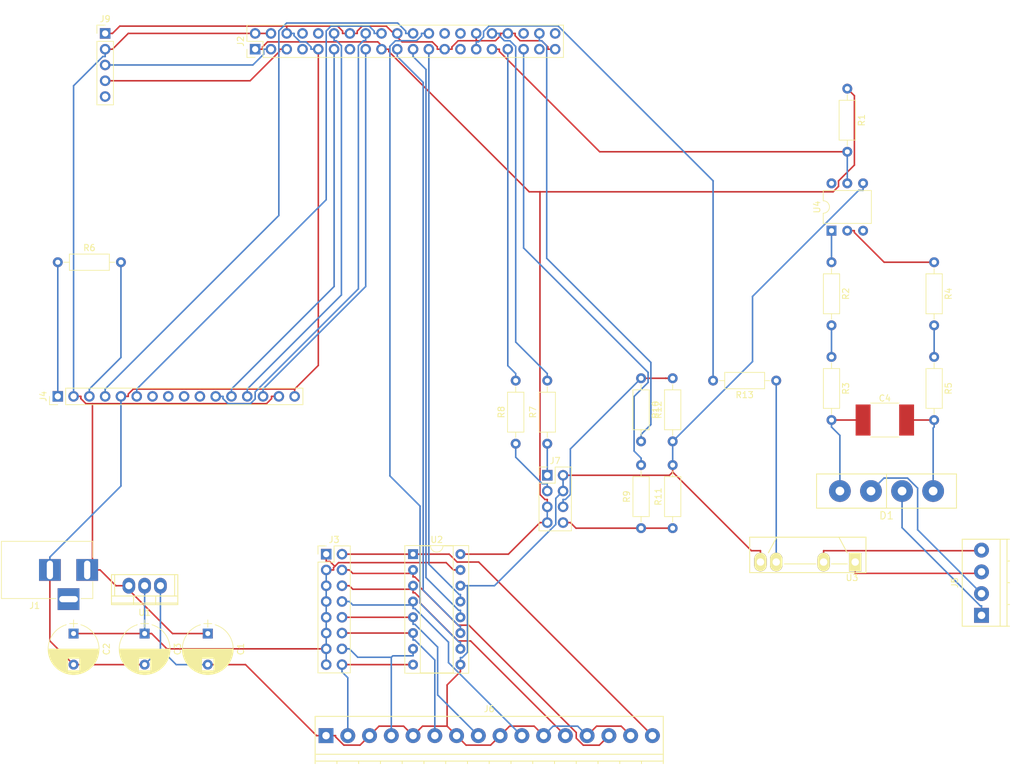
<source format=kicad_pcb>
(kicad_pcb (version 4) (host pcbnew 4.0.7)

  (general
    (links 110)
    (no_connects 0)
    (area 78.134999 30.106189 243.295 155.665)
    (thickness 1.6)
    (drawings 0)
    (tracks 410)
    (zones 0)
    (modules 30)
    (nets 66)
  )

  (page A4)
  (layers
    (0 F.Cu signal)
    (31 B.Cu signal)
    (32 B.Adhes user)
    (33 F.Adhes user)
    (34 B.Paste user)
    (35 F.Paste user)
    (36 B.SilkS user)
    (37 F.SilkS user)
    (38 B.Mask user)
    (39 F.Mask user)
    (40 Dwgs.User user)
    (41 Cmts.User user)
    (42 Eco1.User user)
    (43 Eco2.User user)
    (44 Edge.Cuts user)
    (45 Margin user)
    (46 B.CrtYd user)
    (47 F.CrtYd user)
    (48 B.Fab user)
    (49 F.Fab user)
  )

  (setup
    (last_trace_width 0.25)
    (trace_clearance 0.2)
    (zone_clearance 0.508)
    (zone_45_only no)
    (trace_min 0.2)
    (segment_width 0.2)
    (edge_width 0.15)
    (via_size 0.6)
    (via_drill 0.4)
    (via_min_size 0.4)
    (via_min_drill 0.3)
    (uvia_size 0.3)
    (uvia_drill 0.1)
    (uvias_allowed no)
    (uvia_min_size 0.2)
    (uvia_min_drill 0.1)
    (pcb_text_width 0.3)
    (pcb_text_size 1.5 1.5)
    (mod_edge_width 0.15)
    (mod_text_size 1 1)
    (mod_text_width 0.15)
    (pad_size 1.524 1.524)
    (pad_drill 0.762)
    (pad_to_mask_clearance 0.2)
    (aux_axis_origin 0 0)
    (visible_elements 7FFFFFFF)
    (pcbplotparams
      (layerselection 0x00030_80000001)
      (usegerberextensions false)
      (excludeedgelayer true)
      (linewidth 0.100000)
      (plotframeref false)
      (viasonmask false)
      (mode 1)
      (useauxorigin false)
      (hpglpennumber 1)
      (hpglpenspeed 20)
      (hpglpendiameter 15)
      (hpglpenoverlay 2)
      (psnegative false)
      (psa4output false)
      (plotreference true)
      (plotvalue true)
      (plotinvisibletext false)
      (padsonsilk false)
      (subtractmaskfromsilk false)
      (outputformat 1)
      (mirror false)
      (drillshape 1)
      (scaleselection 1)
      (outputdirectory ""))
  )

  (net 0 "")
  (net 1 GND)
  (net 2 "Net-(C4-Pad1)")
  (net 3 "Net-(C4-Pad2)")
  (net 4 "Net-(D1-Pad3)")
  (net 5 "Net-(J3-Pad2)")
  (net 6 "Net-(J3-Pad4)")
  (net 7 "Net-(J3-Pad6)")
  (net 8 "Net-(J3-Pad8)")
  (net 9 "Net-(J3-Pad10)")
  (net 10 "Net-(J3-Pad12)")
  (net 11 "Net-(J3-Pad14)")
  (net 12 "Net-(J3-Pad16)")
  (net 13 "Net-(J4-Pad1)")
  (net 14 "Net-(J4-Pad3)")
  (net 15 "Net-(J5-Pad3)")
  (net 16 "Net-(J5-Pad4)")
  (net 17 AC_sens)
  (net 18 "Net-(R2-Pad1)")
  (net 19 "Net-(R2-Pad2)")
  (net 20 "Net-(R4-Pad1)")
  (net 21 "Net-(R4-Pad2)")
  (net 22 "Net-(R13-Pad1)")
  (net 23 +5V)
  (net 24 +3.3VA)
  (net 25 +3V3)
  (net 26 sda)
  (net 27 scl)
  (net 28 lcd_d5)
  (net 29 "Net-(J2-Pad7)")
  (net 30 lcd_d7)
  (net 31 spi_mosi)
  (net 32 spi_miso)
  (net 33 spi_clk)
  (net 34 heat_trig)
  (net 35 led_2)
  (net 36 btn_1)
  (net 37 btn_2)
  (net 38 led_1)
  (net 39 "Net-(J2-Pad27)")
  (net 40 "Net-(J2-Pad28)")
  (net 41 spi_cs_0)
  (net 42 lcd_rs)
  (net 43 lcd_en)
  (net 44 lcd_d4)
  (net 45 lcd_d6)
  (net 46 "Net-(J2-Pad36)")
  (net 47 "Net-(J2-Pad37)")
  (net 48 "Net-(J4-Pad7)")
  (net 49 "Net-(J4-Pad8)")
  (net 50 "Net-(J4-Pad9)")
  (net 51 "Net-(J4-Pad10)")
  (net 52 "Net-(J9-Pad5)")
  (net 53 "Net-(U4-Pad3)")
  (net 54 "Net-(U4-Pad6)")
  (net 55 "Net-(J2-Pad8)")
  (net 56 "Net-(J2-Pad10)")
  (net 57 "Net-(J2-Pad13)")
  (net 58 "Net-(J2-Pad26)")
  (net 59 "Net-(J2-Pad40)")
  (net 60 "Net-(D1-Pad2)")
  (net 61 "Net-(J7-Pad1)")
  (net 62 "Net-(J7-Pad3)")
  (net 63 "Net-(J7-Pad8)")
  (net 64 "Net-(J7-Pad6)")
  (net 65 "Net-(J1-Pad3)")

  (net_class Default "Dies ist die voreingestellte Netzklasse."
    (clearance 0.2)
    (trace_width 0.25)
    (via_dia 0.6)
    (via_drill 0.4)
    (uvia_dia 0.3)
    (uvia_drill 0.1)
    (add_net +3.3VA)
    (add_net +3V3)
    (add_net +5V)
    (add_net AC_sens)
    (add_net GND)
    (add_net "Net-(C4-Pad1)")
    (add_net "Net-(C4-Pad2)")
    (add_net "Net-(D1-Pad2)")
    (add_net "Net-(D1-Pad3)")
    (add_net "Net-(J1-Pad3)")
    (add_net "Net-(J2-Pad10)")
    (add_net "Net-(J2-Pad13)")
    (add_net "Net-(J2-Pad26)")
    (add_net "Net-(J2-Pad27)")
    (add_net "Net-(J2-Pad28)")
    (add_net "Net-(J2-Pad36)")
    (add_net "Net-(J2-Pad37)")
    (add_net "Net-(J2-Pad40)")
    (add_net "Net-(J2-Pad7)")
    (add_net "Net-(J2-Pad8)")
    (add_net "Net-(J3-Pad10)")
    (add_net "Net-(J3-Pad12)")
    (add_net "Net-(J3-Pad14)")
    (add_net "Net-(J3-Pad16)")
    (add_net "Net-(J3-Pad2)")
    (add_net "Net-(J3-Pad4)")
    (add_net "Net-(J3-Pad6)")
    (add_net "Net-(J3-Pad8)")
    (add_net "Net-(J4-Pad1)")
    (add_net "Net-(J4-Pad10)")
    (add_net "Net-(J4-Pad3)")
    (add_net "Net-(J4-Pad7)")
    (add_net "Net-(J4-Pad8)")
    (add_net "Net-(J4-Pad9)")
    (add_net "Net-(J5-Pad3)")
    (add_net "Net-(J5-Pad4)")
    (add_net "Net-(J7-Pad1)")
    (add_net "Net-(J7-Pad3)")
    (add_net "Net-(J7-Pad6)")
    (add_net "Net-(J7-Pad8)")
    (add_net "Net-(J9-Pad5)")
    (add_net "Net-(R13-Pad1)")
    (add_net "Net-(R2-Pad1)")
    (add_net "Net-(R2-Pad2)")
    (add_net "Net-(R4-Pad1)")
    (add_net "Net-(R4-Pad2)")
    (add_net "Net-(U4-Pad3)")
    (add_net "Net-(U4-Pad6)")
    (add_net btn_1)
    (add_net btn_2)
    (add_net heat_trig)
    (add_net lcd_d4)
    (add_net lcd_d5)
    (add_net lcd_d6)
    (add_net lcd_d7)
    (add_net lcd_en)
    (add_net lcd_rs)
    (add_net led_1)
    (add_net led_2)
    (add_net scl)
    (add_net sda)
    (add_net spi_clk)
    (add_net spi_cs_0)
    (add_net spi_miso)
    (add_net spi_mosi)
  )

  (module Capacitors_THT:CP_Radial_D8.0mm_P5.00mm (layer F.Cu) (tedit 597BC7C2) (tstamp 5B035C20)
    (at 111.76 132.16 270)
    (descr "CP, Radial series, Radial, pin pitch=5.00mm, , diameter=8mm, Electrolytic Capacitor")
    (tags "CP Radial series Radial pin pitch 5.00mm  diameter 8mm Electrolytic Capacitor")
    (path /5B02F971)
    (fp_text reference C1 (at 2.5 -5.31 270) (layer F.SilkS)
      (effects (font (size 1 1) (thickness 0.15)))
    )
    (fp_text value CP (at 2.5 5.31 270) (layer F.Fab)
      (effects (font (size 1 1) (thickness 0.15)))
    )
    (fp_arc (start 2.5 0) (end -1.416082 -1.18) (angle 146.5) (layer F.SilkS) (width 0.12))
    (fp_arc (start 2.5 0) (end -1.416082 1.18) (angle -146.5) (layer F.SilkS) (width 0.12))
    (fp_arc (start 2.5 0) (end 6.416082 -1.18) (angle 33.5) (layer F.SilkS) (width 0.12))
    (fp_circle (center 2.5 0) (end 6.5 0) (layer F.Fab) (width 0.1))
    (fp_line (start -2.2 0) (end -1 0) (layer F.Fab) (width 0.1))
    (fp_line (start -1.6 -0.65) (end -1.6 0.65) (layer F.Fab) (width 0.1))
    (fp_line (start 2.5 -4.05) (end 2.5 4.05) (layer F.SilkS) (width 0.12))
    (fp_line (start 2.54 -4.05) (end 2.54 4.05) (layer F.SilkS) (width 0.12))
    (fp_line (start 2.58 -4.05) (end 2.58 4.05) (layer F.SilkS) (width 0.12))
    (fp_line (start 2.62 -4.049) (end 2.62 4.049) (layer F.SilkS) (width 0.12))
    (fp_line (start 2.66 -4.047) (end 2.66 4.047) (layer F.SilkS) (width 0.12))
    (fp_line (start 2.7 -4.046) (end 2.7 4.046) (layer F.SilkS) (width 0.12))
    (fp_line (start 2.74 -4.043) (end 2.74 4.043) (layer F.SilkS) (width 0.12))
    (fp_line (start 2.78 -4.041) (end 2.78 4.041) (layer F.SilkS) (width 0.12))
    (fp_line (start 2.82 -4.038) (end 2.82 4.038) (layer F.SilkS) (width 0.12))
    (fp_line (start 2.86 -4.035) (end 2.86 4.035) (layer F.SilkS) (width 0.12))
    (fp_line (start 2.9 -4.031) (end 2.9 4.031) (layer F.SilkS) (width 0.12))
    (fp_line (start 2.94 -4.027) (end 2.94 4.027) (layer F.SilkS) (width 0.12))
    (fp_line (start 2.98 -4.022) (end 2.98 4.022) (layer F.SilkS) (width 0.12))
    (fp_line (start 3.02 -4.017) (end 3.02 4.017) (layer F.SilkS) (width 0.12))
    (fp_line (start 3.06 -4.012) (end 3.06 4.012) (layer F.SilkS) (width 0.12))
    (fp_line (start 3.1 -4.006) (end 3.1 4.006) (layer F.SilkS) (width 0.12))
    (fp_line (start 3.14 -4) (end 3.14 4) (layer F.SilkS) (width 0.12))
    (fp_line (start 3.18 -3.994) (end 3.18 3.994) (layer F.SilkS) (width 0.12))
    (fp_line (start 3.221 -3.987) (end 3.221 3.987) (layer F.SilkS) (width 0.12))
    (fp_line (start 3.261 -3.979) (end 3.261 3.979) (layer F.SilkS) (width 0.12))
    (fp_line (start 3.301 -3.971) (end 3.301 3.971) (layer F.SilkS) (width 0.12))
    (fp_line (start 3.341 -3.963) (end 3.341 3.963) (layer F.SilkS) (width 0.12))
    (fp_line (start 3.381 -3.955) (end 3.381 3.955) (layer F.SilkS) (width 0.12))
    (fp_line (start 3.421 -3.946) (end 3.421 3.946) (layer F.SilkS) (width 0.12))
    (fp_line (start 3.461 -3.936) (end 3.461 3.936) (layer F.SilkS) (width 0.12))
    (fp_line (start 3.501 -3.926) (end 3.501 3.926) (layer F.SilkS) (width 0.12))
    (fp_line (start 3.541 -3.916) (end 3.541 3.916) (layer F.SilkS) (width 0.12))
    (fp_line (start 3.581 -3.905) (end 3.581 3.905) (layer F.SilkS) (width 0.12))
    (fp_line (start 3.621 -3.894) (end 3.621 3.894) (layer F.SilkS) (width 0.12))
    (fp_line (start 3.661 -3.883) (end 3.661 3.883) (layer F.SilkS) (width 0.12))
    (fp_line (start 3.701 -3.87) (end 3.701 3.87) (layer F.SilkS) (width 0.12))
    (fp_line (start 3.741 -3.858) (end 3.741 3.858) (layer F.SilkS) (width 0.12))
    (fp_line (start 3.781 -3.845) (end 3.781 3.845) (layer F.SilkS) (width 0.12))
    (fp_line (start 3.821 -3.832) (end 3.821 3.832) (layer F.SilkS) (width 0.12))
    (fp_line (start 3.861 -3.818) (end 3.861 3.818) (layer F.SilkS) (width 0.12))
    (fp_line (start 3.901 -3.803) (end 3.901 3.803) (layer F.SilkS) (width 0.12))
    (fp_line (start 3.941 -3.789) (end 3.941 3.789) (layer F.SilkS) (width 0.12))
    (fp_line (start 3.981 -3.773) (end 3.981 3.773) (layer F.SilkS) (width 0.12))
    (fp_line (start 4.021 -3.758) (end 4.021 -0.98) (layer F.SilkS) (width 0.12))
    (fp_line (start 4.021 0.98) (end 4.021 3.758) (layer F.SilkS) (width 0.12))
    (fp_line (start 4.061 -3.741) (end 4.061 -0.98) (layer F.SilkS) (width 0.12))
    (fp_line (start 4.061 0.98) (end 4.061 3.741) (layer F.SilkS) (width 0.12))
    (fp_line (start 4.101 -3.725) (end 4.101 -0.98) (layer F.SilkS) (width 0.12))
    (fp_line (start 4.101 0.98) (end 4.101 3.725) (layer F.SilkS) (width 0.12))
    (fp_line (start 4.141 -3.707) (end 4.141 -0.98) (layer F.SilkS) (width 0.12))
    (fp_line (start 4.141 0.98) (end 4.141 3.707) (layer F.SilkS) (width 0.12))
    (fp_line (start 4.181 -3.69) (end 4.181 -0.98) (layer F.SilkS) (width 0.12))
    (fp_line (start 4.181 0.98) (end 4.181 3.69) (layer F.SilkS) (width 0.12))
    (fp_line (start 4.221 -3.671) (end 4.221 -0.98) (layer F.SilkS) (width 0.12))
    (fp_line (start 4.221 0.98) (end 4.221 3.671) (layer F.SilkS) (width 0.12))
    (fp_line (start 4.261 -3.652) (end 4.261 -0.98) (layer F.SilkS) (width 0.12))
    (fp_line (start 4.261 0.98) (end 4.261 3.652) (layer F.SilkS) (width 0.12))
    (fp_line (start 4.301 -3.633) (end 4.301 -0.98) (layer F.SilkS) (width 0.12))
    (fp_line (start 4.301 0.98) (end 4.301 3.633) (layer F.SilkS) (width 0.12))
    (fp_line (start 4.341 -3.613) (end 4.341 -0.98) (layer F.SilkS) (width 0.12))
    (fp_line (start 4.341 0.98) (end 4.341 3.613) (layer F.SilkS) (width 0.12))
    (fp_line (start 4.381 -3.593) (end 4.381 -0.98) (layer F.SilkS) (width 0.12))
    (fp_line (start 4.381 0.98) (end 4.381 3.593) (layer F.SilkS) (width 0.12))
    (fp_line (start 4.421 -3.572) (end 4.421 -0.98) (layer F.SilkS) (width 0.12))
    (fp_line (start 4.421 0.98) (end 4.421 3.572) (layer F.SilkS) (width 0.12))
    (fp_line (start 4.461 -3.55) (end 4.461 -0.98) (layer F.SilkS) (width 0.12))
    (fp_line (start 4.461 0.98) (end 4.461 3.55) (layer F.SilkS) (width 0.12))
    (fp_line (start 4.501 -3.528) (end 4.501 -0.98) (layer F.SilkS) (width 0.12))
    (fp_line (start 4.501 0.98) (end 4.501 3.528) (layer F.SilkS) (width 0.12))
    (fp_line (start 4.541 -3.505) (end 4.541 -0.98) (layer F.SilkS) (width 0.12))
    (fp_line (start 4.541 0.98) (end 4.541 3.505) (layer F.SilkS) (width 0.12))
    (fp_line (start 4.581 -3.482) (end 4.581 -0.98) (layer F.SilkS) (width 0.12))
    (fp_line (start 4.581 0.98) (end 4.581 3.482) (layer F.SilkS) (width 0.12))
    (fp_line (start 4.621 -3.458) (end 4.621 -0.98) (layer F.SilkS) (width 0.12))
    (fp_line (start 4.621 0.98) (end 4.621 3.458) (layer F.SilkS) (width 0.12))
    (fp_line (start 4.661 -3.434) (end 4.661 -0.98) (layer F.SilkS) (width 0.12))
    (fp_line (start 4.661 0.98) (end 4.661 3.434) (layer F.SilkS) (width 0.12))
    (fp_line (start 4.701 -3.408) (end 4.701 -0.98) (layer F.SilkS) (width 0.12))
    (fp_line (start 4.701 0.98) (end 4.701 3.408) (layer F.SilkS) (width 0.12))
    (fp_line (start 4.741 -3.383) (end 4.741 -0.98) (layer F.SilkS) (width 0.12))
    (fp_line (start 4.741 0.98) (end 4.741 3.383) (layer F.SilkS) (width 0.12))
    (fp_line (start 4.781 -3.356) (end 4.781 -0.98) (layer F.SilkS) (width 0.12))
    (fp_line (start 4.781 0.98) (end 4.781 3.356) (layer F.SilkS) (width 0.12))
    (fp_line (start 4.821 -3.329) (end 4.821 -0.98) (layer F.SilkS) (width 0.12))
    (fp_line (start 4.821 0.98) (end 4.821 3.329) (layer F.SilkS) (width 0.12))
    (fp_line (start 4.861 -3.301) (end 4.861 -0.98) (layer F.SilkS) (width 0.12))
    (fp_line (start 4.861 0.98) (end 4.861 3.301) (layer F.SilkS) (width 0.12))
    (fp_line (start 4.901 -3.272) (end 4.901 -0.98) (layer F.SilkS) (width 0.12))
    (fp_line (start 4.901 0.98) (end 4.901 3.272) (layer F.SilkS) (width 0.12))
    (fp_line (start 4.941 -3.243) (end 4.941 -0.98) (layer F.SilkS) (width 0.12))
    (fp_line (start 4.941 0.98) (end 4.941 3.243) (layer F.SilkS) (width 0.12))
    (fp_line (start 4.981 -3.213) (end 4.981 -0.98) (layer F.SilkS) (width 0.12))
    (fp_line (start 4.981 0.98) (end 4.981 3.213) (layer F.SilkS) (width 0.12))
    (fp_line (start 5.021 -3.182) (end 5.021 -0.98) (layer F.SilkS) (width 0.12))
    (fp_line (start 5.021 0.98) (end 5.021 3.182) (layer F.SilkS) (width 0.12))
    (fp_line (start 5.061 -3.15) (end 5.061 -0.98) (layer F.SilkS) (width 0.12))
    (fp_line (start 5.061 0.98) (end 5.061 3.15) (layer F.SilkS) (width 0.12))
    (fp_line (start 5.101 -3.118) (end 5.101 -0.98) (layer F.SilkS) (width 0.12))
    (fp_line (start 5.101 0.98) (end 5.101 3.118) (layer F.SilkS) (width 0.12))
    (fp_line (start 5.141 -3.084) (end 5.141 -0.98) (layer F.SilkS) (width 0.12))
    (fp_line (start 5.141 0.98) (end 5.141 3.084) (layer F.SilkS) (width 0.12))
    (fp_line (start 5.181 -3.05) (end 5.181 -0.98) (layer F.SilkS) (width 0.12))
    (fp_line (start 5.181 0.98) (end 5.181 3.05) (layer F.SilkS) (width 0.12))
    (fp_line (start 5.221 -3.015) (end 5.221 -0.98) (layer F.SilkS) (width 0.12))
    (fp_line (start 5.221 0.98) (end 5.221 3.015) (layer F.SilkS) (width 0.12))
    (fp_line (start 5.261 -2.979) (end 5.261 -0.98) (layer F.SilkS) (width 0.12))
    (fp_line (start 5.261 0.98) (end 5.261 2.979) (layer F.SilkS) (width 0.12))
    (fp_line (start 5.301 -2.942) (end 5.301 -0.98) (layer F.SilkS) (width 0.12))
    (fp_line (start 5.301 0.98) (end 5.301 2.942) (layer F.SilkS) (width 0.12))
    (fp_line (start 5.341 -2.904) (end 5.341 -0.98) (layer F.SilkS) (width 0.12))
    (fp_line (start 5.341 0.98) (end 5.341 2.904) (layer F.SilkS) (width 0.12))
    (fp_line (start 5.381 -2.865) (end 5.381 -0.98) (layer F.SilkS) (width 0.12))
    (fp_line (start 5.381 0.98) (end 5.381 2.865) (layer F.SilkS) (width 0.12))
    (fp_line (start 5.421 -2.824) (end 5.421 -0.98) (layer F.SilkS) (width 0.12))
    (fp_line (start 5.421 0.98) (end 5.421 2.824) (layer F.SilkS) (width 0.12))
    (fp_line (start 5.461 -2.783) (end 5.461 -0.98) (layer F.SilkS) (width 0.12))
    (fp_line (start 5.461 0.98) (end 5.461 2.783) (layer F.SilkS) (width 0.12))
    (fp_line (start 5.501 -2.74) (end 5.501 -0.98) (layer F.SilkS) (width 0.12))
    (fp_line (start 5.501 0.98) (end 5.501 2.74) (layer F.SilkS) (width 0.12))
    (fp_line (start 5.541 -2.697) (end 5.541 -0.98) (layer F.SilkS) (width 0.12))
    (fp_line (start 5.541 0.98) (end 5.541 2.697) (layer F.SilkS) (width 0.12))
    (fp_line (start 5.581 -2.652) (end 5.581 -0.98) (layer F.SilkS) (width 0.12))
    (fp_line (start 5.581 0.98) (end 5.581 2.652) (layer F.SilkS) (width 0.12))
    (fp_line (start 5.621 -2.605) (end 5.621 -0.98) (layer F.SilkS) (width 0.12))
    (fp_line (start 5.621 0.98) (end 5.621 2.605) (layer F.SilkS) (width 0.12))
    (fp_line (start 5.661 -2.557) (end 5.661 -0.98) (layer F.SilkS) (width 0.12))
    (fp_line (start 5.661 0.98) (end 5.661 2.557) (layer F.SilkS) (width 0.12))
    (fp_line (start 5.701 -2.508) (end 5.701 -0.98) (layer F.SilkS) (width 0.12))
    (fp_line (start 5.701 0.98) (end 5.701 2.508) (layer F.SilkS) (width 0.12))
    (fp_line (start 5.741 -2.457) (end 5.741 -0.98) (layer F.SilkS) (width 0.12))
    (fp_line (start 5.741 0.98) (end 5.741 2.457) (layer F.SilkS) (width 0.12))
    (fp_line (start 5.781 -2.404) (end 5.781 -0.98) (layer F.SilkS) (width 0.12))
    (fp_line (start 5.781 0.98) (end 5.781 2.404) (layer F.SilkS) (width 0.12))
    (fp_line (start 5.821 -2.349) (end 5.821 -0.98) (layer F.SilkS) (width 0.12))
    (fp_line (start 5.821 0.98) (end 5.821 2.349) (layer F.SilkS) (width 0.12))
    (fp_line (start 5.861 -2.293) (end 5.861 -0.98) (layer F.SilkS) (width 0.12))
    (fp_line (start 5.861 0.98) (end 5.861 2.293) (layer F.SilkS) (width 0.12))
    (fp_line (start 5.901 -2.234) (end 5.901 -0.98) (layer F.SilkS) (width 0.12))
    (fp_line (start 5.901 0.98) (end 5.901 2.234) (layer F.SilkS) (width 0.12))
    (fp_line (start 5.941 -2.173) (end 5.941 -0.98) (layer F.SilkS) (width 0.12))
    (fp_line (start 5.941 0.98) (end 5.941 2.173) (layer F.SilkS) (width 0.12))
    (fp_line (start 5.981 -2.109) (end 5.981 2.109) (layer F.SilkS) (width 0.12))
    (fp_line (start 6.021 -2.043) (end 6.021 2.043) (layer F.SilkS) (width 0.12))
    (fp_line (start 6.061 -1.974) (end 6.061 1.974) (layer F.SilkS) (width 0.12))
    (fp_line (start 6.101 -1.902) (end 6.101 1.902) (layer F.SilkS) (width 0.12))
    (fp_line (start 6.141 -1.826) (end 6.141 1.826) (layer F.SilkS) (width 0.12))
    (fp_line (start 6.181 -1.745) (end 6.181 1.745) (layer F.SilkS) (width 0.12))
    (fp_line (start 6.221 -1.66) (end 6.221 1.66) (layer F.SilkS) (width 0.12))
    (fp_line (start 6.261 -1.57) (end 6.261 1.57) (layer F.SilkS) (width 0.12))
    (fp_line (start 6.301 -1.473) (end 6.301 1.473) (layer F.SilkS) (width 0.12))
    (fp_line (start 6.341 -1.369) (end 6.341 1.369) (layer F.SilkS) (width 0.12))
    (fp_line (start 6.381 -1.254) (end 6.381 1.254) (layer F.SilkS) (width 0.12))
    (fp_line (start 6.421 -1.127) (end 6.421 1.127) (layer F.SilkS) (width 0.12))
    (fp_line (start 6.461 -0.983) (end 6.461 0.983) (layer F.SilkS) (width 0.12))
    (fp_line (start 6.501 -0.814) (end 6.501 0.814) (layer F.SilkS) (width 0.12))
    (fp_line (start 6.541 -0.598) (end 6.541 0.598) (layer F.SilkS) (width 0.12))
    (fp_line (start 6.581 -0.246) (end 6.581 0.246) (layer F.SilkS) (width 0.12))
    (fp_line (start -2.2 0) (end -1 0) (layer F.SilkS) (width 0.12))
    (fp_line (start -1.6 -0.65) (end -1.6 0.65) (layer F.SilkS) (width 0.12))
    (fp_line (start -1.85 -4.35) (end -1.85 4.35) (layer F.CrtYd) (width 0.05))
    (fp_line (start -1.85 4.35) (end 6.85 4.35) (layer F.CrtYd) (width 0.05))
    (fp_line (start 6.85 4.35) (end 6.85 -4.35) (layer F.CrtYd) (width 0.05))
    (fp_line (start 6.85 -4.35) (end -1.85 -4.35) (layer F.CrtYd) (width 0.05))
    (fp_text user %R (at 2.5 0 270) (layer F.Fab)
      (effects (font (size 1 1) (thickness 0.15)))
    )
    (pad 1 thru_hole rect (at 0 0 270) (size 1.6 1.6) (drill 0.8) (layers *.Cu *.Mask)
      (net 23 +5V))
    (pad 2 thru_hole circle (at 5 0 270) (size 1.6 1.6) (drill 0.8) (layers *.Cu *.Mask)
      (net 1 GND))
    (model ${KISYS3DMOD}/Capacitors_THT.3dshapes/CP_Radial_D8.0mm_P5.00mm.wrl
      (at (xyz 0 0 0))
      (scale (xyz 1 1 1))
      (rotate (xyz 0 0 0))
    )
  )

  (module Capacitors_THT:CP_Radial_D8.0mm_P5.00mm (layer F.Cu) (tedit 597BC7C2) (tstamp 5B035C26)
    (at 90.17 132.16 270)
    (descr "CP, Radial series, Radial, pin pitch=5.00mm, , diameter=8mm, Electrolytic Capacitor")
    (tags "CP Radial series Radial pin pitch 5.00mm  diameter 8mm Electrolytic Capacitor")
    (path /5B02F9C6)
    (fp_text reference C2 (at 2.5 -5.31 270) (layer F.SilkS)
      (effects (font (size 1 1) (thickness 0.15)))
    )
    (fp_text value 22µF/50V (at 2.5 5.31 270) (layer F.Fab)
      (effects (font (size 1 1) (thickness 0.15)))
    )
    (fp_arc (start 2.5 0) (end -1.416082 -1.18) (angle 146.5) (layer F.SilkS) (width 0.12))
    (fp_arc (start 2.5 0) (end -1.416082 1.18) (angle -146.5) (layer F.SilkS) (width 0.12))
    (fp_arc (start 2.5 0) (end 6.416082 -1.18) (angle 33.5) (layer F.SilkS) (width 0.12))
    (fp_circle (center 2.5 0) (end 6.5 0) (layer F.Fab) (width 0.1))
    (fp_line (start -2.2 0) (end -1 0) (layer F.Fab) (width 0.1))
    (fp_line (start -1.6 -0.65) (end -1.6 0.65) (layer F.Fab) (width 0.1))
    (fp_line (start 2.5 -4.05) (end 2.5 4.05) (layer F.SilkS) (width 0.12))
    (fp_line (start 2.54 -4.05) (end 2.54 4.05) (layer F.SilkS) (width 0.12))
    (fp_line (start 2.58 -4.05) (end 2.58 4.05) (layer F.SilkS) (width 0.12))
    (fp_line (start 2.62 -4.049) (end 2.62 4.049) (layer F.SilkS) (width 0.12))
    (fp_line (start 2.66 -4.047) (end 2.66 4.047) (layer F.SilkS) (width 0.12))
    (fp_line (start 2.7 -4.046) (end 2.7 4.046) (layer F.SilkS) (width 0.12))
    (fp_line (start 2.74 -4.043) (end 2.74 4.043) (layer F.SilkS) (width 0.12))
    (fp_line (start 2.78 -4.041) (end 2.78 4.041) (layer F.SilkS) (width 0.12))
    (fp_line (start 2.82 -4.038) (end 2.82 4.038) (layer F.SilkS) (width 0.12))
    (fp_line (start 2.86 -4.035) (end 2.86 4.035) (layer F.SilkS) (width 0.12))
    (fp_line (start 2.9 -4.031) (end 2.9 4.031) (layer F.SilkS) (width 0.12))
    (fp_line (start 2.94 -4.027) (end 2.94 4.027) (layer F.SilkS) (width 0.12))
    (fp_line (start 2.98 -4.022) (end 2.98 4.022) (layer F.SilkS) (width 0.12))
    (fp_line (start 3.02 -4.017) (end 3.02 4.017) (layer F.SilkS) (width 0.12))
    (fp_line (start 3.06 -4.012) (end 3.06 4.012) (layer F.SilkS) (width 0.12))
    (fp_line (start 3.1 -4.006) (end 3.1 4.006) (layer F.SilkS) (width 0.12))
    (fp_line (start 3.14 -4) (end 3.14 4) (layer F.SilkS) (width 0.12))
    (fp_line (start 3.18 -3.994) (end 3.18 3.994) (layer F.SilkS) (width 0.12))
    (fp_line (start 3.221 -3.987) (end 3.221 3.987) (layer F.SilkS) (width 0.12))
    (fp_line (start 3.261 -3.979) (end 3.261 3.979) (layer F.SilkS) (width 0.12))
    (fp_line (start 3.301 -3.971) (end 3.301 3.971) (layer F.SilkS) (width 0.12))
    (fp_line (start 3.341 -3.963) (end 3.341 3.963) (layer F.SilkS) (width 0.12))
    (fp_line (start 3.381 -3.955) (end 3.381 3.955) (layer F.SilkS) (width 0.12))
    (fp_line (start 3.421 -3.946) (end 3.421 3.946) (layer F.SilkS) (width 0.12))
    (fp_line (start 3.461 -3.936) (end 3.461 3.936) (layer F.SilkS) (width 0.12))
    (fp_line (start 3.501 -3.926) (end 3.501 3.926) (layer F.SilkS) (width 0.12))
    (fp_line (start 3.541 -3.916) (end 3.541 3.916) (layer F.SilkS) (width 0.12))
    (fp_line (start 3.581 -3.905) (end 3.581 3.905) (layer F.SilkS) (width 0.12))
    (fp_line (start 3.621 -3.894) (end 3.621 3.894) (layer F.SilkS) (width 0.12))
    (fp_line (start 3.661 -3.883) (end 3.661 3.883) (layer F.SilkS) (width 0.12))
    (fp_line (start 3.701 -3.87) (end 3.701 3.87) (layer F.SilkS) (width 0.12))
    (fp_line (start 3.741 -3.858) (end 3.741 3.858) (layer F.SilkS) (width 0.12))
    (fp_line (start 3.781 -3.845) (end 3.781 3.845) (layer F.SilkS) (width 0.12))
    (fp_line (start 3.821 -3.832) (end 3.821 3.832) (layer F.SilkS) (width 0.12))
    (fp_line (start 3.861 -3.818) (end 3.861 3.818) (layer F.SilkS) (width 0.12))
    (fp_line (start 3.901 -3.803) (end 3.901 3.803) (layer F.SilkS) (width 0.12))
    (fp_line (start 3.941 -3.789) (end 3.941 3.789) (layer F.SilkS) (width 0.12))
    (fp_line (start 3.981 -3.773) (end 3.981 3.773) (layer F.SilkS) (width 0.12))
    (fp_line (start 4.021 -3.758) (end 4.021 -0.98) (layer F.SilkS) (width 0.12))
    (fp_line (start 4.021 0.98) (end 4.021 3.758) (layer F.SilkS) (width 0.12))
    (fp_line (start 4.061 -3.741) (end 4.061 -0.98) (layer F.SilkS) (width 0.12))
    (fp_line (start 4.061 0.98) (end 4.061 3.741) (layer F.SilkS) (width 0.12))
    (fp_line (start 4.101 -3.725) (end 4.101 -0.98) (layer F.SilkS) (width 0.12))
    (fp_line (start 4.101 0.98) (end 4.101 3.725) (layer F.SilkS) (width 0.12))
    (fp_line (start 4.141 -3.707) (end 4.141 -0.98) (layer F.SilkS) (width 0.12))
    (fp_line (start 4.141 0.98) (end 4.141 3.707) (layer F.SilkS) (width 0.12))
    (fp_line (start 4.181 -3.69) (end 4.181 -0.98) (layer F.SilkS) (width 0.12))
    (fp_line (start 4.181 0.98) (end 4.181 3.69) (layer F.SilkS) (width 0.12))
    (fp_line (start 4.221 -3.671) (end 4.221 -0.98) (layer F.SilkS) (width 0.12))
    (fp_line (start 4.221 0.98) (end 4.221 3.671) (layer F.SilkS) (width 0.12))
    (fp_line (start 4.261 -3.652) (end 4.261 -0.98) (layer F.SilkS) (width 0.12))
    (fp_line (start 4.261 0.98) (end 4.261 3.652) (layer F.SilkS) (width 0.12))
    (fp_line (start 4.301 -3.633) (end 4.301 -0.98) (layer F.SilkS) (width 0.12))
    (fp_line (start 4.301 0.98) (end 4.301 3.633) (layer F.SilkS) (width 0.12))
    (fp_line (start 4.341 -3.613) (end 4.341 -0.98) (layer F.SilkS) (width 0.12))
    (fp_line (start 4.341 0.98) (end 4.341 3.613) (layer F.SilkS) (width 0.12))
    (fp_line (start 4.381 -3.593) (end 4.381 -0.98) (layer F.SilkS) (width 0.12))
    (fp_line (start 4.381 0.98) (end 4.381 3.593) (layer F.SilkS) (width 0.12))
    (fp_line (start 4.421 -3.572) (end 4.421 -0.98) (layer F.SilkS) (width 0.12))
    (fp_line (start 4.421 0.98) (end 4.421 3.572) (layer F.SilkS) (width 0.12))
    (fp_line (start 4.461 -3.55) (end 4.461 -0.98) (layer F.SilkS) (width 0.12))
    (fp_line (start 4.461 0.98) (end 4.461 3.55) (layer F.SilkS) (width 0.12))
    (fp_line (start 4.501 -3.528) (end 4.501 -0.98) (layer F.SilkS) (width 0.12))
    (fp_line (start 4.501 0.98) (end 4.501 3.528) (layer F.SilkS) (width 0.12))
    (fp_line (start 4.541 -3.505) (end 4.541 -0.98) (layer F.SilkS) (width 0.12))
    (fp_line (start 4.541 0.98) (end 4.541 3.505) (layer F.SilkS) (width 0.12))
    (fp_line (start 4.581 -3.482) (end 4.581 -0.98) (layer F.SilkS) (width 0.12))
    (fp_line (start 4.581 0.98) (end 4.581 3.482) (layer F.SilkS) (width 0.12))
    (fp_line (start 4.621 -3.458) (end 4.621 -0.98) (layer F.SilkS) (width 0.12))
    (fp_line (start 4.621 0.98) (end 4.621 3.458) (layer F.SilkS) (width 0.12))
    (fp_line (start 4.661 -3.434) (end 4.661 -0.98) (layer F.SilkS) (width 0.12))
    (fp_line (start 4.661 0.98) (end 4.661 3.434) (layer F.SilkS) (width 0.12))
    (fp_line (start 4.701 -3.408) (end 4.701 -0.98) (layer F.SilkS) (width 0.12))
    (fp_line (start 4.701 0.98) (end 4.701 3.408) (layer F.SilkS) (width 0.12))
    (fp_line (start 4.741 -3.383) (end 4.741 -0.98) (layer F.SilkS) (width 0.12))
    (fp_line (start 4.741 0.98) (end 4.741 3.383) (layer F.SilkS) (width 0.12))
    (fp_line (start 4.781 -3.356) (end 4.781 -0.98) (layer F.SilkS) (width 0.12))
    (fp_line (start 4.781 0.98) (end 4.781 3.356) (layer F.SilkS) (width 0.12))
    (fp_line (start 4.821 -3.329) (end 4.821 -0.98) (layer F.SilkS) (width 0.12))
    (fp_line (start 4.821 0.98) (end 4.821 3.329) (layer F.SilkS) (width 0.12))
    (fp_line (start 4.861 -3.301) (end 4.861 -0.98) (layer F.SilkS) (width 0.12))
    (fp_line (start 4.861 0.98) (end 4.861 3.301) (layer F.SilkS) (width 0.12))
    (fp_line (start 4.901 -3.272) (end 4.901 -0.98) (layer F.SilkS) (width 0.12))
    (fp_line (start 4.901 0.98) (end 4.901 3.272) (layer F.SilkS) (width 0.12))
    (fp_line (start 4.941 -3.243) (end 4.941 -0.98) (layer F.SilkS) (width 0.12))
    (fp_line (start 4.941 0.98) (end 4.941 3.243) (layer F.SilkS) (width 0.12))
    (fp_line (start 4.981 -3.213) (end 4.981 -0.98) (layer F.SilkS) (width 0.12))
    (fp_line (start 4.981 0.98) (end 4.981 3.213) (layer F.SilkS) (width 0.12))
    (fp_line (start 5.021 -3.182) (end 5.021 -0.98) (layer F.SilkS) (width 0.12))
    (fp_line (start 5.021 0.98) (end 5.021 3.182) (layer F.SilkS) (width 0.12))
    (fp_line (start 5.061 -3.15) (end 5.061 -0.98) (layer F.SilkS) (width 0.12))
    (fp_line (start 5.061 0.98) (end 5.061 3.15) (layer F.SilkS) (width 0.12))
    (fp_line (start 5.101 -3.118) (end 5.101 -0.98) (layer F.SilkS) (width 0.12))
    (fp_line (start 5.101 0.98) (end 5.101 3.118) (layer F.SilkS) (width 0.12))
    (fp_line (start 5.141 -3.084) (end 5.141 -0.98) (layer F.SilkS) (width 0.12))
    (fp_line (start 5.141 0.98) (end 5.141 3.084) (layer F.SilkS) (width 0.12))
    (fp_line (start 5.181 -3.05) (end 5.181 -0.98) (layer F.SilkS) (width 0.12))
    (fp_line (start 5.181 0.98) (end 5.181 3.05) (layer F.SilkS) (width 0.12))
    (fp_line (start 5.221 -3.015) (end 5.221 -0.98) (layer F.SilkS) (width 0.12))
    (fp_line (start 5.221 0.98) (end 5.221 3.015) (layer F.SilkS) (width 0.12))
    (fp_line (start 5.261 -2.979) (end 5.261 -0.98) (layer F.SilkS) (width 0.12))
    (fp_line (start 5.261 0.98) (end 5.261 2.979) (layer F.SilkS) (width 0.12))
    (fp_line (start 5.301 -2.942) (end 5.301 -0.98) (layer F.SilkS) (width 0.12))
    (fp_line (start 5.301 0.98) (end 5.301 2.942) (layer F.SilkS) (width 0.12))
    (fp_line (start 5.341 -2.904) (end 5.341 -0.98) (layer F.SilkS) (width 0.12))
    (fp_line (start 5.341 0.98) (end 5.341 2.904) (layer F.SilkS) (width 0.12))
    (fp_line (start 5.381 -2.865) (end 5.381 -0.98) (layer F.SilkS) (width 0.12))
    (fp_line (start 5.381 0.98) (end 5.381 2.865) (layer F.SilkS) (width 0.12))
    (fp_line (start 5.421 -2.824) (end 5.421 -0.98) (layer F.SilkS) (width 0.12))
    (fp_line (start 5.421 0.98) (end 5.421 2.824) (layer F.SilkS) (width 0.12))
    (fp_line (start 5.461 -2.783) (end 5.461 -0.98) (layer F.SilkS) (width 0.12))
    (fp_line (start 5.461 0.98) (end 5.461 2.783) (layer F.SilkS) (width 0.12))
    (fp_line (start 5.501 -2.74) (end 5.501 -0.98) (layer F.SilkS) (width 0.12))
    (fp_line (start 5.501 0.98) (end 5.501 2.74) (layer F.SilkS) (width 0.12))
    (fp_line (start 5.541 -2.697) (end 5.541 -0.98) (layer F.SilkS) (width 0.12))
    (fp_line (start 5.541 0.98) (end 5.541 2.697) (layer F.SilkS) (width 0.12))
    (fp_line (start 5.581 -2.652) (end 5.581 -0.98) (layer F.SilkS) (width 0.12))
    (fp_line (start 5.581 0.98) (end 5.581 2.652) (layer F.SilkS) (width 0.12))
    (fp_line (start 5.621 -2.605) (end 5.621 -0.98) (layer F.SilkS) (width 0.12))
    (fp_line (start 5.621 0.98) (end 5.621 2.605) (layer F.SilkS) (width 0.12))
    (fp_line (start 5.661 -2.557) (end 5.661 -0.98) (layer F.SilkS) (width 0.12))
    (fp_line (start 5.661 0.98) (end 5.661 2.557) (layer F.SilkS) (width 0.12))
    (fp_line (start 5.701 -2.508) (end 5.701 -0.98) (layer F.SilkS) (width 0.12))
    (fp_line (start 5.701 0.98) (end 5.701 2.508) (layer F.SilkS) (width 0.12))
    (fp_line (start 5.741 -2.457) (end 5.741 -0.98) (layer F.SilkS) (width 0.12))
    (fp_line (start 5.741 0.98) (end 5.741 2.457) (layer F.SilkS) (width 0.12))
    (fp_line (start 5.781 -2.404) (end 5.781 -0.98) (layer F.SilkS) (width 0.12))
    (fp_line (start 5.781 0.98) (end 5.781 2.404) (layer F.SilkS) (width 0.12))
    (fp_line (start 5.821 -2.349) (end 5.821 -0.98) (layer F.SilkS) (width 0.12))
    (fp_line (start 5.821 0.98) (end 5.821 2.349) (layer F.SilkS) (width 0.12))
    (fp_line (start 5.861 -2.293) (end 5.861 -0.98) (layer F.SilkS) (width 0.12))
    (fp_line (start 5.861 0.98) (end 5.861 2.293) (layer F.SilkS) (width 0.12))
    (fp_line (start 5.901 -2.234) (end 5.901 -0.98) (layer F.SilkS) (width 0.12))
    (fp_line (start 5.901 0.98) (end 5.901 2.234) (layer F.SilkS) (width 0.12))
    (fp_line (start 5.941 -2.173) (end 5.941 -0.98) (layer F.SilkS) (width 0.12))
    (fp_line (start 5.941 0.98) (end 5.941 2.173) (layer F.SilkS) (width 0.12))
    (fp_line (start 5.981 -2.109) (end 5.981 2.109) (layer F.SilkS) (width 0.12))
    (fp_line (start 6.021 -2.043) (end 6.021 2.043) (layer F.SilkS) (width 0.12))
    (fp_line (start 6.061 -1.974) (end 6.061 1.974) (layer F.SilkS) (width 0.12))
    (fp_line (start 6.101 -1.902) (end 6.101 1.902) (layer F.SilkS) (width 0.12))
    (fp_line (start 6.141 -1.826) (end 6.141 1.826) (layer F.SilkS) (width 0.12))
    (fp_line (start 6.181 -1.745) (end 6.181 1.745) (layer F.SilkS) (width 0.12))
    (fp_line (start 6.221 -1.66) (end 6.221 1.66) (layer F.SilkS) (width 0.12))
    (fp_line (start 6.261 -1.57) (end 6.261 1.57) (layer F.SilkS) (width 0.12))
    (fp_line (start 6.301 -1.473) (end 6.301 1.473) (layer F.SilkS) (width 0.12))
    (fp_line (start 6.341 -1.369) (end 6.341 1.369) (layer F.SilkS) (width 0.12))
    (fp_line (start 6.381 -1.254) (end 6.381 1.254) (layer F.SilkS) (width 0.12))
    (fp_line (start 6.421 -1.127) (end 6.421 1.127) (layer F.SilkS) (width 0.12))
    (fp_line (start 6.461 -0.983) (end 6.461 0.983) (layer F.SilkS) (width 0.12))
    (fp_line (start 6.501 -0.814) (end 6.501 0.814) (layer F.SilkS) (width 0.12))
    (fp_line (start 6.541 -0.598) (end 6.541 0.598) (layer F.SilkS) (width 0.12))
    (fp_line (start 6.581 -0.246) (end 6.581 0.246) (layer F.SilkS) (width 0.12))
    (fp_line (start -2.2 0) (end -1 0) (layer F.SilkS) (width 0.12))
    (fp_line (start -1.6 -0.65) (end -1.6 0.65) (layer F.SilkS) (width 0.12))
    (fp_line (start -1.85 -4.35) (end -1.85 4.35) (layer F.CrtYd) (width 0.05))
    (fp_line (start -1.85 4.35) (end 6.85 4.35) (layer F.CrtYd) (width 0.05))
    (fp_line (start 6.85 4.35) (end 6.85 -4.35) (layer F.CrtYd) (width 0.05))
    (fp_line (start 6.85 -4.35) (end -1.85 -4.35) (layer F.CrtYd) (width 0.05))
    (fp_text user %R (at 2.5 0 270) (layer F.Fab)
      (effects (font (size 1 1) (thickness 0.15)))
    )
    (pad 1 thru_hole rect (at 0 0 270) (size 1.6 1.6) (drill 0.8) (layers *.Cu *.Mask)
      (net 24 +3.3VA))
    (pad 2 thru_hole circle (at 5 0 270) (size 1.6 1.6) (drill 0.8) (layers *.Cu *.Mask)
      (net 1 GND))
    (model ${KISYS3DMOD}/Capacitors_THT.3dshapes/CP_Radial_D8.0mm_P5.00mm.wrl
      (at (xyz 0 0 0))
      (scale (xyz 1 1 1))
      (rotate (xyz 0 0 0))
    )
  )

  (module Capacitors_THT:CP_Radial_D8.0mm_P5.00mm (layer F.Cu) (tedit 597BC7C2) (tstamp 5B035C2C)
    (at 101.6 132.16 270)
    (descr "CP, Radial series, Radial, pin pitch=5.00mm, , diameter=8mm, Electrolytic Capacitor")
    (tags "CP Radial series Radial pin pitch 5.00mm  diameter 8mm Electrolytic Capacitor")
    (path /5B02FA1B)
    (fp_text reference C3 (at 2.5 -5.31 270) (layer F.SilkS)
      (effects (font (size 1 1) (thickness 0.15)))
    )
    (fp_text value CP (at 2.5 5.31 270) (layer F.Fab)
      (effects (font (size 1 1) (thickness 0.15)))
    )
    (fp_arc (start 2.5 0) (end -1.416082 -1.18) (angle 146.5) (layer F.SilkS) (width 0.12))
    (fp_arc (start 2.5 0) (end -1.416082 1.18) (angle -146.5) (layer F.SilkS) (width 0.12))
    (fp_arc (start 2.5 0) (end 6.416082 -1.18) (angle 33.5) (layer F.SilkS) (width 0.12))
    (fp_circle (center 2.5 0) (end 6.5 0) (layer F.Fab) (width 0.1))
    (fp_line (start -2.2 0) (end -1 0) (layer F.Fab) (width 0.1))
    (fp_line (start -1.6 -0.65) (end -1.6 0.65) (layer F.Fab) (width 0.1))
    (fp_line (start 2.5 -4.05) (end 2.5 4.05) (layer F.SilkS) (width 0.12))
    (fp_line (start 2.54 -4.05) (end 2.54 4.05) (layer F.SilkS) (width 0.12))
    (fp_line (start 2.58 -4.05) (end 2.58 4.05) (layer F.SilkS) (width 0.12))
    (fp_line (start 2.62 -4.049) (end 2.62 4.049) (layer F.SilkS) (width 0.12))
    (fp_line (start 2.66 -4.047) (end 2.66 4.047) (layer F.SilkS) (width 0.12))
    (fp_line (start 2.7 -4.046) (end 2.7 4.046) (layer F.SilkS) (width 0.12))
    (fp_line (start 2.74 -4.043) (end 2.74 4.043) (layer F.SilkS) (width 0.12))
    (fp_line (start 2.78 -4.041) (end 2.78 4.041) (layer F.SilkS) (width 0.12))
    (fp_line (start 2.82 -4.038) (end 2.82 4.038) (layer F.SilkS) (width 0.12))
    (fp_line (start 2.86 -4.035) (end 2.86 4.035) (layer F.SilkS) (width 0.12))
    (fp_line (start 2.9 -4.031) (end 2.9 4.031) (layer F.SilkS) (width 0.12))
    (fp_line (start 2.94 -4.027) (end 2.94 4.027) (layer F.SilkS) (width 0.12))
    (fp_line (start 2.98 -4.022) (end 2.98 4.022) (layer F.SilkS) (width 0.12))
    (fp_line (start 3.02 -4.017) (end 3.02 4.017) (layer F.SilkS) (width 0.12))
    (fp_line (start 3.06 -4.012) (end 3.06 4.012) (layer F.SilkS) (width 0.12))
    (fp_line (start 3.1 -4.006) (end 3.1 4.006) (layer F.SilkS) (width 0.12))
    (fp_line (start 3.14 -4) (end 3.14 4) (layer F.SilkS) (width 0.12))
    (fp_line (start 3.18 -3.994) (end 3.18 3.994) (layer F.SilkS) (width 0.12))
    (fp_line (start 3.221 -3.987) (end 3.221 3.987) (layer F.SilkS) (width 0.12))
    (fp_line (start 3.261 -3.979) (end 3.261 3.979) (layer F.SilkS) (width 0.12))
    (fp_line (start 3.301 -3.971) (end 3.301 3.971) (layer F.SilkS) (width 0.12))
    (fp_line (start 3.341 -3.963) (end 3.341 3.963) (layer F.SilkS) (width 0.12))
    (fp_line (start 3.381 -3.955) (end 3.381 3.955) (layer F.SilkS) (width 0.12))
    (fp_line (start 3.421 -3.946) (end 3.421 3.946) (layer F.SilkS) (width 0.12))
    (fp_line (start 3.461 -3.936) (end 3.461 3.936) (layer F.SilkS) (width 0.12))
    (fp_line (start 3.501 -3.926) (end 3.501 3.926) (layer F.SilkS) (width 0.12))
    (fp_line (start 3.541 -3.916) (end 3.541 3.916) (layer F.SilkS) (width 0.12))
    (fp_line (start 3.581 -3.905) (end 3.581 3.905) (layer F.SilkS) (width 0.12))
    (fp_line (start 3.621 -3.894) (end 3.621 3.894) (layer F.SilkS) (width 0.12))
    (fp_line (start 3.661 -3.883) (end 3.661 3.883) (layer F.SilkS) (width 0.12))
    (fp_line (start 3.701 -3.87) (end 3.701 3.87) (layer F.SilkS) (width 0.12))
    (fp_line (start 3.741 -3.858) (end 3.741 3.858) (layer F.SilkS) (width 0.12))
    (fp_line (start 3.781 -3.845) (end 3.781 3.845) (layer F.SilkS) (width 0.12))
    (fp_line (start 3.821 -3.832) (end 3.821 3.832) (layer F.SilkS) (width 0.12))
    (fp_line (start 3.861 -3.818) (end 3.861 3.818) (layer F.SilkS) (width 0.12))
    (fp_line (start 3.901 -3.803) (end 3.901 3.803) (layer F.SilkS) (width 0.12))
    (fp_line (start 3.941 -3.789) (end 3.941 3.789) (layer F.SilkS) (width 0.12))
    (fp_line (start 3.981 -3.773) (end 3.981 3.773) (layer F.SilkS) (width 0.12))
    (fp_line (start 4.021 -3.758) (end 4.021 -0.98) (layer F.SilkS) (width 0.12))
    (fp_line (start 4.021 0.98) (end 4.021 3.758) (layer F.SilkS) (width 0.12))
    (fp_line (start 4.061 -3.741) (end 4.061 -0.98) (layer F.SilkS) (width 0.12))
    (fp_line (start 4.061 0.98) (end 4.061 3.741) (layer F.SilkS) (width 0.12))
    (fp_line (start 4.101 -3.725) (end 4.101 -0.98) (layer F.SilkS) (width 0.12))
    (fp_line (start 4.101 0.98) (end 4.101 3.725) (layer F.SilkS) (width 0.12))
    (fp_line (start 4.141 -3.707) (end 4.141 -0.98) (layer F.SilkS) (width 0.12))
    (fp_line (start 4.141 0.98) (end 4.141 3.707) (layer F.SilkS) (width 0.12))
    (fp_line (start 4.181 -3.69) (end 4.181 -0.98) (layer F.SilkS) (width 0.12))
    (fp_line (start 4.181 0.98) (end 4.181 3.69) (layer F.SilkS) (width 0.12))
    (fp_line (start 4.221 -3.671) (end 4.221 -0.98) (layer F.SilkS) (width 0.12))
    (fp_line (start 4.221 0.98) (end 4.221 3.671) (layer F.SilkS) (width 0.12))
    (fp_line (start 4.261 -3.652) (end 4.261 -0.98) (layer F.SilkS) (width 0.12))
    (fp_line (start 4.261 0.98) (end 4.261 3.652) (layer F.SilkS) (width 0.12))
    (fp_line (start 4.301 -3.633) (end 4.301 -0.98) (layer F.SilkS) (width 0.12))
    (fp_line (start 4.301 0.98) (end 4.301 3.633) (layer F.SilkS) (width 0.12))
    (fp_line (start 4.341 -3.613) (end 4.341 -0.98) (layer F.SilkS) (width 0.12))
    (fp_line (start 4.341 0.98) (end 4.341 3.613) (layer F.SilkS) (width 0.12))
    (fp_line (start 4.381 -3.593) (end 4.381 -0.98) (layer F.SilkS) (width 0.12))
    (fp_line (start 4.381 0.98) (end 4.381 3.593) (layer F.SilkS) (width 0.12))
    (fp_line (start 4.421 -3.572) (end 4.421 -0.98) (layer F.SilkS) (width 0.12))
    (fp_line (start 4.421 0.98) (end 4.421 3.572) (layer F.SilkS) (width 0.12))
    (fp_line (start 4.461 -3.55) (end 4.461 -0.98) (layer F.SilkS) (width 0.12))
    (fp_line (start 4.461 0.98) (end 4.461 3.55) (layer F.SilkS) (width 0.12))
    (fp_line (start 4.501 -3.528) (end 4.501 -0.98) (layer F.SilkS) (width 0.12))
    (fp_line (start 4.501 0.98) (end 4.501 3.528) (layer F.SilkS) (width 0.12))
    (fp_line (start 4.541 -3.505) (end 4.541 -0.98) (layer F.SilkS) (width 0.12))
    (fp_line (start 4.541 0.98) (end 4.541 3.505) (layer F.SilkS) (width 0.12))
    (fp_line (start 4.581 -3.482) (end 4.581 -0.98) (layer F.SilkS) (width 0.12))
    (fp_line (start 4.581 0.98) (end 4.581 3.482) (layer F.SilkS) (width 0.12))
    (fp_line (start 4.621 -3.458) (end 4.621 -0.98) (layer F.SilkS) (width 0.12))
    (fp_line (start 4.621 0.98) (end 4.621 3.458) (layer F.SilkS) (width 0.12))
    (fp_line (start 4.661 -3.434) (end 4.661 -0.98) (layer F.SilkS) (width 0.12))
    (fp_line (start 4.661 0.98) (end 4.661 3.434) (layer F.SilkS) (width 0.12))
    (fp_line (start 4.701 -3.408) (end 4.701 -0.98) (layer F.SilkS) (width 0.12))
    (fp_line (start 4.701 0.98) (end 4.701 3.408) (layer F.SilkS) (width 0.12))
    (fp_line (start 4.741 -3.383) (end 4.741 -0.98) (layer F.SilkS) (width 0.12))
    (fp_line (start 4.741 0.98) (end 4.741 3.383) (layer F.SilkS) (width 0.12))
    (fp_line (start 4.781 -3.356) (end 4.781 -0.98) (layer F.SilkS) (width 0.12))
    (fp_line (start 4.781 0.98) (end 4.781 3.356) (layer F.SilkS) (width 0.12))
    (fp_line (start 4.821 -3.329) (end 4.821 -0.98) (layer F.SilkS) (width 0.12))
    (fp_line (start 4.821 0.98) (end 4.821 3.329) (layer F.SilkS) (width 0.12))
    (fp_line (start 4.861 -3.301) (end 4.861 -0.98) (layer F.SilkS) (width 0.12))
    (fp_line (start 4.861 0.98) (end 4.861 3.301) (layer F.SilkS) (width 0.12))
    (fp_line (start 4.901 -3.272) (end 4.901 -0.98) (layer F.SilkS) (width 0.12))
    (fp_line (start 4.901 0.98) (end 4.901 3.272) (layer F.SilkS) (width 0.12))
    (fp_line (start 4.941 -3.243) (end 4.941 -0.98) (layer F.SilkS) (width 0.12))
    (fp_line (start 4.941 0.98) (end 4.941 3.243) (layer F.SilkS) (width 0.12))
    (fp_line (start 4.981 -3.213) (end 4.981 -0.98) (layer F.SilkS) (width 0.12))
    (fp_line (start 4.981 0.98) (end 4.981 3.213) (layer F.SilkS) (width 0.12))
    (fp_line (start 5.021 -3.182) (end 5.021 -0.98) (layer F.SilkS) (width 0.12))
    (fp_line (start 5.021 0.98) (end 5.021 3.182) (layer F.SilkS) (width 0.12))
    (fp_line (start 5.061 -3.15) (end 5.061 -0.98) (layer F.SilkS) (width 0.12))
    (fp_line (start 5.061 0.98) (end 5.061 3.15) (layer F.SilkS) (width 0.12))
    (fp_line (start 5.101 -3.118) (end 5.101 -0.98) (layer F.SilkS) (width 0.12))
    (fp_line (start 5.101 0.98) (end 5.101 3.118) (layer F.SilkS) (width 0.12))
    (fp_line (start 5.141 -3.084) (end 5.141 -0.98) (layer F.SilkS) (width 0.12))
    (fp_line (start 5.141 0.98) (end 5.141 3.084) (layer F.SilkS) (width 0.12))
    (fp_line (start 5.181 -3.05) (end 5.181 -0.98) (layer F.SilkS) (width 0.12))
    (fp_line (start 5.181 0.98) (end 5.181 3.05) (layer F.SilkS) (width 0.12))
    (fp_line (start 5.221 -3.015) (end 5.221 -0.98) (layer F.SilkS) (width 0.12))
    (fp_line (start 5.221 0.98) (end 5.221 3.015) (layer F.SilkS) (width 0.12))
    (fp_line (start 5.261 -2.979) (end 5.261 -0.98) (layer F.SilkS) (width 0.12))
    (fp_line (start 5.261 0.98) (end 5.261 2.979) (layer F.SilkS) (width 0.12))
    (fp_line (start 5.301 -2.942) (end 5.301 -0.98) (layer F.SilkS) (width 0.12))
    (fp_line (start 5.301 0.98) (end 5.301 2.942) (layer F.SilkS) (width 0.12))
    (fp_line (start 5.341 -2.904) (end 5.341 -0.98) (layer F.SilkS) (width 0.12))
    (fp_line (start 5.341 0.98) (end 5.341 2.904) (layer F.SilkS) (width 0.12))
    (fp_line (start 5.381 -2.865) (end 5.381 -0.98) (layer F.SilkS) (width 0.12))
    (fp_line (start 5.381 0.98) (end 5.381 2.865) (layer F.SilkS) (width 0.12))
    (fp_line (start 5.421 -2.824) (end 5.421 -0.98) (layer F.SilkS) (width 0.12))
    (fp_line (start 5.421 0.98) (end 5.421 2.824) (layer F.SilkS) (width 0.12))
    (fp_line (start 5.461 -2.783) (end 5.461 -0.98) (layer F.SilkS) (width 0.12))
    (fp_line (start 5.461 0.98) (end 5.461 2.783) (layer F.SilkS) (width 0.12))
    (fp_line (start 5.501 -2.74) (end 5.501 -0.98) (layer F.SilkS) (width 0.12))
    (fp_line (start 5.501 0.98) (end 5.501 2.74) (layer F.SilkS) (width 0.12))
    (fp_line (start 5.541 -2.697) (end 5.541 -0.98) (layer F.SilkS) (width 0.12))
    (fp_line (start 5.541 0.98) (end 5.541 2.697) (layer F.SilkS) (width 0.12))
    (fp_line (start 5.581 -2.652) (end 5.581 -0.98) (layer F.SilkS) (width 0.12))
    (fp_line (start 5.581 0.98) (end 5.581 2.652) (layer F.SilkS) (width 0.12))
    (fp_line (start 5.621 -2.605) (end 5.621 -0.98) (layer F.SilkS) (width 0.12))
    (fp_line (start 5.621 0.98) (end 5.621 2.605) (layer F.SilkS) (width 0.12))
    (fp_line (start 5.661 -2.557) (end 5.661 -0.98) (layer F.SilkS) (width 0.12))
    (fp_line (start 5.661 0.98) (end 5.661 2.557) (layer F.SilkS) (width 0.12))
    (fp_line (start 5.701 -2.508) (end 5.701 -0.98) (layer F.SilkS) (width 0.12))
    (fp_line (start 5.701 0.98) (end 5.701 2.508) (layer F.SilkS) (width 0.12))
    (fp_line (start 5.741 -2.457) (end 5.741 -0.98) (layer F.SilkS) (width 0.12))
    (fp_line (start 5.741 0.98) (end 5.741 2.457) (layer F.SilkS) (width 0.12))
    (fp_line (start 5.781 -2.404) (end 5.781 -0.98) (layer F.SilkS) (width 0.12))
    (fp_line (start 5.781 0.98) (end 5.781 2.404) (layer F.SilkS) (width 0.12))
    (fp_line (start 5.821 -2.349) (end 5.821 -0.98) (layer F.SilkS) (width 0.12))
    (fp_line (start 5.821 0.98) (end 5.821 2.349) (layer F.SilkS) (width 0.12))
    (fp_line (start 5.861 -2.293) (end 5.861 -0.98) (layer F.SilkS) (width 0.12))
    (fp_line (start 5.861 0.98) (end 5.861 2.293) (layer F.SilkS) (width 0.12))
    (fp_line (start 5.901 -2.234) (end 5.901 -0.98) (layer F.SilkS) (width 0.12))
    (fp_line (start 5.901 0.98) (end 5.901 2.234) (layer F.SilkS) (width 0.12))
    (fp_line (start 5.941 -2.173) (end 5.941 -0.98) (layer F.SilkS) (width 0.12))
    (fp_line (start 5.941 0.98) (end 5.941 2.173) (layer F.SilkS) (width 0.12))
    (fp_line (start 5.981 -2.109) (end 5.981 2.109) (layer F.SilkS) (width 0.12))
    (fp_line (start 6.021 -2.043) (end 6.021 2.043) (layer F.SilkS) (width 0.12))
    (fp_line (start 6.061 -1.974) (end 6.061 1.974) (layer F.SilkS) (width 0.12))
    (fp_line (start 6.101 -1.902) (end 6.101 1.902) (layer F.SilkS) (width 0.12))
    (fp_line (start 6.141 -1.826) (end 6.141 1.826) (layer F.SilkS) (width 0.12))
    (fp_line (start 6.181 -1.745) (end 6.181 1.745) (layer F.SilkS) (width 0.12))
    (fp_line (start 6.221 -1.66) (end 6.221 1.66) (layer F.SilkS) (width 0.12))
    (fp_line (start 6.261 -1.57) (end 6.261 1.57) (layer F.SilkS) (width 0.12))
    (fp_line (start 6.301 -1.473) (end 6.301 1.473) (layer F.SilkS) (width 0.12))
    (fp_line (start 6.341 -1.369) (end 6.341 1.369) (layer F.SilkS) (width 0.12))
    (fp_line (start 6.381 -1.254) (end 6.381 1.254) (layer F.SilkS) (width 0.12))
    (fp_line (start 6.421 -1.127) (end 6.421 1.127) (layer F.SilkS) (width 0.12))
    (fp_line (start 6.461 -0.983) (end 6.461 0.983) (layer F.SilkS) (width 0.12))
    (fp_line (start 6.501 -0.814) (end 6.501 0.814) (layer F.SilkS) (width 0.12))
    (fp_line (start 6.541 -0.598) (end 6.541 0.598) (layer F.SilkS) (width 0.12))
    (fp_line (start 6.581 -0.246) (end 6.581 0.246) (layer F.SilkS) (width 0.12))
    (fp_line (start -2.2 0) (end -1 0) (layer F.SilkS) (width 0.12))
    (fp_line (start -1.6 -0.65) (end -1.6 0.65) (layer F.SilkS) (width 0.12))
    (fp_line (start -1.85 -4.35) (end -1.85 4.35) (layer F.CrtYd) (width 0.05))
    (fp_line (start -1.85 4.35) (end 6.85 4.35) (layer F.CrtYd) (width 0.05))
    (fp_line (start 6.85 4.35) (end 6.85 -4.35) (layer F.CrtYd) (width 0.05))
    (fp_line (start 6.85 -4.35) (end -1.85 -4.35) (layer F.CrtYd) (width 0.05))
    (fp_text user %R (at 2.5 0 270) (layer F.Fab)
      (effects (font (size 1 1) (thickness 0.15)))
    )
    (pad 1 thru_hole rect (at 0 0 270) (size 1.6 1.6) (drill 0.8) (layers *.Cu *.Mask)
      (net 24 +3.3VA))
    (pad 2 thru_hole circle (at 5 0 270) (size 1.6 1.6) (drill 0.8) (layers *.Cu *.Mask)
      (net 1 GND))
    (model ${KISYS3DMOD}/Capacitors_THT.3dshapes/CP_Radial_D8.0mm_P5.00mm.wrl
      (at (xyz 0 0 0))
      (scale (xyz 1 1 1))
      (rotate (xyz 0 0 0))
    )
  )

  (module Capacitors_SMD:C_2220_HandSoldering (layer F.Cu) (tedit 58AA857D) (tstamp 5B035C32)
    (at 220.67 97.79)
    (descr "Capacitor SMD 2220, hand soldering")
    (tags "capacitor 2220")
    (path /5B02B3B1)
    (attr smd)
    (fp_text reference C4 (at 0 -3.5) (layer F.SilkS)
      (effects (font (size 1 1) (thickness 0.15)))
    )
    (fp_text value C (at 0 3.75) (layer F.Fab)
      (effects (font (size 1 1) (thickness 0.15)))
    )
    (fp_text user %R (at 0 -3.5) (layer F.Fab)
      (effects (font (size 1 1) (thickness 0.15)))
    )
    (fp_line (start -2.75 2.5) (end -2.75 -2.5) (layer F.Fab) (width 0.1))
    (fp_line (start 2.75 2.5) (end -2.75 2.5) (layer F.Fab) (width 0.1))
    (fp_line (start 2.75 -2.5) (end 2.75 2.5) (layer F.Fab) (width 0.1))
    (fp_line (start -2.75 -2.5) (end 2.75 -2.5) (layer F.Fab) (width 0.1))
    (fp_line (start 2.3 -2.73) (end -2.3 -2.73) (layer F.SilkS) (width 0.12))
    (fp_line (start -2.3 2.73) (end 2.3 2.73) (layer F.SilkS) (width 0.12))
    (fp_line (start -4.95 -2.75) (end 4.95 -2.75) (layer F.CrtYd) (width 0.05))
    (fp_line (start -4.95 -2.75) (end -4.95 2.75) (layer F.CrtYd) (width 0.05))
    (fp_line (start 4.95 2.75) (end 4.95 -2.75) (layer F.CrtYd) (width 0.05))
    (fp_line (start 4.95 2.75) (end -4.95 2.75) (layer F.CrtYd) (width 0.05))
    (pad 1 smd rect (at -3.5 0) (size 2.4 5) (layers F.Cu F.Paste F.Mask)
      (net 2 "Net-(C4-Pad1)"))
    (pad 2 smd rect (at 3.5 0) (size 2.4 5) (layers F.Cu F.Paste F.Mask)
      (net 3 "Net-(C4-Pad2)"))
    (model Capacitors_SMD.3dshapes/C_2220.wrl
      (at (xyz 0 0 0))
      (scale (xyz 1 1 1))
      (rotate (xyz 0 0 0))
    )
  )

  (module Pin_Headers:Pin_Header_Straight_2x08_Pitch2.54mm (layer F.Cu) (tedit 5B04AB38) (tstamp 5B035C55)
    (at 130.81 119.38)
    (descr "Through hole straight pin header, 2x08, 2.54mm pitch, double rows")
    (tags "Through hole pin header THT 2x08 2.54mm double row")
    (path /5B01EEC3)
    (fp_text reference J3 (at 1.27 -2.33) (layer F.SilkS)
      (effects (font (size 1 1) (thickness 0.15)))
    )
    (fp_text value Conn_02x08_Odd_Even (at 1.27 20.11 90) (layer F.Fab)
      (effects (font (size 1 1) (thickness 0.15)))
    )
    (fp_line (start 0 -1.27) (end 3.81 -1.27) (layer F.Fab) (width 0.1))
    (fp_line (start 3.81 -1.27) (end 3.81 19.05) (layer F.Fab) (width 0.1))
    (fp_line (start 3.81 19.05) (end -1.27 19.05) (layer F.Fab) (width 0.1))
    (fp_line (start -1.27 19.05) (end -1.27 0) (layer F.Fab) (width 0.1))
    (fp_line (start -1.27 0) (end 0 -1.27) (layer F.Fab) (width 0.1))
    (fp_line (start -1.33 19.11) (end 3.87 19.11) (layer F.SilkS) (width 0.12))
    (fp_line (start -1.33 1.27) (end -1.33 19.11) (layer F.SilkS) (width 0.12))
    (fp_line (start 3.87 -1.33) (end 3.87 19.11) (layer F.SilkS) (width 0.12))
    (fp_line (start -1.33 1.27) (end 1.27 1.27) (layer F.SilkS) (width 0.12))
    (fp_line (start 1.27 1.27) (end 1.27 -1.33) (layer F.SilkS) (width 0.12))
    (fp_line (start 1.27 -1.33) (end 3.87 -1.33) (layer F.SilkS) (width 0.12))
    (fp_line (start -1.33 0) (end -1.33 -1.33) (layer F.SilkS) (width 0.12))
    (fp_line (start -1.33 -1.33) (end 0 -1.33) (layer F.SilkS) (width 0.12))
    (fp_line (start -1.8 -1.8) (end -1.8 19.55) (layer F.CrtYd) (width 0.05))
    (fp_line (start -1.8 19.55) (end 4.35 19.55) (layer F.CrtYd) (width 0.05))
    (fp_line (start 4.35 19.55) (end 4.35 -1.8) (layer F.CrtYd) (width 0.05))
    (fp_line (start 4.35 -1.8) (end -1.8 -1.8) (layer F.CrtYd) (width 0.05))
    (fp_text user %R (at 1.27 8.89 90) (layer F.Fab)
      (effects (font (size 1 1) (thickness 0.15)))
    )
    (pad 1 thru_hole rect (at 0 0) (size 1.7 1.7) (drill 1) (layers *.Cu *.Mask)
      (net 24 +3.3VA))
    (pad 2 thru_hole oval (at 2.54 0) (size 1.7 1.7) (drill 1) (layers *.Cu *.Mask)
      (net 5 "Net-(J3-Pad2)"))
    (pad 3 thru_hole oval (at 0 2.54) (size 1.7 1.7) (drill 1) (layers *.Cu *.Mask)
      (net 24 +3.3VA))
    (pad 4 thru_hole oval (at 2.54 2.54) (size 1.7 1.7) (drill 1) (layers *.Cu *.Mask)
      (net 6 "Net-(J3-Pad4)"))
    (pad 5 thru_hole oval (at 0 5.08) (size 1.7 1.7) (drill 1) (layers *.Cu *.Mask)
      (net 24 +3.3VA))
    (pad 6 thru_hole oval (at 2.54 5.08) (size 1.7 1.7) (drill 1) (layers *.Cu *.Mask)
      (net 7 "Net-(J3-Pad6)"))
    (pad 7 thru_hole oval (at 0 7.62) (size 1.7 1.7) (drill 1) (layers *.Cu *.Mask)
      (net 24 +3.3VA))
    (pad 8 thru_hole oval (at 2.54 7.62) (size 1.7 1.7) (drill 1) (layers *.Cu *.Mask)
      (net 8 "Net-(J3-Pad8)"))
    (pad 9 thru_hole oval (at 0 10.16) (size 1.7 1.7) (drill 1) (layers *.Cu *.Mask)
      (net 24 +3.3VA))
    (pad 10 thru_hole oval (at 2.54 10.16) (size 1.7 1.7) (drill 1) (layers *.Cu *.Mask)
      (net 9 "Net-(J3-Pad10)"))
    (pad 11 thru_hole oval (at 0 12.7) (size 1.7 1.7) (drill 1) (layers *.Cu *.Mask)
      (net 24 +3.3VA))
    (pad 12 thru_hole oval (at 2.54 12.7) (size 1.7 1.7) (drill 1) (layers *.Cu *.Mask)
      (net 10 "Net-(J3-Pad12)"))
    (pad 13 thru_hole oval (at 0 15.24) (size 1.7 1.7) (drill 1) (layers *.Cu *.Mask)
      (net 24 +3.3VA))
    (pad 14 thru_hole oval (at 2.54 15.24) (size 1.7 1.7) (drill 1) (layers *.Cu *.Mask)
      (net 11 "Net-(J3-Pad14)"))
    (pad 15 thru_hole oval (at 0 17.78) (size 1.7 1.7) (drill 1) (layers *.Cu *.Mask)
      (net 24 +3.3VA))
    (pad 16 thru_hole oval (at 2.54 17.78) (size 1.7 1.7) (drill 1) (layers *.Cu *.Mask)
      (net 12 "Net-(J3-Pad16)"))
    (model ${KISYS3DMOD}/Pin_Headers.3dshapes/Pin_Header_Straight_2x08_Pitch2.54mm.wrl
      (at (xyz 0 0 0))
      (scale (xyz 1 1 1))
      (rotate (xyz 0 0 0))
    )
  )

  (module Pin_Headers:Pin_Header_Straight_1x16_Pitch2.54mm (layer F.Cu) (tedit 59650532) (tstamp 5B035C69)
    (at 87.63 93.98 90)
    (descr "Through hole straight pin header, 1x16, 2.54mm pitch, single row")
    (tags "Through hole pin header THT 1x16 2.54mm single row")
    (path /5B01EF22)
    (fp_text reference J4 (at 0 -2.33 90) (layer F.SilkS)
      (effects (font (size 1 1) (thickness 0.15)))
    )
    (fp_text value Conn_01x16_Female (at 0 40.43 90) (layer F.Fab)
      (effects (font (size 1 1) (thickness 0.15)))
    )
    (fp_line (start -0.635 -1.27) (end 1.27 -1.27) (layer F.Fab) (width 0.1))
    (fp_line (start 1.27 -1.27) (end 1.27 39.37) (layer F.Fab) (width 0.1))
    (fp_line (start 1.27 39.37) (end -1.27 39.37) (layer F.Fab) (width 0.1))
    (fp_line (start -1.27 39.37) (end -1.27 -0.635) (layer F.Fab) (width 0.1))
    (fp_line (start -1.27 -0.635) (end -0.635 -1.27) (layer F.Fab) (width 0.1))
    (fp_line (start -1.33 39.43) (end 1.33 39.43) (layer F.SilkS) (width 0.12))
    (fp_line (start -1.33 1.27) (end -1.33 39.43) (layer F.SilkS) (width 0.12))
    (fp_line (start 1.33 1.27) (end 1.33 39.43) (layer F.SilkS) (width 0.12))
    (fp_line (start -1.33 1.27) (end 1.33 1.27) (layer F.SilkS) (width 0.12))
    (fp_line (start -1.33 0) (end -1.33 -1.33) (layer F.SilkS) (width 0.12))
    (fp_line (start -1.33 -1.33) (end 0 -1.33) (layer F.SilkS) (width 0.12))
    (fp_line (start -1.8 -1.8) (end -1.8 39.9) (layer F.CrtYd) (width 0.05))
    (fp_line (start -1.8 39.9) (end 1.8 39.9) (layer F.CrtYd) (width 0.05))
    (fp_line (start 1.8 39.9) (end 1.8 -1.8) (layer F.CrtYd) (width 0.05))
    (fp_line (start 1.8 -1.8) (end -1.8 -1.8) (layer F.CrtYd) (width 0.05))
    (fp_text user %R (at 0 19.05 180) (layer F.Fab)
      (effects (font (size 1 1) (thickness 0.15)))
    )
    (pad 1 thru_hole rect (at 0 0 90) (size 1.7 1.7) (drill 1) (layers *.Cu *.Mask)
      (net 13 "Net-(J4-Pad1)"))
    (pad 2 thru_hole oval (at 0 2.54 90) (size 1.7 1.7) (drill 1) (layers *.Cu *.Mask)
      (net 23 +5V))
    (pad 3 thru_hole oval (at 0 5.08 90) (size 1.7 1.7) (drill 1) (layers *.Cu *.Mask)
      (net 14 "Net-(J4-Pad3)"))
    (pad 4 thru_hole oval (at 0 7.62 90) (size 1.7 1.7) (drill 1) (layers *.Cu *.Mask)
      (net 42 lcd_rs))
    (pad 5 thru_hole oval (at 0 10.16 90) (size 1.7 1.7) (drill 1) (layers *.Cu *.Mask)
      (net 1 GND))
    (pad 6 thru_hole oval (at 0 12.7 90) (size 1.7 1.7) (drill 1) (layers *.Cu *.Mask)
      (net 43 lcd_en))
    (pad 7 thru_hole oval (at 0 15.24 90) (size 1.7 1.7) (drill 1) (layers *.Cu *.Mask)
      (net 48 "Net-(J4-Pad7)"))
    (pad 8 thru_hole oval (at 0 17.78 90) (size 1.7 1.7) (drill 1) (layers *.Cu *.Mask)
      (net 49 "Net-(J4-Pad8)"))
    (pad 9 thru_hole oval (at 0 20.32 90) (size 1.7 1.7) (drill 1) (layers *.Cu *.Mask)
      (net 50 "Net-(J4-Pad9)"))
    (pad 10 thru_hole oval (at 0 22.86 90) (size 1.7 1.7) (drill 1) (layers *.Cu *.Mask)
      (net 51 "Net-(J4-Pad10)"))
    (pad 11 thru_hole oval (at 0 25.4 90) (size 1.7 1.7) (drill 1) (layers *.Cu *.Mask)
      (net 44 lcd_d4))
    (pad 12 thru_hole oval (at 0 27.94 90) (size 1.7 1.7) (drill 1) (layers *.Cu *.Mask)
      (net 28 lcd_d5))
    (pad 13 thru_hole oval (at 0 30.48 90) (size 1.7 1.7) (drill 1) (layers *.Cu *.Mask)
      (net 45 lcd_d6))
    (pad 14 thru_hole oval (at 0 33.02 90) (size 1.7 1.7) (drill 1) (layers *.Cu *.Mask)
      (net 30 lcd_d7))
    (pad 15 thru_hole oval (at 0 35.56 90) (size 1.7 1.7) (drill 1) (layers *.Cu *.Mask)
      (net 23 +5V))
    (pad 16 thru_hole oval (at 0 38.1 90) (size 1.7 1.7) (drill 1) (layers *.Cu *.Mask)
      (net 1 GND))
    (model ${KISYS3DMOD}/Pin_Headers.3dshapes/Pin_Header_Straight_1x16_Pitch2.54mm.wrl
      (at (xyz 0 0 0))
      (scale (xyz 1 1 1))
      (rotate (xyz 0 0 0))
    )
  )

  (module TerminalBlocks_Phoenix:TerminalBlock_Phoenix_PT-3.5mm_4pol (layer F.Cu) (tedit 59FF0756) (tstamp 5B035C71)
    (at 236.22 129.23 90)
    (descr "4-way 3.5mm pitch terminal block, Phoenix PT series")
    (path /5B02B534)
    (fp_text reference J5 (at 5.25 -4.3 90) (layer F.SilkS)
      (effects (font (size 1 1) (thickness 0.15)))
    )
    (fp_text value Screw_Terminal_01x04 (at 5.25 6 90) (layer F.Fab)
      (effects (font (size 1 1) (thickness 0.15)))
    )
    (fp_text user %R (at 5.25 0 90) (layer F.Fab)
      (effects (font (size 1 1) (thickness 0.15)))
    )
    (fp_line (start -1.9 -3.3) (end 12.4 -3.3) (layer F.CrtYd) (width 0.05))
    (fp_line (start -1.9 4.7) (end -1.9 -3.3) (layer F.CrtYd) (width 0.05))
    (fp_line (start 12.4 4.7) (end -1.9 4.7) (layer F.CrtYd) (width 0.05))
    (fp_line (start 12.4 -3.3) (end 12.4 4.7) (layer F.CrtYd) (width 0.05))
    (fp_line (start 1.75 4.1) (end 1.75 4.5) (layer F.SilkS) (width 0.15))
    (fp_line (start 5.25 4.1) (end 5.25 4.5) (layer F.SilkS) (width 0.15))
    (fp_line (start 8.75 4.1) (end 8.75 4.5) (layer F.SilkS) (width 0.15))
    (fp_line (start -1.75 3) (end 12.25 3) (layer F.SilkS) (width 0.15))
    (fp_line (start -1.75 4.1) (end 12.25 4.1) (layer F.SilkS) (width 0.15))
    (fp_line (start -1.75 -3.1) (end -1.75 4.5) (layer F.SilkS) (width 0.15))
    (fp_line (start 12.25 4.5) (end 12.25 -3.1) (layer F.SilkS) (width 0.15))
    (fp_line (start 12.25 -3.1) (end -1.75 -3.1) (layer F.SilkS) (width 0.15))
    (pad 3 thru_hole circle (at 7 0 90) (size 2.4 2.4) (drill 1.2) (layers *.Cu *.Mask)
      (net 15 "Net-(J5-Pad3)"))
    (pad 4 thru_hole circle (at 10.5 0 90) (size 2.4 2.4) (drill 1.2) (layers *.Cu *.Mask)
      (net 16 "Net-(J5-Pad4)"))
    (pad 2 thru_hole circle (at 3.5 0 90) (size 2.4 2.4) (drill 1.2) (layers *.Cu *.Mask)
      (net 60 "Net-(D1-Pad2)"))
    (pad 1 thru_hole rect (at 0 0 90) (size 2.4 2.4) (drill 1.2) (layers *.Cu *.Mask)
      (net 4 "Net-(D1-Pad3)"))
    (model ${KISYS3DMOD}/TerminalBlock_Phoenix.3dshapes/TerminalBlock_Phoenix_PT-3.5mm_4pol.wrl
      (at (xyz 0 0 0))
      (scale (xyz 1 1 1))
      (rotate (xyz 0 0 0))
    )
  )

  (module TerminalBlocks_Phoenix:TerminalBlock_Phoenix_PT-3.5mm_16pol (layer F.Cu) (tedit 59FF0756) (tstamp 5B035C85)
    (at 130.78 148.59)
    (descr "16-way 3.5mm pitch terminal block, Phoenix PT series")
    (path /5B031CB2)
    (fp_text reference J6 (at 26.25 -4.3) (layer F.SilkS)
      (effects (font (size 1 1) (thickness 0.15)))
    )
    (fp_text value Screw_Terminal_01x16 (at 26.25 6) (layer F.Fab)
      (effects (font (size 1 1) (thickness 0.15)))
    )
    (fp_text user %R (at 26.25 0) (layer F.Fab)
      (effects (font (size 1 1) (thickness 0.15)))
    )
    (fp_line (start -1.9 -3.3) (end 54.4 -3.3) (layer F.CrtYd) (width 0.05))
    (fp_line (start -1.9 4.7) (end -1.9 -3.3) (layer F.CrtYd) (width 0.05))
    (fp_line (start 54.4 4.7) (end -1.9 4.7) (layer F.CrtYd) (width 0.05))
    (fp_line (start 54.4 -3.3) (end 54.4 4.7) (layer F.CrtYd) (width 0.05))
    (fp_line (start 50.75 4.1) (end 50.75 4.5) (layer F.SilkS) (width 0.15))
    (fp_line (start 47.25 4.1) (end 47.25 4.5) (layer F.SilkS) (width 0.15))
    (fp_line (start 40.25 4.1) (end 40.25 4.5) (layer F.SilkS) (width 0.15))
    (fp_line (start 43.75 4.1) (end 43.75 4.5) (layer F.SilkS) (width 0.15))
    (fp_line (start 36.75 4.1) (end 36.75 4.5) (layer F.SilkS) (width 0.15))
    (fp_line (start 33.25 4.1) (end 33.25 4.5) (layer F.SilkS) (width 0.15))
    (fp_line (start 26.25 4.1) (end 26.25 4.5) (layer F.SilkS) (width 0.15))
    (fp_line (start 29.75 4.1) (end 29.75 4.5) (layer F.SilkS) (width 0.15))
    (fp_line (start 22.75 4.1) (end 22.75 4.5) (layer F.SilkS) (width 0.15))
    (fp_line (start 8.75 4.1) (end 8.75 4.5) (layer F.SilkS) (width 0.15))
    (fp_line (start 19.25 4.1) (end 19.25 4.5) (layer F.SilkS) (width 0.15))
    (fp_line (start 15.75 4.1) (end 15.75 4.5) (layer F.SilkS) (width 0.15))
    (fp_line (start 1.75 4.1) (end 1.75 4.5) (layer F.SilkS) (width 0.15))
    (fp_line (start 5.25 4.1) (end 5.25 4.5) (layer F.SilkS) (width 0.15))
    (fp_line (start 12.25 4.1) (end 12.25 4.5) (layer F.SilkS) (width 0.15))
    (fp_line (start -1.75 3) (end 54.25 3) (layer F.SilkS) (width 0.15))
    (fp_line (start -1.75 4.1) (end 54.25 4.1) (layer F.SilkS) (width 0.15))
    (fp_line (start -1.75 -3.1) (end -1.75 4.5) (layer F.SilkS) (width 0.15))
    (fp_line (start 54.25 4.5) (end 54.25 -3.1) (layer F.SilkS) (width 0.15))
    (fp_line (start 54.25 -3.1) (end -1.75 -3.1) (layer F.SilkS) (width 0.15))
    (pad 3 thru_hole circle (at 7 0 180) (size 2.4 2.4) (drill 1.2) (layers *.Cu *.Mask)
      (net 1 GND))
    (pad 2 thru_hole circle (at 3.5 0 180) (size 2.4 2.4) (drill 1.2) (layers *.Cu *.Mask)
      (net 12 "Net-(J3-Pad16)"))
    (pad 4 thru_hole circle (at 10.5 0 180) (size 2.4 2.4) (drill 1.2) (layers *.Cu *.Mask)
      (net 11 "Net-(J3-Pad14)"))
    (pad 5 thru_hole circle (at 14 0 180) (size 2.4 2.4) (drill 1.2) (layers *.Cu *.Mask)
      (net 1 GND))
    (pad 6 thru_hole circle (at 17.5 0 180) (size 2.4 2.4) (drill 1.2) (layers *.Cu *.Mask)
      (net 10 "Net-(J3-Pad12)"))
    (pad 7 thru_hole circle (at 21 0 180) (size 2.4 2.4) (drill 1.2) (layers *.Cu *.Mask)
      (net 1 GND))
    (pad 1 thru_hole rect (at 0 0 180) (size 2.4 2.4) (drill 1.2) (layers *.Cu *.Mask)
      (net 1 GND))
    (pad 8 thru_hole circle (at 24.5 0 180) (size 2.4 2.4) (drill 1.2) (layers *.Cu *.Mask)
      (net 9 "Net-(J3-Pad10)"))
    (pad 9 thru_hole circle (at 28 0 180) (size 2.4 2.4) (drill 1.2) (layers *.Cu *.Mask)
      (net 1 GND))
    (pad 10 thru_hole circle (at 31.5 0 180) (size 2.4 2.4) (drill 1.2) (layers *.Cu *.Mask)
      (net 8 "Net-(J3-Pad8)"))
    (pad 11 thru_hole circle (at 35 0 180) (size 2.4 2.4) (drill 1.2) (layers *.Cu *.Mask)
      (net 1 GND))
    (pad 12 thru_hole circle (at 38.5 0 180) (size 2.4 2.4) (drill 1.2) (layers *.Cu *.Mask)
      (net 7 "Net-(J3-Pad6)"))
    (pad 13 thru_hole circle (at 42 0 180) (size 2.4 2.4) (drill 1.2) (layers *.Cu *.Mask)
      (net 1 GND))
    (pad 14 thru_hole circle (at 45.5 0 180) (size 2.4 2.4) (drill 1.2) (layers *.Cu *.Mask)
      (net 6 "Net-(J3-Pad4)"))
    (pad 15 thru_hole circle (at 49 0 180) (size 2.4 2.4) (drill 1.2) (layers *.Cu *.Mask)
      (net 1 GND))
    (pad 16 thru_hole circle (at 52.5 0 180) (size 2.4 2.4) (drill 1.2) (layers *.Cu *.Mask)
      (net 5 "Net-(J3-Pad2)"))
    (model ${KISYS3DMOD}/TerminalBlock_Phoenix.3dshapes/TerminalBlock_Phoenix_PT-3.5mm_16pol.wrl
      (at (xyz 0 0 0))
      (scale (xyz 1 1 1))
      (rotate (xyz 0 0 0))
    )
  )

  (module Socket_Strips:Socket_Strip_Straight_1x05_Pitch2.54mm (layer F.Cu) (tedit 58CD5446) (tstamp 5B035C9A)
    (at 95.25 35.56)
    (descr "Through hole straight socket strip, 1x05, 2.54mm pitch, single row")
    (tags "Through hole socket strip THT 1x05 2.54mm single row")
    (path /5B03D6A5)
    (fp_text reference J9 (at 0 -2.33) (layer F.SilkS)
      (effects (font (size 1 1) (thickness 0.15)))
    )
    (fp_text value Conn_01x05_Female (at 0 12.7) (layer F.Fab)
      (effects (font (size 1 1) (thickness 0.15)))
    )
    (fp_line (start -1.27 -1.27) (end -1.27 11.43) (layer F.Fab) (width 0.1))
    (fp_line (start -1.27 11.43) (end 1.27 11.43) (layer F.Fab) (width 0.1))
    (fp_line (start 1.27 11.43) (end 1.27 -1.27) (layer F.Fab) (width 0.1))
    (fp_line (start 1.27 -1.27) (end -1.27 -1.27) (layer F.Fab) (width 0.1))
    (fp_line (start -1.33 1.27) (end -1.33 11.49) (layer F.SilkS) (width 0.12))
    (fp_line (start -1.33 11.49) (end 1.33 11.49) (layer F.SilkS) (width 0.12))
    (fp_line (start 1.33 11.49) (end 1.33 1.27) (layer F.SilkS) (width 0.12))
    (fp_line (start 1.33 1.27) (end -1.33 1.27) (layer F.SilkS) (width 0.12))
    (fp_line (start -1.33 0) (end -1.33 -1.33) (layer F.SilkS) (width 0.12))
    (fp_line (start -1.33 -1.33) (end 0 -1.33) (layer F.SilkS) (width 0.12))
    (fp_line (start -1.8 -1.8) (end -1.8 11.95) (layer F.CrtYd) (width 0.05))
    (fp_line (start -1.8 11.95) (end 1.8 11.95) (layer F.CrtYd) (width 0.05))
    (fp_line (start 1.8 11.95) (end 1.8 -1.8) (layer F.CrtYd) (width 0.05))
    (fp_line (start 1.8 -1.8) (end -1.8 -1.8) (layer F.CrtYd) (width 0.05))
    (fp_text user %R (at 0 -2.33) (layer F.Fab)
      (effects (font (size 1 1) (thickness 0.15)))
    )
    (pad 1 thru_hole rect (at 0 0) (size 1.7 1.7) (drill 1) (layers *.Cu *.Mask)
      (net 1 GND))
    (pad 2 thru_hole oval (at 0 2.54) (size 1.7 1.7) (drill 1) (layers *.Cu *.Mask)
      (net 23 +5V))
    (pad 3 thru_hole oval (at 0 5.08) (size 1.7 1.7) (drill 1) (layers *.Cu *.Mask)
      (net 26 sda))
    (pad 4 thru_hole oval (at 0 7.62) (size 1.7 1.7) (drill 1) (layers *.Cu *.Mask)
      (net 27 scl))
    (pad 5 thru_hole oval (at 0 10.16) (size 1.7 1.7) (drill 1) (layers *.Cu *.Mask)
      (net 52 "Net-(J9-Pad5)"))
    (model ${KISYS3DMOD}/Socket_Strips.3dshapes/Socket_Strip_Straight_1x05_Pitch2.54mm.wrl
      (at (xyz 0 -0.2 0))
      (scale (xyz 1 1 1))
      (rotate (xyz 0 0 270))
    )
  )

  (module Resistors_THT:R_Axial_DIN0207_L6.3mm_D2.5mm_P10.16mm_Horizontal (layer F.Cu) (tedit 5874F706) (tstamp 5B035CA0)
    (at 214.63 44.45 270)
    (descr "Resistor, Axial_DIN0207 series, Axial, Horizontal, pin pitch=10.16mm, 0.25W = 1/4W, length*diameter=6.3*2.5mm^2, http://cdn-reichelt.de/documents/datenblatt/B400/1_4W%23YAG.pdf")
    (tags "Resistor Axial_DIN0207 series Axial Horizontal pin pitch 10.16mm 0.25W = 1/4W length 6.3mm diameter 2.5mm")
    (path /5B02C732)
    (fp_text reference R1 (at 5.08 -2.31 270) (layer F.SilkS)
      (effects (font (size 1 1) (thickness 0.15)))
    )
    (fp_text value R (at 5.08 2.31 270) (layer F.Fab)
      (effects (font (size 1 1) (thickness 0.15)))
    )
    (fp_line (start 1.93 -1.25) (end 1.93 1.25) (layer F.Fab) (width 0.1))
    (fp_line (start 1.93 1.25) (end 8.23 1.25) (layer F.Fab) (width 0.1))
    (fp_line (start 8.23 1.25) (end 8.23 -1.25) (layer F.Fab) (width 0.1))
    (fp_line (start 8.23 -1.25) (end 1.93 -1.25) (layer F.Fab) (width 0.1))
    (fp_line (start 0 0) (end 1.93 0) (layer F.Fab) (width 0.1))
    (fp_line (start 10.16 0) (end 8.23 0) (layer F.Fab) (width 0.1))
    (fp_line (start 1.87 -1.31) (end 1.87 1.31) (layer F.SilkS) (width 0.12))
    (fp_line (start 1.87 1.31) (end 8.29 1.31) (layer F.SilkS) (width 0.12))
    (fp_line (start 8.29 1.31) (end 8.29 -1.31) (layer F.SilkS) (width 0.12))
    (fp_line (start 8.29 -1.31) (end 1.87 -1.31) (layer F.SilkS) (width 0.12))
    (fp_line (start 0.98 0) (end 1.87 0) (layer F.SilkS) (width 0.12))
    (fp_line (start 9.18 0) (end 8.29 0) (layer F.SilkS) (width 0.12))
    (fp_line (start -1.05 -1.6) (end -1.05 1.6) (layer F.CrtYd) (width 0.05))
    (fp_line (start -1.05 1.6) (end 11.25 1.6) (layer F.CrtYd) (width 0.05))
    (fp_line (start 11.25 1.6) (end 11.25 -1.6) (layer F.CrtYd) (width 0.05))
    (fp_line (start 11.25 -1.6) (end -1.05 -1.6) (layer F.CrtYd) (width 0.05))
    (pad 1 thru_hole circle (at 0 0 270) (size 1.6 1.6) (drill 0.8) (layers *.Cu *.Mask)
      (net 25 +3V3))
    (pad 2 thru_hole oval (at 10.16 0 270) (size 1.6 1.6) (drill 0.8) (layers *.Cu *.Mask)
      (net 17 AC_sens))
    (model ${KISYS3DMOD}/Resistors_THT.3dshapes/R_Axial_DIN0207_L6.3mm_D2.5mm_P10.16mm_Horizontal.wrl
      (at (xyz 0 0 0))
      (scale (xyz 0.393701 0.393701 0.393701))
      (rotate (xyz 0 0 0))
    )
  )

  (module Resistors_THT:R_Axial_DIN0207_L6.3mm_D2.5mm_P10.16mm_Horizontal (layer F.Cu) (tedit 5874F706) (tstamp 5B035CA6)
    (at 212.09 72.39 270)
    (descr "Resistor, Axial_DIN0207 series, Axial, Horizontal, pin pitch=10.16mm, 0.25W = 1/4W, length*diameter=6.3*2.5mm^2, http://cdn-reichelt.de/documents/datenblatt/B400/1_4W%23YAG.pdf")
    (tags "Resistor Axial_DIN0207 series Axial Horizontal pin pitch 10.16mm 0.25W = 1/4W length 6.3mm diameter 2.5mm")
    (path /5B02BEAB)
    (fp_text reference R2 (at 5.08 -2.31 270) (layer F.SilkS)
      (effects (font (size 1 1) (thickness 0.15)))
    )
    (fp_text value R (at 5.08 2.31 270) (layer F.Fab)
      (effects (font (size 1 1) (thickness 0.15)))
    )
    (fp_line (start 1.93 -1.25) (end 1.93 1.25) (layer F.Fab) (width 0.1))
    (fp_line (start 1.93 1.25) (end 8.23 1.25) (layer F.Fab) (width 0.1))
    (fp_line (start 8.23 1.25) (end 8.23 -1.25) (layer F.Fab) (width 0.1))
    (fp_line (start 8.23 -1.25) (end 1.93 -1.25) (layer F.Fab) (width 0.1))
    (fp_line (start 0 0) (end 1.93 0) (layer F.Fab) (width 0.1))
    (fp_line (start 10.16 0) (end 8.23 0) (layer F.Fab) (width 0.1))
    (fp_line (start 1.87 -1.31) (end 1.87 1.31) (layer F.SilkS) (width 0.12))
    (fp_line (start 1.87 1.31) (end 8.29 1.31) (layer F.SilkS) (width 0.12))
    (fp_line (start 8.29 1.31) (end 8.29 -1.31) (layer F.SilkS) (width 0.12))
    (fp_line (start 8.29 -1.31) (end 1.87 -1.31) (layer F.SilkS) (width 0.12))
    (fp_line (start 0.98 0) (end 1.87 0) (layer F.SilkS) (width 0.12))
    (fp_line (start 9.18 0) (end 8.29 0) (layer F.SilkS) (width 0.12))
    (fp_line (start -1.05 -1.6) (end -1.05 1.6) (layer F.CrtYd) (width 0.05))
    (fp_line (start -1.05 1.6) (end 11.25 1.6) (layer F.CrtYd) (width 0.05))
    (fp_line (start 11.25 1.6) (end 11.25 -1.6) (layer F.CrtYd) (width 0.05))
    (fp_line (start 11.25 -1.6) (end -1.05 -1.6) (layer F.CrtYd) (width 0.05))
    (pad 1 thru_hole circle (at 0 0 270) (size 1.6 1.6) (drill 0.8) (layers *.Cu *.Mask)
      (net 18 "Net-(R2-Pad1)"))
    (pad 2 thru_hole oval (at 10.16 0 270) (size 1.6 1.6) (drill 0.8) (layers *.Cu *.Mask)
      (net 19 "Net-(R2-Pad2)"))
    (model ${KISYS3DMOD}/Resistors_THT.3dshapes/R_Axial_DIN0207_L6.3mm_D2.5mm_P10.16mm_Horizontal.wrl
      (at (xyz 0 0 0))
      (scale (xyz 0.393701 0.393701 0.393701))
      (rotate (xyz 0 0 0))
    )
  )

  (module Resistors_THT:R_Axial_DIN0207_L6.3mm_D2.5mm_P10.16mm_Horizontal (layer F.Cu) (tedit 5874F706) (tstamp 5B035CAC)
    (at 212.09 87.63 270)
    (descr "Resistor, Axial_DIN0207 series, Axial, Horizontal, pin pitch=10.16mm, 0.25W = 1/4W, length*diameter=6.3*2.5mm^2, http://cdn-reichelt.de/documents/datenblatt/B400/1_4W%23YAG.pdf")
    (tags "Resistor Axial_DIN0207 series Axial Horizontal pin pitch 10.16mm 0.25W = 1/4W length 6.3mm diameter 2.5mm")
    (path /5B02BF40)
    (fp_text reference R3 (at 5.08 -2.31 270) (layer F.SilkS)
      (effects (font (size 1 1) (thickness 0.15)))
    )
    (fp_text value R (at 5.08 2.31 270) (layer F.Fab)
      (effects (font (size 1 1) (thickness 0.15)))
    )
    (fp_line (start 1.93 -1.25) (end 1.93 1.25) (layer F.Fab) (width 0.1))
    (fp_line (start 1.93 1.25) (end 8.23 1.25) (layer F.Fab) (width 0.1))
    (fp_line (start 8.23 1.25) (end 8.23 -1.25) (layer F.Fab) (width 0.1))
    (fp_line (start 8.23 -1.25) (end 1.93 -1.25) (layer F.Fab) (width 0.1))
    (fp_line (start 0 0) (end 1.93 0) (layer F.Fab) (width 0.1))
    (fp_line (start 10.16 0) (end 8.23 0) (layer F.Fab) (width 0.1))
    (fp_line (start 1.87 -1.31) (end 1.87 1.31) (layer F.SilkS) (width 0.12))
    (fp_line (start 1.87 1.31) (end 8.29 1.31) (layer F.SilkS) (width 0.12))
    (fp_line (start 8.29 1.31) (end 8.29 -1.31) (layer F.SilkS) (width 0.12))
    (fp_line (start 8.29 -1.31) (end 1.87 -1.31) (layer F.SilkS) (width 0.12))
    (fp_line (start 0.98 0) (end 1.87 0) (layer F.SilkS) (width 0.12))
    (fp_line (start 9.18 0) (end 8.29 0) (layer F.SilkS) (width 0.12))
    (fp_line (start -1.05 -1.6) (end -1.05 1.6) (layer F.CrtYd) (width 0.05))
    (fp_line (start -1.05 1.6) (end 11.25 1.6) (layer F.CrtYd) (width 0.05))
    (fp_line (start 11.25 1.6) (end 11.25 -1.6) (layer F.CrtYd) (width 0.05))
    (fp_line (start 11.25 -1.6) (end -1.05 -1.6) (layer F.CrtYd) (width 0.05))
    (pad 1 thru_hole circle (at 0 0 270) (size 1.6 1.6) (drill 0.8) (layers *.Cu *.Mask)
      (net 19 "Net-(R2-Pad2)"))
    (pad 2 thru_hole oval (at 10.16 0 270) (size 1.6 1.6) (drill 0.8) (layers *.Cu *.Mask)
      (net 2 "Net-(C4-Pad1)"))
    (model ${KISYS3DMOD}/Resistors_THT.3dshapes/R_Axial_DIN0207_L6.3mm_D2.5mm_P10.16mm_Horizontal.wrl
      (at (xyz 0 0 0))
      (scale (xyz 0.393701 0.393701 0.393701))
      (rotate (xyz 0 0 0))
    )
  )

  (module Resistors_THT:R_Axial_DIN0207_L6.3mm_D2.5mm_P10.16mm_Horizontal (layer F.Cu) (tedit 5874F706) (tstamp 5B035CB2)
    (at 228.6 72.39 270)
    (descr "Resistor, Axial_DIN0207 series, Axial, Horizontal, pin pitch=10.16mm, 0.25W = 1/4W, length*diameter=6.3*2.5mm^2, http://cdn-reichelt.de/documents/datenblatt/B400/1_4W%23YAG.pdf")
    (tags "Resistor Axial_DIN0207 series Axial Horizontal pin pitch 10.16mm 0.25W = 1/4W length 6.3mm diameter 2.5mm")
    (path /5B02C07D)
    (fp_text reference R4 (at 5.08 -2.31 270) (layer F.SilkS)
      (effects (font (size 1 1) (thickness 0.15)))
    )
    (fp_text value R (at 5.08 2.31 270) (layer F.Fab)
      (effects (font (size 1 1) (thickness 0.15)))
    )
    (fp_line (start 1.93 -1.25) (end 1.93 1.25) (layer F.Fab) (width 0.1))
    (fp_line (start 1.93 1.25) (end 8.23 1.25) (layer F.Fab) (width 0.1))
    (fp_line (start 8.23 1.25) (end 8.23 -1.25) (layer F.Fab) (width 0.1))
    (fp_line (start 8.23 -1.25) (end 1.93 -1.25) (layer F.Fab) (width 0.1))
    (fp_line (start 0 0) (end 1.93 0) (layer F.Fab) (width 0.1))
    (fp_line (start 10.16 0) (end 8.23 0) (layer F.Fab) (width 0.1))
    (fp_line (start 1.87 -1.31) (end 1.87 1.31) (layer F.SilkS) (width 0.12))
    (fp_line (start 1.87 1.31) (end 8.29 1.31) (layer F.SilkS) (width 0.12))
    (fp_line (start 8.29 1.31) (end 8.29 -1.31) (layer F.SilkS) (width 0.12))
    (fp_line (start 8.29 -1.31) (end 1.87 -1.31) (layer F.SilkS) (width 0.12))
    (fp_line (start 0.98 0) (end 1.87 0) (layer F.SilkS) (width 0.12))
    (fp_line (start 9.18 0) (end 8.29 0) (layer F.SilkS) (width 0.12))
    (fp_line (start -1.05 -1.6) (end -1.05 1.6) (layer F.CrtYd) (width 0.05))
    (fp_line (start -1.05 1.6) (end 11.25 1.6) (layer F.CrtYd) (width 0.05))
    (fp_line (start 11.25 1.6) (end 11.25 -1.6) (layer F.CrtYd) (width 0.05))
    (fp_line (start 11.25 -1.6) (end -1.05 -1.6) (layer F.CrtYd) (width 0.05))
    (pad 1 thru_hole circle (at 0 0 270) (size 1.6 1.6) (drill 0.8) (layers *.Cu *.Mask)
      (net 20 "Net-(R4-Pad1)"))
    (pad 2 thru_hole oval (at 10.16 0 270) (size 1.6 1.6) (drill 0.8) (layers *.Cu *.Mask)
      (net 21 "Net-(R4-Pad2)"))
    (model ${KISYS3DMOD}/Resistors_THT.3dshapes/R_Axial_DIN0207_L6.3mm_D2.5mm_P10.16mm_Horizontal.wrl
      (at (xyz 0 0 0))
      (scale (xyz 0.393701 0.393701 0.393701))
      (rotate (xyz 0 0 0))
    )
  )

  (module Resistors_THT:R_Axial_DIN0207_L6.3mm_D2.5mm_P10.16mm_Horizontal (layer F.Cu) (tedit 5874F706) (tstamp 5B035CB8)
    (at 228.6 87.63 270)
    (descr "Resistor, Axial_DIN0207 series, Axial, Horizontal, pin pitch=10.16mm, 0.25W = 1/4W, length*diameter=6.3*2.5mm^2, http://cdn-reichelt.de/documents/datenblatt/B400/1_4W%23YAG.pdf")
    (tags "Resistor Axial_DIN0207 series Axial Horizontal pin pitch 10.16mm 0.25W = 1/4W length 6.3mm diameter 2.5mm")
    (path /5B02C0F0)
    (fp_text reference R5 (at 5.08 -2.31 270) (layer F.SilkS)
      (effects (font (size 1 1) (thickness 0.15)))
    )
    (fp_text value R (at 5.08 2.31 270) (layer F.Fab)
      (effects (font (size 1 1) (thickness 0.15)))
    )
    (fp_line (start 1.93 -1.25) (end 1.93 1.25) (layer F.Fab) (width 0.1))
    (fp_line (start 1.93 1.25) (end 8.23 1.25) (layer F.Fab) (width 0.1))
    (fp_line (start 8.23 1.25) (end 8.23 -1.25) (layer F.Fab) (width 0.1))
    (fp_line (start 8.23 -1.25) (end 1.93 -1.25) (layer F.Fab) (width 0.1))
    (fp_line (start 0 0) (end 1.93 0) (layer F.Fab) (width 0.1))
    (fp_line (start 10.16 0) (end 8.23 0) (layer F.Fab) (width 0.1))
    (fp_line (start 1.87 -1.31) (end 1.87 1.31) (layer F.SilkS) (width 0.12))
    (fp_line (start 1.87 1.31) (end 8.29 1.31) (layer F.SilkS) (width 0.12))
    (fp_line (start 8.29 1.31) (end 8.29 -1.31) (layer F.SilkS) (width 0.12))
    (fp_line (start 8.29 -1.31) (end 1.87 -1.31) (layer F.SilkS) (width 0.12))
    (fp_line (start 0.98 0) (end 1.87 0) (layer F.SilkS) (width 0.12))
    (fp_line (start 9.18 0) (end 8.29 0) (layer F.SilkS) (width 0.12))
    (fp_line (start -1.05 -1.6) (end -1.05 1.6) (layer F.CrtYd) (width 0.05))
    (fp_line (start -1.05 1.6) (end 11.25 1.6) (layer F.CrtYd) (width 0.05))
    (fp_line (start 11.25 1.6) (end 11.25 -1.6) (layer F.CrtYd) (width 0.05))
    (fp_line (start 11.25 -1.6) (end -1.05 -1.6) (layer F.CrtYd) (width 0.05))
    (pad 1 thru_hole circle (at 0 0 270) (size 1.6 1.6) (drill 0.8) (layers *.Cu *.Mask)
      (net 21 "Net-(R4-Pad2)"))
    (pad 2 thru_hole oval (at 10.16 0 270) (size 1.6 1.6) (drill 0.8) (layers *.Cu *.Mask)
      (net 3 "Net-(C4-Pad2)"))
    (model ${KISYS3DMOD}/Resistors_THT.3dshapes/R_Axial_DIN0207_L6.3mm_D2.5mm_P10.16mm_Horizontal.wrl
      (at (xyz 0 0 0))
      (scale (xyz 0.393701 0.393701 0.393701))
      (rotate (xyz 0 0 0))
    )
  )

  (module Resistors_THT:R_Axial_DIN0207_L6.3mm_D2.5mm_P10.16mm_Horizontal (layer F.Cu) (tedit 5874F706) (tstamp 5B035CBE)
    (at 87.63 72.39)
    (descr "Resistor, Axial_DIN0207 series, Axial, Horizontal, pin pitch=10.16mm, 0.25W = 1/4W, length*diameter=6.3*2.5mm^2, http://cdn-reichelt.de/documents/datenblatt/B400/1_4W%23YAG.pdf")
    (tags "Resistor Axial_DIN0207 series Axial Horizontal pin pitch 10.16mm 0.25W = 1/4W length 6.3mm diameter 2.5mm")
    (path /5B0354F4)
    (fp_text reference R6 (at 5.08 -2.31) (layer F.SilkS)
      (effects (font (size 1 1) (thickness 0.15)))
    )
    (fp_text value R (at 5.08 2.31) (layer F.Fab)
      (effects (font (size 1 1) (thickness 0.15)))
    )
    (fp_line (start 1.93 -1.25) (end 1.93 1.25) (layer F.Fab) (width 0.1))
    (fp_line (start 1.93 1.25) (end 8.23 1.25) (layer F.Fab) (width 0.1))
    (fp_line (start 8.23 1.25) (end 8.23 -1.25) (layer F.Fab) (width 0.1))
    (fp_line (start 8.23 -1.25) (end 1.93 -1.25) (layer F.Fab) (width 0.1))
    (fp_line (start 0 0) (end 1.93 0) (layer F.Fab) (width 0.1))
    (fp_line (start 10.16 0) (end 8.23 0) (layer F.Fab) (width 0.1))
    (fp_line (start 1.87 -1.31) (end 1.87 1.31) (layer F.SilkS) (width 0.12))
    (fp_line (start 1.87 1.31) (end 8.29 1.31) (layer F.SilkS) (width 0.12))
    (fp_line (start 8.29 1.31) (end 8.29 -1.31) (layer F.SilkS) (width 0.12))
    (fp_line (start 8.29 -1.31) (end 1.87 -1.31) (layer F.SilkS) (width 0.12))
    (fp_line (start 0.98 0) (end 1.87 0) (layer F.SilkS) (width 0.12))
    (fp_line (start 9.18 0) (end 8.29 0) (layer F.SilkS) (width 0.12))
    (fp_line (start -1.05 -1.6) (end -1.05 1.6) (layer F.CrtYd) (width 0.05))
    (fp_line (start -1.05 1.6) (end 11.25 1.6) (layer F.CrtYd) (width 0.05))
    (fp_line (start 11.25 1.6) (end 11.25 -1.6) (layer F.CrtYd) (width 0.05))
    (fp_line (start 11.25 -1.6) (end -1.05 -1.6) (layer F.CrtYd) (width 0.05))
    (pad 1 thru_hole circle (at 0 0) (size 1.6 1.6) (drill 0.8) (layers *.Cu *.Mask)
      (net 13 "Net-(J4-Pad1)"))
    (pad 2 thru_hole oval (at 10.16 0) (size 1.6 1.6) (drill 0.8) (layers *.Cu *.Mask)
      (net 14 "Net-(J4-Pad3)"))
    (model ${KISYS3DMOD}/Resistors_THT.3dshapes/R_Axial_DIN0207_L6.3mm_D2.5mm_P10.16mm_Horizontal.wrl
      (at (xyz 0 0 0))
      (scale (xyz 0.393701 0.393701 0.393701))
      (rotate (xyz 0 0 0))
    )
  )

  (module Resistors_THT:R_Axial_DIN0207_L6.3mm_D2.5mm_P10.16mm_Horizontal (layer F.Cu) (tedit 5874F706) (tstamp 5B035CC4)
    (at 166.37 101.6 90)
    (descr "Resistor, Axial_DIN0207 series, Axial, Horizontal, pin pitch=10.16mm, 0.25W = 1/4W, length*diameter=6.3*2.5mm^2, http://cdn-reichelt.de/documents/datenblatt/B400/1_4W%23YAG.pdf")
    (tags "Resistor Axial_DIN0207 series Axial Horizontal pin pitch 10.16mm 0.25W = 1/4W length 6.3mm diameter 2.5mm")
    (path /5B03AF9F)
    (fp_text reference R7 (at 5.08 -2.31 90) (layer F.SilkS)
      (effects (font (size 1 1) (thickness 0.15)))
    )
    (fp_text value R (at 5.08 2.31 90) (layer F.Fab)
      (effects (font (size 1 1) (thickness 0.15)))
    )
    (fp_line (start 1.93 -1.25) (end 1.93 1.25) (layer F.Fab) (width 0.1))
    (fp_line (start 1.93 1.25) (end 8.23 1.25) (layer F.Fab) (width 0.1))
    (fp_line (start 8.23 1.25) (end 8.23 -1.25) (layer F.Fab) (width 0.1))
    (fp_line (start 8.23 -1.25) (end 1.93 -1.25) (layer F.Fab) (width 0.1))
    (fp_line (start 0 0) (end 1.93 0) (layer F.Fab) (width 0.1))
    (fp_line (start 10.16 0) (end 8.23 0) (layer F.Fab) (width 0.1))
    (fp_line (start 1.87 -1.31) (end 1.87 1.31) (layer F.SilkS) (width 0.12))
    (fp_line (start 1.87 1.31) (end 8.29 1.31) (layer F.SilkS) (width 0.12))
    (fp_line (start 8.29 1.31) (end 8.29 -1.31) (layer F.SilkS) (width 0.12))
    (fp_line (start 8.29 -1.31) (end 1.87 -1.31) (layer F.SilkS) (width 0.12))
    (fp_line (start 0.98 0) (end 1.87 0) (layer F.SilkS) (width 0.12))
    (fp_line (start 9.18 0) (end 8.29 0) (layer F.SilkS) (width 0.12))
    (fp_line (start -1.05 -1.6) (end -1.05 1.6) (layer F.CrtYd) (width 0.05))
    (fp_line (start -1.05 1.6) (end 11.25 1.6) (layer F.CrtYd) (width 0.05))
    (fp_line (start 11.25 1.6) (end 11.25 -1.6) (layer F.CrtYd) (width 0.05))
    (fp_line (start 11.25 -1.6) (end -1.05 -1.6) (layer F.CrtYd) (width 0.05))
    (pad 1 thru_hole circle (at 0 0 90) (size 1.6 1.6) (drill 0.8) (layers *.Cu *.Mask)
      (net 61 "Net-(J7-Pad1)"))
    (pad 2 thru_hole oval (at 10.16 0 90) (size 1.6 1.6) (drill 0.8) (layers *.Cu *.Mask)
      (net 38 led_1))
    (model ${KISYS3DMOD}/Resistors_THT.3dshapes/R_Axial_DIN0207_L6.3mm_D2.5mm_P10.16mm_Horizontal.wrl
      (at (xyz 0 0 0))
      (scale (xyz 0.393701 0.393701 0.393701))
      (rotate (xyz 0 0 0))
    )
  )

  (module Resistors_THT:R_Axial_DIN0207_L6.3mm_D2.5mm_P10.16mm_Horizontal (layer F.Cu) (tedit 5874F706) (tstamp 5B035CCA)
    (at 161.29 101.6 90)
    (descr "Resistor, Axial_DIN0207 series, Axial, Horizontal, pin pitch=10.16mm, 0.25W = 1/4W, length*diameter=6.3*2.5mm^2, http://cdn-reichelt.de/documents/datenblatt/B400/1_4W%23YAG.pdf")
    (tags "Resistor Axial_DIN0207 series Axial Horizontal pin pitch 10.16mm 0.25W = 1/4W length 6.3mm diameter 2.5mm")
    (path /5B03AFE4)
    (fp_text reference R8 (at 5.08 -2.31 90) (layer F.SilkS)
      (effects (font (size 1 1) (thickness 0.15)))
    )
    (fp_text value R (at 5.08 2.31 90) (layer F.Fab)
      (effects (font (size 1 1) (thickness 0.15)))
    )
    (fp_line (start 1.93 -1.25) (end 1.93 1.25) (layer F.Fab) (width 0.1))
    (fp_line (start 1.93 1.25) (end 8.23 1.25) (layer F.Fab) (width 0.1))
    (fp_line (start 8.23 1.25) (end 8.23 -1.25) (layer F.Fab) (width 0.1))
    (fp_line (start 8.23 -1.25) (end 1.93 -1.25) (layer F.Fab) (width 0.1))
    (fp_line (start 0 0) (end 1.93 0) (layer F.Fab) (width 0.1))
    (fp_line (start 10.16 0) (end 8.23 0) (layer F.Fab) (width 0.1))
    (fp_line (start 1.87 -1.31) (end 1.87 1.31) (layer F.SilkS) (width 0.12))
    (fp_line (start 1.87 1.31) (end 8.29 1.31) (layer F.SilkS) (width 0.12))
    (fp_line (start 8.29 1.31) (end 8.29 -1.31) (layer F.SilkS) (width 0.12))
    (fp_line (start 8.29 -1.31) (end 1.87 -1.31) (layer F.SilkS) (width 0.12))
    (fp_line (start 0.98 0) (end 1.87 0) (layer F.SilkS) (width 0.12))
    (fp_line (start 9.18 0) (end 8.29 0) (layer F.SilkS) (width 0.12))
    (fp_line (start -1.05 -1.6) (end -1.05 1.6) (layer F.CrtYd) (width 0.05))
    (fp_line (start -1.05 1.6) (end 11.25 1.6) (layer F.CrtYd) (width 0.05))
    (fp_line (start 11.25 1.6) (end 11.25 -1.6) (layer F.CrtYd) (width 0.05))
    (fp_line (start 11.25 -1.6) (end -1.05 -1.6) (layer F.CrtYd) (width 0.05))
    (pad 1 thru_hole circle (at 0 0 90) (size 1.6 1.6) (drill 0.8) (layers *.Cu *.Mask)
      (net 62 "Net-(J7-Pad3)"))
    (pad 2 thru_hole oval (at 10.16 0 90) (size 1.6 1.6) (drill 0.8) (layers *.Cu *.Mask)
      (net 35 led_2))
    (model ${KISYS3DMOD}/Resistors_THT.3dshapes/R_Axial_DIN0207_L6.3mm_D2.5mm_P10.16mm_Horizontal.wrl
      (at (xyz 0 0 0))
      (scale (xyz 0.393701 0.393701 0.393701))
      (rotate (xyz 0 0 0))
    )
  )

  (module Resistors_THT:R_Axial_DIN0207_L6.3mm_D2.5mm_P10.16mm_Horizontal (layer F.Cu) (tedit 5874F706) (tstamp 5B035CD0)
    (at 181.46 115.197 90)
    (descr "Resistor, Axial_DIN0207 series, Axial, Horizontal, pin pitch=10.16mm, 0.25W = 1/4W, length*diameter=6.3*2.5mm^2, http://cdn-reichelt.de/documents/datenblatt/B400/1_4W%23YAG.pdf")
    (tags "Resistor Axial_DIN0207 series Axial Horizontal pin pitch 10.16mm 0.25W = 1/4W length 6.3mm diameter 2.5mm")
    (path /5B03B02B)
    (fp_text reference R9 (at 5.08 -2.31 90) (layer F.SilkS)
      (effects (font (size 1 1) (thickness 0.15)))
    )
    (fp_text value R (at 5.08 2.31 90) (layer F.Fab)
      (effects (font (size 1 1) (thickness 0.15)))
    )
    (fp_line (start 1.93 -1.25) (end 1.93 1.25) (layer F.Fab) (width 0.1))
    (fp_line (start 1.93 1.25) (end 8.23 1.25) (layer F.Fab) (width 0.1))
    (fp_line (start 8.23 1.25) (end 8.23 -1.25) (layer F.Fab) (width 0.1))
    (fp_line (start 8.23 -1.25) (end 1.93 -1.25) (layer F.Fab) (width 0.1))
    (fp_line (start 0 0) (end 1.93 0) (layer F.Fab) (width 0.1))
    (fp_line (start 10.16 0) (end 8.23 0) (layer F.Fab) (width 0.1))
    (fp_line (start 1.87 -1.31) (end 1.87 1.31) (layer F.SilkS) (width 0.12))
    (fp_line (start 1.87 1.31) (end 8.29 1.31) (layer F.SilkS) (width 0.12))
    (fp_line (start 8.29 1.31) (end 8.29 -1.31) (layer F.SilkS) (width 0.12))
    (fp_line (start 8.29 -1.31) (end 1.87 -1.31) (layer F.SilkS) (width 0.12))
    (fp_line (start 0.98 0) (end 1.87 0) (layer F.SilkS) (width 0.12))
    (fp_line (start 9.18 0) (end 8.29 0) (layer F.SilkS) (width 0.12))
    (fp_line (start -1.05 -1.6) (end -1.05 1.6) (layer F.CrtYd) (width 0.05))
    (fp_line (start -1.05 1.6) (end 11.25 1.6) (layer F.CrtYd) (width 0.05))
    (fp_line (start 11.25 1.6) (end 11.25 -1.6) (layer F.CrtYd) (width 0.05))
    (fp_line (start 11.25 -1.6) (end -1.05 -1.6) (layer F.CrtYd) (width 0.05))
    (pad 1 thru_hole circle (at 0 0 90) (size 1.6 1.6) (drill 0.8) (layers *.Cu *.Mask)
      (net 63 "Net-(J7-Pad8)"))
    (pad 2 thru_hole oval (at 10.16 0 90) (size 1.6 1.6) (drill 0.8) (layers *.Cu *.Mask)
      (net 36 btn_1))
    (model ${KISYS3DMOD}/Resistors_THT.3dshapes/R_Axial_DIN0207_L6.3mm_D2.5mm_P10.16mm_Horizontal.wrl
      (at (xyz 0 0 0))
      (scale (xyz 0.393701 0.393701 0.393701))
      (rotate (xyz 0 0 0))
    )
  )

  (module Resistors_THT:R_Axial_DIN0207_L6.3mm_D2.5mm_P10.16mm_Horizontal (layer F.Cu) (tedit 5874F706) (tstamp 5B035CD6)
    (at 181.46 91.0667 270)
    (descr "Resistor, Axial_DIN0207 series, Axial, Horizontal, pin pitch=10.16mm, 0.25W = 1/4W, length*diameter=6.3*2.5mm^2, http://cdn-reichelt.de/documents/datenblatt/B400/1_4W%23YAG.pdf")
    (tags "Resistor Axial_DIN0207 series Axial Horizontal pin pitch 10.16mm 0.25W = 1/4W length 6.3mm diameter 2.5mm")
    (path /5B03B074)
    (fp_text reference R10 (at 5.08 -2.31 270) (layer F.SilkS)
      (effects (font (size 1 1) (thickness 0.15)))
    )
    (fp_text value R (at 5.08 2.31 270) (layer F.Fab)
      (effects (font (size 1 1) (thickness 0.15)))
    )
    (fp_line (start 1.93 -1.25) (end 1.93 1.25) (layer F.Fab) (width 0.1))
    (fp_line (start 1.93 1.25) (end 8.23 1.25) (layer F.Fab) (width 0.1))
    (fp_line (start 8.23 1.25) (end 8.23 -1.25) (layer F.Fab) (width 0.1))
    (fp_line (start 8.23 -1.25) (end 1.93 -1.25) (layer F.Fab) (width 0.1))
    (fp_line (start 0 0) (end 1.93 0) (layer F.Fab) (width 0.1))
    (fp_line (start 10.16 0) (end 8.23 0) (layer F.Fab) (width 0.1))
    (fp_line (start 1.87 -1.31) (end 1.87 1.31) (layer F.SilkS) (width 0.12))
    (fp_line (start 1.87 1.31) (end 8.29 1.31) (layer F.SilkS) (width 0.12))
    (fp_line (start 8.29 1.31) (end 8.29 -1.31) (layer F.SilkS) (width 0.12))
    (fp_line (start 8.29 -1.31) (end 1.87 -1.31) (layer F.SilkS) (width 0.12))
    (fp_line (start 0.98 0) (end 1.87 0) (layer F.SilkS) (width 0.12))
    (fp_line (start 9.18 0) (end 8.29 0) (layer F.SilkS) (width 0.12))
    (fp_line (start -1.05 -1.6) (end -1.05 1.6) (layer F.CrtYd) (width 0.05))
    (fp_line (start -1.05 1.6) (end 11.25 1.6) (layer F.CrtYd) (width 0.05))
    (fp_line (start 11.25 1.6) (end 11.25 -1.6) (layer F.CrtYd) (width 0.05))
    (fp_line (start 11.25 -1.6) (end -1.05 -1.6) (layer F.CrtYd) (width 0.05))
    (pad 1 thru_hole circle (at 0 0 270) (size 1.6 1.6) (drill 0.8) (layers *.Cu *.Mask)
      (net 64 "Net-(J7-Pad6)"))
    (pad 2 thru_hole oval (at 10.16 0 270) (size 1.6 1.6) (drill 0.8) (layers *.Cu *.Mask)
      (net 37 btn_2))
    (model ${KISYS3DMOD}/Resistors_THT.3dshapes/R_Axial_DIN0207_L6.3mm_D2.5mm_P10.16mm_Horizontal.wrl
      (at (xyz 0 0 0))
      (scale (xyz 0.393701 0.393701 0.393701))
      (rotate (xyz 0 0 0))
    )
  )

  (module Resistors_THT:R_Axial_DIN0207_L6.3mm_D2.5mm_P10.16mm_Horizontal (layer F.Cu) (tedit 5874F706) (tstamp 5B035CDC)
    (at 186.54 115.197 90)
    (descr "Resistor, Axial_DIN0207 series, Axial, Horizontal, pin pitch=10.16mm, 0.25W = 1/4W, length*diameter=6.3*2.5mm^2, http://cdn-reichelt.de/documents/datenblatt/B400/1_4W%23YAG.pdf")
    (tags "Resistor Axial_DIN0207 series Axial Horizontal pin pitch 10.16mm 0.25W = 1/4W length 6.3mm diameter 2.5mm")
    (path /5B03B127)
    (fp_text reference R11 (at 5.08 -2.31 90) (layer F.SilkS)
      (effects (font (size 1 1) (thickness 0.15)))
    )
    (fp_text value R (at 5.08 2.31 90) (layer F.Fab)
      (effects (font (size 1 1) (thickness 0.15)))
    )
    (fp_line (start 1.93 -1.25) (end 1.93 1.25) (layer F.Fab) (width 0.1))
    (fp_line (start 1.93 1.25) (end 8.23 1.25) (layer F.Fab) (width 0.1))
    (fp_line (start 8.23 1.25) (end 8.23 -1.25) (layer F.Fab) (width 0.1))
    (fp_line (start 8.23 -1.25) (end 1.93 -1.25) (layer F.Fab) (width 0.1))
    (fp_line (start 0 0) (end 1.93 0) (layer F.Fab) (width 0.1))
    (fp_line (start 10.16 0) (end 8.23 0) (layer F.Fab) (width 0.1))
    (fp_line (start 1.87 -1.31) (end 1.87 1.31) (layer F.SilkS) (width 0.12))
    (fp_line (start 1.87 1.31) (end 8.29 1.31) (layer F.SilkS) (width 0.12))
    (fp_line (start 8.29 1.31) (end 8.29 -1.31) (layer F.SilkS) (width 0.12))
    (fp_line (start 8.29 -1.31) (end 1.87 -1.31) (layer F.SilkS) (width 0.12))
    (fp_line (start 0.98 0) (end 1.87 0) (layer F.SilkS) (width 0.12))
    (fp_line (start 9.18 0) (end 8.29 0) (layer F.SilkS) (width 0.12))
    (fp_line (start -1.05 -1.6) (end -1.05 1.6) (layer F.CrtYd) (width 0.05))
    (fp_line (start -1.05 1.6) (end 11.25 1.6) (layer F.CrtYd) (width 0.05))
    (fp_line (start 11.25 1.6) (end 11.25 -1.6) (layer F.CrtYd) (width 0.05))
    (fp_line (start 11.25 -1.6) (end -1.05 -1.6) (layer F.CrtYd) (width 0.05))
    (pad 1 thru_hole circle (at 0 0 90) (size 1.6 1.6) (drill 0.8) (layers *.Cu *.Mask)
      (net 63 "Net-(J7-Pad8)"))
    (pad 2 thru_hole oval (at 10.16 0 90) (size 1.6 1.6) (drill 0.8) (layers *.Cu *.Mask)
      (net 1 GND))
    (model ${KISYS3DMOD}/Resistors_THT.3dshapes/R_Axial_DIN0207_L6.3mm_D2.5mm_P10.16mm_Horizontal.wrl
      (at (xyz 0 0 0))
      (scale (xyz 0.393701 0.393701 0.393701))
      (rotate (xyz 0 0 0))
    )
  )

  (module Resistors_THT:R_Axial_DIN0207_L6.3mm_D2.5mm_P10.16mm_Horizontal (layer F.Cu) (tedit 5874F706) (tstamp 5B035CE2)
    (at 186.54 101.227 90)
    (descr "Resistor, Axial_DIN0207 series, Axial, Horizontal, pin pitch=10.16mm, 0.25W = 1/4W, length*diameter=6.3*2.5mm^2, http://cdn-reichelt.de/documents/datenblatt/B400/1_4W%23YAG.pdf")
    (tags "Resistor Axial_DIN0207 series Axial Horizontal pin pitch 10.16mm 0.25W = 1/4W length 6.3mm diameter 2.5mm")
    (path /5B03B270)
    (fp_text reference R12 (at 5.08 -2.31 90) (layer F.SilkS)
      (effects (font (size 1 1) (thickness 0.15)))
    )
    (fp_text value R (at 5.08 2.31 90) (layer F.Fab)
      (effects (font (size 1 1) (thickness 0.15)))
    )
    (fp_line (start 1.93 -1.25) (end 1.93 1.25) (layer F.Fab) (width 0.1))
    (fp_line (start 1.93 1.25) (end 8.23 1.25) (layer F.Fab) (width 0.1))
    (fp_line (start 8.23 1.25) (end 8.23 -1.25) (layer F.Fab) (width 0.1))
    (fp_line (start 8.23 -1.25) (end 1.93 -1.25) (layer F.Fab) (width 0.1))
    (fp_line (start 0 0) (end 1.93 0) (layer F.Fab) (width 0.1))
    (fp_line (start 10.16 0) (end 8.23 0) (layer F.Fab) (width 0.1))
    (fp_line (start 1.87 -1.31) (end 1.87 1.31) (layer F.SilkS) (width 0.12))
    (fp_line (start 1.87 1.31) (end 8.29 1.31) (layer F.SilkS) (width 0.12))
    (fp_line (start 8.29 1.31) (end 8.29 -1.31) (layer F.SilkS) (width 0.12))
    (fp_line (start 8.29 -1.31) (end 1.87 -1.31) (layer F.SilkS) (width 0.12))
    (fp_line (start 0.98 0) (end 1.87 0) (layer F.SilkS) (width 0.12))
    (fp_line (start 9.18 0) (end 8.29 0) (layer F.SilkS) (width 0.12))
    (fp_line (start -1.05 -1.6) (end -1.05 1.6) (layer F.CrtYd) (width 0.05))
    (fp_line (start -1.05 1.6) (end 11.25 1.6) (layer F.CrtYd) (width 0.05))
    (fp_line (start 11.25 1.6) (end 11.25 -1.6) (layer F.CrtYd) (width 0.05))
    (fp_line (start 11.25 -1.6) (end -1.05 -1.6) (layer F.CrtYd) (width 0.05))
    (pad 1 thru_hole circle (at 0 0 90) (size 1.6 1.6) (drill 0.8) (layers *.Cu *.Mask)
      (net 1 GND))
    (pad 2 thru_hole oval (at 10.16 0 90) (size 1.6 1.6) (drill 0.8) (layers *.Cu *.Mask)
      (net 64 "Net-(J7-Pad6)"))
    (model ${KISYS3DMOD}/Resistors_THT.3dshapes/R_Axial_DIN0207_L6.3mm_D2.5mm_P10.16mm_Horizontal.wrl
      (at (xyz 0 0 0))
      (scale (xyz 0.393701 0.393701 0.393701))
      (rotate (xyz 0 0 0))
    )
  )

  (module Resistors_THT:R_Axial_DIN0207_L6.3mm_D2.5mm_P10.16mm_Horizontal (layer F.Cu) (tedit 5874F706) (tstamp 5B035CE8)
    (at 203.2 91.44 180)
    (descr "Resistor, Axial_DIN0207 series, Axial, Horizontal, pin pitch=10.16mm, 0.25W = 1/4W, length*diameter=6.3*2.5mm^2, http://cdn-reichelt.de/documents/datenblatt/B400/1_4W%23YAG.pdf")
    (tags "Resistor Axial_DIN0207 series Axial Horizontal pin pitch 10.16mm 0.25W = 1/4W length 6.3mm diameter 2.5mm")
    (path /5B039337)
    (fp_text reference R13 (at 5.08 -2.31 180) (layer F.SilkS)
      (effects (font (size 1 1) (thickness 0.15)))
    )
    (fp_text value R (at 5.08 2.31 180) (layer F.Fab)
      (effects (font (size 1 1) (thickness 0.15)))
    )
    (fp_line (start 1.93 -1.25) (end 1.93 1.25) (layer F.Fab) (width 0.1))
    (fp_line (start 1.93 1.25) (end 8.23 1.25) (layer F.Fab) (width 0.1))
    (fp_line (start 8.23 1.25) (end 8.23 -1.25) (layer F.Fab) (width 0.1))
    (fp_line (start 8.23 -1.25) (end 1.93 -1.25) (layer F.Fab) (width 0.1))
    (fp_line (start 0 0) (end 1.93 0) (layer F.Fab) (width 0.1))
    (fp_line (start 10.16 0) (end 8.23 0) (layer F.Fab) (width 0.1))
    (fp_line (start 1.87 -1.31) (end 1.87 1.31) (layer F.SilkS) (width 0.12))
    (fp_line (start 1.87 1.31) (end 8.29 1.31) (layer F.SilkS) (width 0.12))
    (fp_line (start 8.29 1.31) (end 8.29 -1.31) (layer F.SilkS) (width 0.12))
    (fp_line (start 8.29 -1.31) (end 1.87 -1.31) (layer F.SilkS) (width 0.12))
    (fp_line (start 0.98 0) (end 1.87 0) (layer F.SilkS) (width 0.12))
    (fp_line (start 9.18 0) (end 8.29 0) (layer F.SilkS) (width 0.12))
    (fp_line (start -1.05 -1.6) (end -1.05 1.6) (layer F.CrtYd) (width 0.05))
    (fp_line (start -1.05 1.6) (end 11.25 1.6) (layer F.CrtYd) (width 0.05))
    (fp_line (start 11.25 1.6) (end 11.25 -1.6) (layer F.CrtYd) (width 0.05))
    (fp_line (start 11.25 -1.6) (end -1.05 -1.6) (layer F.CrtYd) (width 0.05))
    (pad 1 thru_hole circle (at 0 0 180) (size 1.6 1.6) (drill 0.8) (layers *.Cu *.Mask)
      (net 22 "Net-(R13-Pad1)"))
    (pad 2 thru_hole oval (at 10.16 0 180) (size 1.6 1.6) (drill 0.8) (layers *.Cu *.Mask)
      (net 34 heat_trig))
    (model ${KISYS3DMOD}/Resistors_THT.3dshapes/R_Axial_DIN0207_L6.3mm_D2.5mm_P10.16mm_Horizontal.wrl
      (at (xyz 0 0 0))
      (scale (xyz 0.393701 0.393701 0.393701))
      (rotate (xyz 0 0 0))
    )
  )

  (module Power_Integrations:TO-220 (layer F.Cu) (tedit 0) (tstamp 5B035CEF)
    (at 101.6 124.46 180)
    (descr "Non Isolated JEDEC TO-220 Package")
    (tags "Power Integration YN Package")
    (path /5B02F7EB)
    (fp_text reference U1 (at 0 -4.318 180) (layer F.SilkS)
      (effects (font (size 1 1) (thickness 0.15)))
    )
    (fp_text value LM1117-3.3 (at 0 -4.318 180) (layer F.Fab)
      (effects (font (size 1 1) (thickness 0.15)))
    )
    (fp_line (start 4.826 -1.651) (end 4.826 1.778) (layer F.SilkS) (width 0.15))
    (fp_line (start -4.826 -1.651) (end -4.826 1.778) (layer F.SilkS) (width 0.15))
    (fp_line (start 5.334 -2.794) (end -5.334 -2.794) (layer F.SilkS) (width 0.15))
    (fp_line (start 1.778 -1.778) (end 1.778 -3.048) (layer F.SilkS) (width 0.15))
    (fp_line (start -1.778 -1.778) (end -1.778 -3.048) (layer F.SilkS) (width 0.15))
    (fp_line (start -5.334 -1.651) (end 5.334 -1.651) (layer F.SilkS) (width 0.15))
    (fp_line (start 5.334 1.778) (end -5.334 1.778) (layer F.SilkS) (width 0.15))
    (fp_line (start -5.334 -3.048) (end -5.334 1.778) (layer F.SilkS) (width 0.15))
    (fp_line (start 5.334 -3.048) (end 5.334 1.778) (layer F.SilkS) (width 0.15))
    (fp_line (start 5.334 -3.048) (end -5.334 -3.048) (layer F.SilkS) (width 0.15))
    (pad 2 thru_hole oval (at 0 0 180) (size 2.032 2.54) (drill 1.143) (layers *.Cu *.Mask)
      (net 24 +3.3VA))
    (pad 3 thru_hole oval (at 2.54 0 180) (size 2.032 2.54) (drill 1.143) (layers *.Cu *.Mask)
      (net 23 +5V))
    (pad 1 thru_hole oval (at -2.54 0 180) (size 2.032 2.54) (drill 1.143) (layers *.Cu *.Mask)
      (net 1 GND))
  )

  (module Housings_DIP:DIP-16_W7.62mm_Socket (layer F.Cu) (tedit 59C78D6B) (tstamp 5B035D03)
    (at 144.78 119.38)
    (descr "16-lead though-hole mounted DIP package, row spacing 7.62 mm (300 mils), Socket")
    (tags "THT DIP DIL PDIP 2.54mm 7.62mm 300mil Socket")
    (path /5B01EE18)
    (fp_text reference U2 (at 3.81 -2.33) (layer F.SilkS)
      (effects (font (size 1 1) (thickness 0.15)))
    )
    (fp_text value MCP3208 (at 3.81 20.11) (layer F.Fab)
      (effects (font (size 1 1) (thickness 0.15)))
    )
    (fp_arc (start 3.81 -1.33) (end 2.81 -1.33) (angle -180) (layer F.SilkS) (width 0.12))
    (fp_line (start 1.635 -1.27) (end 6.985 -1.27) (layer F.Fab) (width 0.1))
    (fp_line (start 6.985 -1.27) (end 6.985 19.05) (layer F.Fab) (width 0.1))
    (fp_line (start 6.985 19.05) (end 0.635 19.05) (layer F.Fab) (width 0.1))
    (fp_line (start 0.635 19.05) (end 0.635 -0.27) (layer F.Fab) (width 0.1))
    (fp_line (start 0.635 -0.27) (end 1.635 -1.27) (layer F.Fab) (width 0.1))
    (fp_line (start -1.27 -1.33) (end -1.27 19.11) (layer F.Fab) (width 0.1))
    (fp_line (start -1.27 19.11) (end 8.89 19.11) (layer F.Fab) (width 0.1))
    (fp_line (start 8.89 19.11) (end 8.89 -1.33) (layer F.Fab) (width 0.1))
    (fp_line (start 8.89 -1.33) (end -1.27 -1.33) (layer F.Fab) (width 0.1))
    (fp_line (start 2.81 -1.33) (end 1.16 -1.33) (layer F.SilkS) (width 0.12))
    (fp_line (start 1.16 -1.33) (end 1.16 19.11) (layer F.SilkS) (width 0.12))
    (fp_line (start 1.16 19.11) (end 6.46 19.11) (layer F.SilkS) (width 0.12))
    (fp_line (start 6.46 19.11) (end 6.46 -1.33) (layer F.SilkS) (width 0.12))
    (fp_line (start 6.46 -1.33) (end 4.81 -1.33) (layer F.SilkS) (width 0.12))
    (fp_line (start -1.33 -1.39) (end -1.33 19.17) (layer F.SilkS) (width 0.12))
    (fp_line (start -1.33 19.17) (end 8.95 19.17) (layer F.SilkS) (width 0.12))
    (fp_line (start 8.95 19.17) (end 8.95 -1.39) (layer F.SilkS) (width 0.12))
    (fp_line (start 8.95 -1.39) (end -1.33 -1.39) (layer F.SilkS) (width 0.12))
    (fp_line (start -1.55 -1.6) (end -1.55 19.4) (layer F.CrtYd) (width 0.05))
    (fp_line (start -1.55 19.4) (end 9.15 19.4) (layer F.CrtYd) (width 0.05))
    (fp_line (start 9.15 19.4) (end 9.15 -1.6) (layer F.CrtYd) (width 0.05))
    (fp_line (start 9.15 -1.6) (end -1.55 -1.6) (layer F.CrtYd) (width 0.05))
    (fp_text user %R (at 3.81 8.89) (layer F.Fab)
      (effects (font (size 1 1) (thickness 0.15)))
    )
    (pad 1 thru_hole rect (at 0 0) (size 1.6 1.6) (drill 0.8) (layers *.Cu *.Mask)
      (net 5 "Net-(J3-Pad2)"))
    (pad 9 thru_hole oval (at 7.62 17.78) (size 1.6 1.6) (drill 0.8) (layers *.Cu *.Mask)
      (net 1 GND))
    (pad 2 thru_hole oval (at 0 2.54) (size 1.6 1.6) (drill 0.8) (layers *.Cu *.Mask)
      (net 6 "Net-(J3-Pad4)"))
    (pad 10 thru_hole oval (at 7.62 15.24) (size 1.6 1.6) (drill 0.8) (layers *.Cu *.Mask)
      (net 41 spi_cs_0))
    (pad 3 thru_hole oval (at 0 5.08) (size 1.6 1.6) (drill 0.8) (layers *.Cu *.Mask)
      (net 7 "Net-(J3-Pad6)"))
    (pad 11 thru_hole oval (at 7.62 12.7) (size 1.6 1.6) (drill 0.8) (layers *.Cu *.Mask)
      (net 31 spi_mosi))
    (pad 4 thru_hole oval (at 0 7.62) (size 1.6 1.6) (drill 0.8) (layers *.Cu *.Mask)
      (net 8 "Net-(J3-Pad8)"))
    (pad 12 thru_hole oval (at 7.62 10.16) (size 1.6 1.6) (drill 0.8) (layers *.Cu *.Mask)
      (net 32 spi_miso))
    (pad 5 thru_hole oval (at 0 10.16) (size 1.6 1.6) (drill 0.8) (layers *.Cu *.Mask)
      (net 9 "Net-(J3-Pad10)"))
    (pad 13 thru_hole oval (at 7.62 7.62) (size 1.6 1.6) (drill 0.8) (layers *.Cu *.Mask)
      (net 33 spi_clk))
    (pad 6 thru_hole oval (at 0 12.7) (size 1.6 1.6) (drill 0.8) (layers *.Cu *.Mask)
      (net 10 "Net-(J3-Pad12)"))
    (pad 14 thru_hole oval (at 7.62 5.08) (size 1.6 1.6) (drill 0.8) (layers *.Cu *.Mask)
      (net 1 GND))
    (pad 7 thru_hole oval (at 0 15.24) (size 1.6 1.6) (drill 0.8) (layers *.Cu *.Mask)
      (net 11 "Net-(J3-Pad14)"))
    (pad 15 thru_hole oval (at 7.62 2.54) (size 1.6 1.6) (drill 0.8) (layers *.Cu *.Mask)
      (net 24 +3.3VA))
    (pad 8 thru_hole oval (at 0 17.78) (size 1.6 1.6) (drill 0.8) (layers *.Cu *.Mask)
      (net 12 "Net-(J3-Pad16)"))
    (pad 16 thru_hole oval (at 7.62 0) (size 1.6 1.6) (drill 0.8) (layers *.Cu *.Mask)
      (net 25 +3V3))
    (model ${KISYS3DMOD}/Housings_DIP.3dshapes/DIP-16_W7.62mm_Socket.wrl
      (at (xyz 0 0 0))
      (scale (xyz 1 1 1))
      (rotate (xyz 0 0 0))
    )
  )

  (module Housings_SIP:SIP4_Sharp-SSR_Pitch7.62mm_Straight (layer F.Cu) (tedit 5794E7C4) (tstamp 5B035D0B)
    (at 215.9 120.65 180)
    (descr "SIP4 Footprint for SSR made by Sharp")
    (tags "Solid State relais SSR Sharp")
    (path /5B01EFE1)
    (fp_text reference U3 (at 0.508 -2.54 180) (layer F.SilkS)
      (effects (font (size 1 1) (thickness 0.15)))
    )
    (fp_text value S102S01 (at 7.62 5 180) (layer F.Fab)
      (effects (font (size 1 1) (thickness 0.15)))
    )
    (fp_line (start 1.27 -0.3) (end 3.81 -0.3) (layer F.SilkS) (width 0.15))
    (fp_line (start 6.35 -0.3) (end 11.43 -0.3) (layer F.SilkS) (width 0.15))
    (fp_line (start 17.25 -1.95) (end 17.25 4.25) (layer F.CrtYd) (width 0.05))
    (fp_line (start 17.25 4.25) (end -2 4.25) (layer F.CrtYd) (width 0.05))
    (fp_line (start -2 4.25) (end -2 -1.95) (layer F.CrtYd) (width 0.05))
    (fp_line (start -2 -1.95) (end 17.25 -1.95) (layer F.CrtYd) (width 0.05))
    (fp_line (start 2.62 4) (end 1.28 1.5) (layer F.SilkS) (width 0.15))
    (fp_line (start 12.62 4) (end 13.96 1.5) (layer F.SilkS) (width 0.15))
    (fp_line (start -1.73 -1.7) (end 16.97 -1.7) (layer F.SilkS) (width 0.15))
    (fp_line (start 16.97 -1.7) (end 16.97 4) (layer F.SilkS) (width 0.15))
    (fp_line (start 16.97 4) (end -1.73 4) (layer F.SilkS) (width 0.15))
    (fp_line (start -1.73 4) (end -1.73 -1.7) (layer F.SilkS) (width 0.15))
    (pad 1 thru_hole rect (at 0 0 180) (size 2 3) (drill 1.2) (layers *.Cu *.Mask F.SilkS)
      (net 15 "Net-(J5-Pad3)"))
    (pad 2 thru_hole oval (at 5.08 0 180) (size 2 3) (drill 1.2) (layers *.Cu *.Mask F.SilkS)
      (net 16 "Net-(J5-Pad4)"))
    (pad 3 thru_hole oval (at 12.7 0 180) (size 2 3) (drill 1.2) (layers *.Cu *.Mask F.SilkS)
      (net 22 "Net-(R13-Pad1)"))
    (pad 4 thru_hole oval (at 15.24 0 180) (size 2 3) (drill 1.2) (layers *.Cu *.Mask F.SilkS)
      (net 1 GND))
    (model ${KISYS3DMOD}/Housings_SIP.3dshapes/SIP4_Sharp-SSR_Pitch7.62mm_Straight.wrl
      (at (xyz 0 0 0))
      (scale (xyz 1 1 1))
      (rotate (xyz 0 0 0))
    )
  )

  (module Housings_DIP:DIP-6_W7.62mm (layer F.Cu) (tedit 59C78D6B) (tstamp 5B035D15)
    (at 212.09 67.31 90)
    (descr "6-lead though-hole mounted DIP package, row spacing 7.62 mm (300 mils)")
    (tags "THT DIP DIL PDIP 2.54mm 7.62mm 300mil")
    (path /5B01F062)
    (fp_text reference U4 (at 3.81 -2.33 90) (layer F.SilkS)
      (effects (font (size 1 1) (thickness 0.15)))
    )
    (fp_text value 4N28 (at 3.81 7.41 90) (layer F.Fab)
      (effects (font (size 1 1) (thickness 0.15)))
    )
    (fp_arc (start 3.81 -1.33) (end 2.81 -1.33) (angle -180) (layer F.SilkS) (width 0.12))
    (fp_line (start 1.635 -1.27) (end 6.985 -1.27) (layer F.Fab) (width 0.1))
    (fp_line (start 6.985 -1.27) (end 6.985 6.35) (layer F.Fab) (width 0.1))
    (fp_line (start 6.985 6.35) (end 0.635 6.35) (layer F.Fab) (width 0.1))
    (fp_line (start 0.635 6.35) (end 0.635 -0.27) (layer F.Fab) (width 0.1))
    (fp_line (start 0.635 -0.27) (end 1.635 -1.27) (layer F.Fab) (width 0.1))
    (fp_line (start 2.81 -1.33) (end 1.16 -1.33) (layer F.SilkS) (width 0.12))
    (fp_line (start 1.16 -1.33) (end 1.16 6.41) (layer F.SilkS) (width 0.12))
    (fp_line (start 1.16 6.41) (end 6.46 6.41) (layer F.SilkS) (width 0.12))
    (fp_line (start 6.46 6.41) (end 6.46 -1.33) (layer F.SilkS) (width 0.12))
    (fp_line (start 6.46 -1.33) (end 4.81 -1.33) (layer F.SilkS) (width 0.12))
    (fp_line (start -1.1 -1.55) (end -1.1 6.6) (layer F.CrtYd) (width 0.05))
    (fp_line (start -1.1 6.6) (end 8.7 6.6) (layer F.CrtYd) (width 0.05))
    (fp_line (start 8.7 6.6) (end 8.7 -1.55) (layer F.CrtYd) (width 0.05))
    (fp_line (start 8.7 -1.55) (end -1.1 -1.55) (layer F.CrtYd) (width 0.05))
    (fp_text user %R (at 3.81 2.54 90) (layer F.Fab)
      (effects (font (size 1 1) (thickness 0.15)))
    )
    (pad 1 thru_hole rect (at 0 0 90) (size 1.6 1.6) (drill 0.8) (layers *.Cu *.Mask)
      (net 18 "Net-(R2-Pad1)"))
    (pad 4 thru_hole oval (at 7.62 5.08 90) (size 1.6 1.6) (drill 0.8) (layers *.Cu *.Mask)
      (net 1 GND))
    (pad 2 thru_hole oval (at 0 2.54 90) (size 1.6 1.6) (drill 0.8) (layers *.Cu *.Mask)
      (net 20 "Net-(R4-Pad1)"))
    (pad 5 thru_hole oval (at 7.62 2.54 90) (size 1.6 1.6) (drill 0.8) (layers *.Cu *.Mask)
      (net 17 AC_sens))
    (pad 3 thru_hole oval (at 0 5.08 90) (size 1.6 1.6) (drill 0.8) (layers *.Cu *.Mask)
      (net 53 "Net-(U4-Pad3)"))
    (pad 6 thru_hole oval (at 7.62 0 90) (size 1.6 1.6) (drill 0.8) (layers *.Cu *.Mask)
      (net 54 "Net-(U4-Pad6)"))
    (model ${KISYS3DMOD}/Housings_DIP.3dshapes/DIP-6_W7.62mm.wrl
      (at (xyz 0 0 0))
      (scale (xyz 1 1 1))
      (rotate (xyz 0 0 0))
    )
  )

  (module Pin_Headers:Pin_Header_Straight_2x20_Pitch2.54mm (layer F.Cu) (tedit 59650533) (tstamp 5B04987A)
    (at 119.38 38.1 90)
    (descr "Through hole straight pin header, 2x20, 2.54mm pitch, double rows")
    (tags "Through hole pin header THT 2x20 2.54mm double row")
    (path /5B053096)
    (fp_text reference J2 (at 1.27 -2.33 90) (layer F.SilkS)
      (effects (font (size 1 1) (thickness 0.15)))
    )
    (fp_text value Raspberry_Pi_2_3 (at 1.27 50.59 90) (layer F.Fab)
      (effects (font (size 1 1) (thickness 0.15)))
    )
    (fp_line (start 0 -1.27) (end 3.81 -1.27) (layer F.Fab) (width 0.1))
    (fp_line (start 3.81 -1.27) (end 3.81 49.53) (layer F.Fab) (width 0.1))
    (fp_line (start 3.81 49.53) (end -1.27 49.53) (layer F.Fab) (width 0.1))
    (fp_line (start -1.27 49.53) (end -1.27 0) (layer F.Fab) (width 0.1))
    (fp_line (start -1.27 0) (end 0 -1.27) (layer F.Fab) (width 0.1))
    (fp_line (start -1.33 49.59) (end 3.87 49.59) (layer F.SilkS) (width 0.12))
    (fp_line (start -1.33 1.27) (end -1.33 49.59) (layer F.SilkS) (width 0.12))
    (fp_line (start 3.87 -1.33) (end 3.87 49.59) (layer F.SilkS) (width 0.12))
    (fp_line (start -1.33 1.27) (end 1.27 1.27) (layer F.SilkS) (width 0.12))
    (fp_line (start 1.27 1.27) (end 1.27 -1.33) (layer F.SilkS) (width 0.12))
    (fp_line (start 1.27 -1.33) (end 3.87 -1.33) (layer F.SilkS) (width 0.12))
    (fp_line (start -1.33 0) (end -1.33 -1.33) (layer F.SilkS) (width 0.12))
    (fp_line (start -1.33 -1.33) (end 0 -1.33) (layer F.SilkS) (width 0.12))
    (fp_line (start -1.8 -1.8) (end -1.8 50.05) (layer F.CrtYd) (width 0.05))
    (fp_line (start -1.8 50.05) (end 4.35 50.05) (layer F.CrtYd) (width 0.05))
    (fp_line (start 4.35 50.05) (end 4.35 -1.8) (layer F.CrtYd) (width 0.05))
    (fp_line (start 4.35 -1.8) (end -1.8 -1.8) (layer F.CrtYd) (width 0.05))
    (fp_text user %R (at 1.27 24.13 180) (layer F.Fab)
      (effects (font (size 1 1) (thickness 0.15)))
    )
    (pad 1 thru_hole rect (at 0 0 90) (size 1.7 1.7) (drill 1) (layers *.Cu *.Mask)
      (net 25 +3V3))
    (pad 2 thru_hole oval (at 2.54 0 90) (size 1.7 1.7) (drill 1) (layers *.Cu *.Mask)
      (net 23 +5V))
    (pad 3 thru_hole oval (at 0 2.54 90) (size 1.7 1.7) (drill 1) (layers *.Cu *.Mask)
      (net 26 sda))
    (pad 4 thru_hole oval (at 2.54 2.54 90) (size 1.7 1.7) (drill 1) (layers *.Cu *.Mask)
      (net 23 +5V))
    (pad 5 thru_hole oval (at 0 5.08 90) (size 1.7 1.7) (drill 1) (layers *.Cu *.Mask)
      (net 27 scl))
    (pad 6 thru_hole oval (at 2.54 5.08 90) (size 1.7 1.7) (drill 1) (layers *.Cu *.Mask)
      (net 1 GND))
    (pad 7 thru_hole oval (at 0 7.62 90) (size 1.7 1.7) (drill 1) (layers *.Cu *.Mask)
      (net 29 "Net-(J2-Pad7)"))
    (pad 8 thru_hole oval (at 2.54 7.62 90) (size 1.7 1.7) (drill 1) (layers *.Cu *.Mask)
      (net 55 "Net-(J2-Pad8)"))
    (pad 9 thru_hole oval (at 0 10.16 90) (size 1.7 1.7) (drill 1) (layers *.Cu *.Mask)
      (net 1 GND))
    (pad 10 thru_hole oval (at 2.54 10.16 90) (size 1.7 1.7) (drill 1) (layers *.Cu *.Mask)
      (net 56 "Net-(J2-Pad10)"))
    (pad 11 thru_hole oval (at 0 12.7 90) (size 1.7 1.7) (drill 1) (layers *.Cu *.Mask)
      (net 28 lcd_d5))
    (pad 12 thru_hole oval (at 2.54 12.7 90) (size 1.7 1.7) (drill 1) (layers *.Cu *.Mask)
      (net 45 lcd_d6))
    (pad 13 thru_hole oval (at 0 15.24 90) (size 1.7 1.7) (drill 1) (layers *.Cu *.Mask)
      (net 57 "Net-(J2-Pad13)"))
    (pad 14 thru_hole oval (at 2.54 15.24 90) (size 1.7 1.7) (drill 1) (layers *.Cu *.Mask)
      (net 1 GND))
    (pad 15 thru_hole oval (at 0 17.78 90) (size 1.7 1.7) (drill 1) (layers *.Cu *.Mask)
      (net 30 lcd_d7))
    (pad 16 thru_hole oval (at 2.54 17.78 90) (size 1.7 1.7) (drill 1) (layers *.Cu *.Mask)
      (net 44 lcd_d4))
    (pad 17 thru_hole oval (at 0 20.32 90) (size 1.7 1.7) (drill 1) (layers *.Cu *.Mask)
      (net 25 +3V3))
    (pad 18 thru_hole oval (at 2.54 20.32 90) (size 1.7 1.7) (drill 1) (layers *.Cu *.Mask)
      (net 43 lcd_en))
    (pad 19 thru_hole oval (at 0 22.86 90) (size 1.7 1.7) (drill 1) (layers *.Cu *.Mask)
      (net 31 spi_mosi))
    (pad 20 thru_hole oval (at 2.54 22.86 90) (size 1.7 1.7) (drill 1) (layers *.Cu *.Mask)
      (net 1 GND))
    (pad 21 thru_hole oval (at 0 25.4 90) (size 1.7 1.7) (drill 1) (layers *.Cu *.Mask)
      (net 32 spi_miso))
    (pad 22 thru_hole oval (at 2.54 25.4 90) (size 1.7 1.7) (drill 1) (layers *.Cu *.Mask)
      (net 42 lcd_rs))
    (pad 23 thru_hole oval (at 0 27.94 90) (size 1.7 1.7) (drill 1) (layers *.Cu *.Mask)
      (net 33 spi_clk))
    (pad 24 thru_hole oval (at 2.54 27.94 90) (size 1.7 1.7) (drill 1) (layers *.Cu *.Mask)
      (net 41 spi_cs_0))
    (pad 25 thru_hole oval (at 0 30.48 90) (size 1.7 1.7) (drill 1) (layers *.Cu *.Mask)
      (net 1 GND))
    (pad 26 thru_hole oval (at 2.54 30.48 90) (size 1.7 1.7) (drill 1) (layers *.Cu *.Mask)
      (net 58 "Net-(J2-Pad26)"))
    (pad 27 thru_hole oval (at 0 33.02 90) (size 1.7 1.7) (drill 1) (layers *.Cu *.Mask)
      (net 39 "Net-(J2-Pad27)"))
    (pad 28 thru_hole oval (at 2.54 33.02 90) (size 1.7 1.7) (drill 1) (layers *.Cu *.Mask)
      (net 40 "Net-(J2-Pad28)"))
    (pad 29 thru_hole oval (at 0 35.56 90) (size 1.7 1.7) (drill 1) (layers *.Cu *.Mask)
      (net 34 heat_trig))
    (pad 30 thru_hole oval (at 2.54 35.56 90) (size 1.7 1.7) (drill 1) (layers *.Cu *.Mask)
      (net 1 GND))
    (pad 31 thru_hole oval (at 0 38.1 90) (size 1.7 1.7) (drill 1) (layers *.Cu *.Mask)
      (net 17 AC_sens))
    (pad 32 thru_hole oval (at 2.54 38.1 90) (size 1.7 1.7) (drill 1) (layers *.Cu *.Mask)
      (net 38 led_1))
    (pad 33 thru_hole oval (at 0 40.64 90) (size 1.7 1.7) (drill 1) (layers *.Cu *.Mask)
      (net 35 led_2))
    (pad 34 thru_hole oval (at 2.54 40.64 90) (size 1.7 1.7) (drill 1) (layers *.Cu *.Mask)
      (net 1 GND))
    (pad 35 thru_hole oval (at 0 43.18 90) (size 1.7 1.7) (drill 1) (layers *.Cu *.Mask)
      (net 36 btn_1))
    (pad 36 thru_hole oval (at 2.54 43.18 90) (size 1.7 1.7) (drill 1) (layers *.Cu *.Mask)
      (net 46 "Net-(J2-Pad36)"))
    (pad 37 thru_hole oval (at 0 45.72 90) (size 1.7 1.7) (drill 1) (layers *.Cu *.Mask)
      (net 47 "Net-(J2-Pad37)"))
    (pad 38 thru_hole oval (at 2.54 45.72 90) (size 1.7 1.7) (drill 1) (layers *.Cu *.Mask)
      (net 37 btn_2))
    (pad 39 thru_hole oval (at 0 48.26 90) (size 1.7 1.7) (drill 1) (layers *.Cu *.Mask)
      (net 1 GND))
    (pad 40 thru_hole oval (at 2.54 48.26 90) (size 1.7 1.7) (drill 1) (layers *.Cu *.Mask)
      (net 59 "Net-(J2-Pad40)"))
    (model ${KISYS3DMOD}/Pin_Headers.3dshapes/Pin_Header_Straight_2x20_Pitch2.54mm.wrl
      (at (xyz 0 0 0))
      (scale (xyz 1 1 1))
      (rotate (xyz 0 0 0))
    )
  )

  (module Connectors:BARREL_JACK (layer F.Cu) (tedit 5861378E) (tstamp 5B04A9A3)
    (at 92.36 121.92)
    (descr "DC Barrel Jack")
    (tags "Power Jack")
    (path /5B04F09D)
    (fp_text reference J1 (at -8.45 5.75 180) (layer F.SilkS)
      (effects (font (size 1 1) (thickness 0.15)))
    )
    (fp_text value Barrel_Jack (at -2.16 -7.62) (layer F.Fab)
      (effects (font (size 1 1) (thickness 0.15)))
    )
    (fp_line (start 1 -4.5) (end 1 -4.75) (layer F.CrtYd) (width 0.05))
    (fp_line (start 1 -4.75) (end -14 -4.75) (layer F.CrtYd) (width 0.05))
    (fp_line (start 1 -4.5) (end 1 -2) (layer F.CrtYd) (width 0.05))
    (fp_line (start 1 -2) (end 2 -2) (layer F.CrtYd) (width 0.05))
    (fp_line (start 2 -2) (end 2 2) (layer F.CrtYd) (width 0.05))
    (fp_line (start 2 2) (end 1 2) (layer F.CrtYd) (width 0.05))
    (fp_line (start 1 2) (end 1 4.75) (layer F.CrtYd) (width 0.05))
    (fp_line (start 1 4.75) (end -1 4.75) (layer F.CrtYd) (width 0.05))
    (fp_line (start -1 4.75) (end -1 6.75) (layer F.CrtYd) (width 0.05))
    (fp_line (start -1 6.75) (end -5 6.75) (layer F.CrtYd) (width 0.05))
    (fp_line (start -5 6.75) (end -5 4.75) (layer F.CrtYd) (width 0.05))
    (fp_line (start -5 4.75) (end -14 4.75) (layer F.CrtYd) (width 0.05))
    (fp_line (start -14 4.75) (end -14 -4.75) (layer F.CrtYd) (width 0.05))
    (fp_line (start -5 4.6) (end -13.8 4.6) (layer F.SilkS) (width 0.12))
    (fp_line (start -13.8 4.6) (end -13.8 -4.6) (layer F.SilkS) (width 0.12))
    (fp_line (start 0.9 1.9) (end 0.9 4.6) (layer F.SilkS) (width 0.12))
    (fp_line (start 0.9 4.6) (end -1 4.6) (layer F.SilkS) (width 0.12))
    (fp_line (start -13.8 -4.6) (end 0.9 -4.6) (layer F.SilkS) (width 0.12))
    (fp_line (start 0.9 -4.6) (end 0.9 -2) (layer F.SilkS) (width 0.12))
    (fp_line (start -10.2 -4.5) (end -10.2 4.5) (layer F.Fab) (width 0.1))
    (fp_line (start -13.7 -4.5) (end -13.7 4.5) (layer F.Fab) (width 0.1))
    (fp_line (start -13.7 4.5) (end 0.8 4.5) (layer F.Fab) (width 0.1))
    (fp_line (start 0.8 4.5) (end 0.8 -4.5) (layer F.Fab) (width 0.1))
    (fp_line (start 0.8 -4.5) (end -13.7 -4.5) (layer F.Fab) (width 0.1))
    (pad 1 thru_hole rect (at 0 0) (size 3.5 3.5) (drill oval 1 3) (layers *.Cu *.Mask)
      (net 23 +5V))
    (pad 2 thru_hole rect (at -6 0) (size 3.5 3.5) (drill oval 1 3) (layers *.Cu *.Mask)
      (net 1 GND))
    (pad 3 thru_hole rect (at -3 4.7) (size 3.5 3.5) (drill oval 3 1) (layers *.Cu *.Mask)
      (net 65 "Net-(J1-Pad3)"))
  )

  (module Pin_Headers:Pin_Header_Straight_2x04_Pitch2.54mm (layer F.Cu) (tedit 59650532) (tstamp 5B04A9A9)
    (at 166.37 106.68)
    (descr "Through hole straight pin header, 2x04, 2.54mm pitch, double rows")
    (tags "Through hole pin header THT 2x04 2.54mm double row")
    (path /5B057DD3)
    (fp_text reference J7 (at 1.27 -2.33) (layer F.SilkS)
      (effects (font (size 1 1) (thickness 0.15)))
    )
    (fp_text value Conn_02x04_Odd_Even (at 1.27 9.95) (layer F.Fab)
      (effects (font (size 1 1) (thickness 0.15)))
    )
    (fp_line (start 0 -1.27) (end 3.81 -1.27) (layer F.Fab) (width 0.1))
    (fp_line (start 3.81 -1.27) (end 3.81 8.89) (layer F.Fab) (width 0.1))
    (fp_line (start 3.81 8.89) (end -1.27 8.89) (layer F.Fab) (width 0.1))
    (fp_line (start -1.27 8.89) (end -1.27 0) (layer F.Fab) (width 0.1))
    (fp_line (start -1.27 0) (end 0 -1.27) (layer F.Fab) (width 0.1))
    (fp_line (start -1.33 8.95) (end 3.87 8.95) (layer F.SilkS) (width 0.12))
    (fp_line (start -1.33 1.27) (end -1.33 8.95) (layer F.SilkS) (width 0.12))
    (fp_line (start 3.87 -1.33) (end 3.87 8.95) (layer F.SilkS) (width 0.12))
    (fp_line (start -1.33 1.27) (end 1.27 1.27) (layer F.SilkS) (width 0.12))
    (fp_line (start 1.27 1.27) (end 1.27 -1.33) (layer F.SilkS) (width 0.12))
    (fp_line (start 1.27 -1.33) (end 3.87 -1.33) (layer F.SilkS) (width 0.12))
    (fp_line (start -1.33 0) (end -1.33 -1.33) (layer F.SilkS) (width 0.12))
    (fp_line (start -1.33 -1.33) (end 0 -1.33) (layer F.SilkS) (width 0.12))
    (fp_line (start -1.8 -1.8) (end -1.8 9.4) (layer F.CrtYd) (width 0.05))
    (fp_line (start -1.8 9.4) (end 4.35 9.4) (layer F.CrtYd) (width 0.05))
    (fp_line (start 4.35 9.4) (end 4.35 -1.8) (layer F.CrtYd) (width 0.05))
    (fp_line (start 4.35 -1.8) (end -1.8 -1.8) (layer F.CrtYd) (width 0.05))
    (fp_text user %R (at 1.27 3.81 90) (layer F.Fab)
      (effects (font (size 1 1) (thickness 0.15)))
    )
    (pad 1 thru_hole rect (at 0 0) (size 1.7 1.7) (drill 1) (layers *.Cu *.Mask)
      (net 61 "Net-(J7-Pad1)"))
    (pad 2 thru_hole oval (at 2.54 0) (size 1.7 1.7) (drill 1) (layers *.Cu *.Mask)
      (net 1 GND))
    (pad 3 thru_hole oval (at 0 2.54) (size 1.7 1.7) (drill 1) (layers *.Cu *.Mask)
      (net 62 "Net-(J7-Pad3)"))
    (pad 4 thru_hole oval (at 2.54 2.54) (size 1.7 1.7) (drill 1) (layers *.Cu *.Mask)
      (net 1 GND))
    (pad 5 thru_hole oval (at 0 5.08) (size 1.7 1.7) (drill 1) (layers *.Cu *.Mask)
      (net 25 +3V3))
    (pad 6 thru_hole oval (at 2.54 5.08) (size 1.7 1.7) (drill 1) (layers *.Cu *.Mask)
      (net 64 "Net-(J7-Pad6)"))
    (pad 7 thru_hole oval (at 0 7.62) (size 1.7 1.7) (drill 1) (layers *.Cu *.Mask)
      (net 25 +3V3))
    (pad 8 thru_hole oval (at 2.54 7.62) (size 1.7 1.7) (drill 1) (layers *.Cu *.Mask)
      (net 63 "Net-(J7-Pad8)"))
    (model ${KISYS3DMOD}/Pin_Headers.3dshapes/Pin_Header_Straight_2x04_Pitch2.54mm.wrl
      (at (xyz 0 0 0))
      (scale (xyz 1 1 1))
      (rotate (xyz 0 0 0))
    )
  )

  (module custom:SIP-4 (layer F.Cu) (tedit 5B02DC6E) (tstamp 5B04AA80)
    (at 220.94 109.22)
    (path /5B056661)
    (fp_text reference D1 (at 0 3.95) (layer F.SilkS)
      (effects (font (size 1.2 1.2) (thickness 0.15)))
    )
    (fp_text value D_Bridge_+AA- (at 0 -3.95) (layer F.Fab)
      (effects (font (size 1.2 1.2) (thickness 0.15)))
    )
    (fp_text user ~ (at -2.54 3.81) (layer F.Fab)
      (effects (font (size 1 1) (thickness 0.15)))
    )
    (fp_text user ~ (at -2.54 3.81) (layer F.Fab)
      (effects (font (size 2 2) (thickness 0.2)))
    )
    (fp_text user - (at 7.62 3.81) (layer F.Fab)
      (effects (font (size 2 2) (thickness 0.2)))
    )
    (fp_text user + (at -7.62 3.81) (layer F.Fab)
      (effects (font (size 2 2) (thickness 0.2)))
    )
    (fp_line (start -11.25 -2.75) (end 11.25 -2.75) (layer F.SilkS) (width 0.15))
    (fp_line (start 11.25 -2.75) (end 11.25 2.75) (layer F.SilkS) (width 0.15))
    (fp_line (start 11.25 2.75) (end -11.25 2.75) (layer F.SilkS) (width 0.15))
    (fp_line (start -11.25 2.75) (end -11.25 -2.75) (layer F.SilkS) (width 0.15))
    (fp_line (start 0 -2.75) (end 0 2.75) (layer F.SilkS) (width 0.15))
    (pad 1 thru_hole circle (at -7.5 0) (size 3.5 3.5) (drill 1.4) (layers *.Cu *.Mask)
      (net 2 "Net-(C4-Pad1)"))
    (pad 2 thru_hole circle (at -2.5 0) (size 3.5 3.5) (drill 1.4) (layers *.Cu *.Mask)
      (net 60 "Net-(D1-Pad2)"))
    (pad 3 thru_hole circle (at 2.5 0) (size 3.5 3.5) (drill 1.4) (layers *.Cu *.Mask)
      (net 4 "Net-(D1-Pad3)"))
    (pad 4 thru_hole circle (at 7.5 0) (size 3.5 3.5) (drill 1.4) (layers *.Cu *.Mask)
      (net 3 "Net-(C4-Pad2)"))
  )

  (segment (start 125.6353 35.9274) (end 125.6353 35.56) (width 0.25) (layer B.Cu) (net 1))
  (segment (start 126.6326 36.9247) (end 125.6353 35.9274) (width 0.25) (layer B.Cu) (net 1))
  (segment (start 127.5568 36.9247) (end 126.6326 36.9247) (width 0.25) (layer B.Cu) (net 1))
  (segment (start 128.3647 37.7326) (end 127.5568 36.9247) (width 0.25) (layer B.Cu) (net 1))
  (segment (start 128.3647 38.1) (end 128.3647 37.7326) (width 0.25) (layer B.Cu) (net 1))
  (segment (start 124.46 35.56) (end 125.6353 35.56) (width 0.25) (layer B.Cu) (net 1))
  (segment (start 174.3054 147.0646) (end 172.78 148.59) (width 0.25) (layer F.Cu) (net 1))
  (segment (start 178.2546 147.0646) (end 174.3054 147.0646) (width 0.25) (layer F.Cu) (net 1))
  (segment (start 179.78 148.59) (end 178.2546 147.0646) (width 0.25) (layer F.Cu) (net 1))
  (segment (start 167.3054 147.0646) (end 165.78 148.59) (width 0.25) (layer B.Cu) (net 1))
  (segment (start 171.2546 147.0646) (end 167.3054 147.0646) (width 0.25) (layer B.Cu) (net 1))
  (segment (start 172.78 148.59) (end 171.2546 147.0646) (width 0.25) (layer B.Cu) (net 1))
  (segment (start 129.54 38.1) (end 128.3647 38.1) (width 0.25) (layer B.Cu) (net 1))
  (segment (start 217.17 59.69) (end 217.17 60.8153) (width 0.25) (layer B.Cu) (net 1))
  (segment (start 90.17 137.16) (end 101.6 137.16) (width 0.25) (layer F.Cu) (net 1))
  (segment (start 86.36 133.35) (end 86.36 121.92) (width 0.25) (layer F.Cu) (net 1))
  (segment (start 90.17 137.16) (end 86.36 133.35) (width 0.25) (layer F.Cu) (net 1))
  (segment (start 106.68 137.16) (end 104.14 134.62) (width 0.25) (layer B.Cu) (net 1))
  (segment (start 111.76 137.16) (end 106.68 137.16) (width 0.25) (layer B.Cu) (net 1))
  (segment (start 101.6 137.16) (end 104.14 134.62) (width 0.25) (layer B.Cu) (net 1))
  (segment (start 139.3054 147.0646) (end 137.78 148.59) (width 0.25) (layer F.Cu) (net 1))
  (segment (start 143.2546 147.0646) (end 139.3054 147.0646) (width 0.25) (layer F.Cu) (net 1))
  (segment (start 144.78 148.59) (end 143.2546 147.0646) (width 0.25) (layer F.Cu) (net 1))
  (segment (start 132.3053 148.7808) (end 132.3053 148.59) (width 0.25) (layer F.Cu) (net 1))
  (segment (start 133.6398 150.1153) (end 132.3053 148.7808) (width 0.25) (layer F.Cu) (net 1))
  (segment (start 136.2547 150.1153) (end 133.6398 150.1153) (width 0.25) (layer F.Cu) (net 1))
  (segment (start 137.78 148.59) (end 136.2547 150.1153) (width 0.25) (layer F.Cu) (net 1))
  (segment (start 130.78 148.59) (end 132.3053 148.59) (width 0.25) (layer F.Cu) (net 1))
  (segment (start 117.8247 137.16) (end 129.2547 148.59) (width 0.25) (layer F.Cu) (net 1))
  (segment (start 111.76 137.16) (end 117.8247 137.16) (width 0.25) (layer F.Cu) (net 1))
  (segment (start 130.78 148.59) (end 129.2547 148.59) (width 0.25) (layer F.Cu) (net 1))
  (segment (start 150.2546 140.4307) (end 150.2546 147.0646) (width 0.25) (layer F.Cu) (net 1))
  (segment (start 152.4 138.2853) (end 150.2546 140.4307) (width 0.25) (layer F.Cu) (net 1))
  (segment (start 146.3054 147.0646) (end 144.78 148.59) (width 0.25) (layer F.Cu) (net 1))
  (segment (start 150.2546 147.0646) (end 146.3054 147.0646) (width 0.25) (layer F.Cu) (net 1))
  (segment (start 152.4 137.16) (end 152.4 138.2853) (width 0.25) (layer F.Cu) (net 1))
  (segment (start 151.78 148.59) (end 150.2546 147.0646) (width 0.25) (layer F.Cu) (net 1))
  (segment (start 160.3054 147.0646) (end 158.78 148.59) (width 0.25) (layer F.Cu) (net 1))
  (segment (start 164.2546 147.0646) (end 160.3054 147.0646) (width 0.25) (layer F.Cu) (net 1))
  (segment (start 165.78 148.59) (end 164.2546 147.0646) (width 0.25) (layer F.Cu) (net 1))
  (segment (start 153.3065 150.1165) (end 151.78 148.59) (width 0.25) (layer F.Cu) (net 1))
  (segment (start 157.2535 150.1165) (end 153.3065 150.1165) (width 0.25) (layer F.Cu) (net 1))
  (segment (start 158.78 148.59) (end 157.2535 150.1165) (width 0.25) (layer F.Cu) (net 1))
  (segment (start 160.02 35.56) (end 158.8447 35.56) (width 0.25) (layer F.Cu) (net 1))
  (segment (start 161.1953 35.9274) (end 161.1953 35.56) (width 0.25) (layer F.Cu) (net 1))
  (segment (start 162.0032 36.7353) (end 161.1953 35.9274) (width 0.25) (layer F.Cu) (net 1))
  (segment (start 165.4674 36.7353) (end 162.0032 36.7353) (width 0.25) (layer F.Cu) (net 1))
  (segment (start 166.4647 37.7326) (end 165.4674 36.7353) (width 0.25) (layer F.Cu) (net 1))
  (segment (start 166.4647 38.1) (end 166.4647 37.7326) (width 0.25) (layer F.Cu) (net 1))
  (segment (start 167.64 38.1) (end 166.4647 38.1) (width 0.25) (layer F.Cu) (net 1))
  (segment (start 160.02 35.56) (end 161.1953 35.56) (width 0.25) (layer F.Cu) (net 1))
  (segment (start 186.54 105.037) (end 186.54 106.1623) (width 0.25) (layer F.Cu) (net 1))
  (segment (start 200.66 120.65) (end 200.66 118.8247) (width 0.25) (layer F.Cu) (net 1))
  (segment (start 95.25 35.56) (end 96.4253 35.56) (width 0.25) (layer F.Cu) (net 1))
  (segment (start 124.46 35.56) (end 124.46 34.3847) (width 0.25) (layer F.Cu) (net 1))
  (segment (start 142.24 35.56) (end 141.6524 35.56) (width 0.25) (layer F.Cu) (net 1))
  (segment (start 149.86 38.1) (end 148.6847 38.1) (width 0.25) (layer F.Cu) (net 1))
  (segment (start 158.8447 35.9274) (end 158.8447 35.56) (width 0.25) (layer F.Cu) (net 1))
  (segment (start 158.0368 36.7353) (end 158.8447 35.9274) (width 0.25) (layer F.Cu) (net 1))
  (segment (start 154.94 36.7353) (end 158.0368 36.7353) (width 0.25) (layer F.Cu) (net 1))
  (segment (start 149.86 38.1) (end 151.0353 38.1) (width 0.25) (layer F.Cu) (net 1))
  (segment (start 154.94 35.56) (end 154.94 36.7353) (width 0.25) (layer F.Cu) (net 1))
  (segment (start 151.0353 37.7327) (end 151.0353 38.1) (width 0.25) (layer F.Cu) (net 1))
  (segment (start 152.0327 36.7353) (end 151.0353 37.7327) (width 0.25) (layer F.Cu) (net 1))
  (segment (start 154.94 36.7353) (end 152.0327 36.7353) (width 0.25) (layer F.Cu) (net 1))
  (segment (start 199.2024 118.8247) (end 200.66 118.8247) (width 0.25) (layer F.Cu) (net 1))
  (segment (start 186.54 106.1623) (end 199.2024 118.8247) (width 0.25) (layer F.Cu) (net 1))
  (segment (start 186.0223 106.68) (end 186.54 106.1623) (width 0.25) (layer F.Cu) (net 1))
  (segment (start 168.91 106.68) (end 186.0223 106.68) (width 0.25) (layer F.Cu) (net 1))
  (segment (start 199.3854 88.3816) (end 186.54 101.227) (width 0.25) (layer B.Cu) (net 1))
  (segment (start 199.3854 77.8966) (end 199.3854 88.3816) (width 0.25) (layer B.Cu) (net 1))
  (segment (start 216.4667 60.8153) (end 199.3854 77.8966) (width 0.25) (layer B.Cu) (net 1))
  (segment (start 217.17 60.8153) (end 216.4667 60.8153) (width 0.25) (layer B.Cu) (net 1))
  (segment (start 186.54 101.227) (end 186.54 105.037) (width 0.25) (layer B.Cu) (net 1))
  (segment (start 97.6006 34.3847) (end 124.46 34.3847) (width 0.25) (layer F.Cu) (net 1))
  (segment (start 96.4253 35.56) (end 97.6006 34.3847) (width 0.25) (layer F.Cu) (net 1))
  (segment (start 133.4447 35.1926) (end 133.4447 35.56) (width 0.25) (layer F.Cu) (net 1))
  (segment (start 132.6368 34.3847) (end 133.4447 35.1926) (width 0.25) (layer F.Cu) (net 1))
  (segment (start 124.46 34.3847) (end 132.6368 34.3847) (width 0.25) (layer F.Cu) (net 1))
  (segment (start 134.62 35.56) (end 133.4447 35.56) (width 0.25) (layer F.Cu) (net 1))
  (segment (start 143.0171 36.9247) (end 141.6524 35.56) (width 0.25) (layer F.Cu) (net 1))
  (segment (start 147.8768 36.9247) (end 143.0171 36.9247) (width 0.25) (layer F.Cu) (net 1))
  (segment (start 148.6847 37.7326) (end 147.8768 36.9247) (width 0.25) (layer F.Cu) (net 1))
  (segment (start 148.6847 38.1) (end 148.6847 37.7326) (width 0.25) (layer F.Cu) (net 1))
  (segment (start 135.7953 35.1926) (end 135.7953 35.56) (width 0.25) (layer F.Cu) (net 1))
  (segment (start 136.6032 34.3847) (end 135.7953 35.1926) (width 0.25) (layer F.Cu) (net 1))
  (segment (start 140.4771 34.3847) (end 136.6032 34.3847) (width 0.25) (layer F.Cu) (net 1))
  (segment (start 141.6524 35.56) (end 140.4771 34.3847) (width 0.25) (layer F.Cu) (net 1))
  (segment (start 134.62 35.56) (end 135.7953 35.56) (width 0.25) (layer F.Cu) (net 1))
  (segment (start 104.14 134.62) (end 104.14 124.46) (width 0.25) (layer B.Cu) (net 1))
  (segment (start 152.4 124.46) (end 153.5253 124.46) (width 0.25) (layer B.Cu) (net 1))
  (segment (start 168.91 106.68) (end 168.91 109.22) (width 0.25) (layer B.Cu) (net 1))
  (segment (start 153.5253 124.4599) (end 153.5253 124.46) (width 0.25) (layer B.Cu) (net 1))
  (segment (start 157.8729 124.4599) (end 153.5253 124.4599) (width 0.25) (layer B.Cu) (net 1))
  (segment (start 167.7346 114.5982) (end 157.8729 124.4599) (width 0.25) (layer B.Cu) (net 1))
  (segment (start 167.7346 110.3954) (end 167.7346 114.5982) (width 0.25) (layer B.Cu) (net 1))
  (segment (start 168.91 109.22) (end 167.7346 110.3954) (width 0.25) (layer B.Cu) (net 1))
  (segment (start 153.5253 135.1908) (end 153.5253 124.46) (width 0.25) (layer B.Cu) (net 1))
  (segment (start 152.6814 136.0347) (end 153.5253 135.1908) (width 0.25) (layer B.Cu) (net 1))
  (segment (start 152.4 136.0347) (end 152.6814 136.0347) (width 0.25) (layer B.Cu) (net 1))
  (segment (start 152.4 137.16) (end 152.4 136.0347) (width 0.25) (layer B.Cu) (net 1))
  (segment (start 129.54 88.9947) (end 125.73 92.8047) (width 0.25) (layer F.Cu) (net 1))
  (segment (start 129.54 38.1) (end 129.54 88.9947) (width 0.25) (layer F.Cu) (net 1))
  (segment (start 97.79 108.4147) (end 97.79 93.98) (width 0.25) (layer B.Cu) (net 1))
  (segment (start 86.36 119.8447) (end 97.79 108.4147) (width 0.25) (layer B.Cu) (net 1))
  (segment (start 86.36 121.92) (end 86.36 119.8447) (width 0.25) (layer B.Cu) (net 1))
  (segment (start 125.73 93.98) (end 125.73 92.9173) (width 0.25) (layer F.Cu) (net 1))
  (segment (start 125.73 92.9173) (end 125.73 92.8047) (width 0.25) (layer F.Cu) (net 1))
  (segment (start 98.9653 93.6126) (end 98.9653 93.98) (width 0.25) (layer F.Cu) (net 1))
  (segment (start 99.7732 92.8047) (end 98.9653 93.6126) (width 0.25) (layer F.Cu) (net 1))
  (segment (start 125.73 92.8047) (end 99.7732 92.8047) (width 0.25) (layer F.Cu) (net 1))
  (segment (start 97.79 93.98) (end 98.9653 93.98) (width 0.25) (layer F.Cu) (net 1))
  (segment (start 213.44 100.2653) (end 212.09 98.9153) (width 0.25) (layer B.Cu) (net 2))
  (segment (start 213.44 109.22) (end 213.44 100.2653) (width 0.25) (layer B.Cu) (net 2))
  (segment (start 212.09 97.79) (end 212.09 98.9153) (width 0.25) (layer B.Cu) (net 2))
  (segment (start 212.09 97.79) (end 217.17 97.79) (width 0.25) (layer F.Cu) (net 2))
  (segment (start 228.6 97.79) (end 224.17 97.79) (width 0.25) (layer F.Cu) (net 3))
  (segment (start 228.44 99.0753) (end 228.6 98.9153) (width 0.25) (layer B.Cu) (net 3))
  (segment (start 228.44 109.22) (end 228.44 99.0753) (width 0.25) (layer B.Cu) (net 3))
  (segment (start 228.6 97.79) (end 228.6 98.9153) (width 0.25) (layer B.Cu) (net 3))
  (segment (start 236.0293 127.7047) (end 236.22 127.7047) (width 0.25) (layer B.Cu) (net 4))
  (segment (start 223.44 115.1154) (end 236.0293 127.7047) (width 0.25) (layer B.Cu) (net 4))
  (segment (start 223.44 109.22) (end 223.44 115.1154) (width 0.25) (layer B.Cu) (net 4))
  (segment (start 236.22 129.23) (end 236.22 127.7047) (width 0.25) (layer B.Cu) (net 4))
  (segment (start 133.35 119.38) (end 144.78 119.38) (width 0.25) (layer F.Cu) (net 5))
  (segment (start 155.34 120.65) (end 183.28 148.59) (width 0.25) (layer F.Cu) (net 5))
  (segment (start 151.8698 120.65) (end 155.34 120.65) (width 0.25) (layer F.Cu) (net 5))
  (segment (start 150.5998 119.38) (end 151.8698 120.65) (width 0.25) (layer F.Cu) (net 5))
  (segment (start 144.78 119.38) (end 150.5998 119.38) (width 0.25) (layer F.Cu) (net 5))
  (segment (start 145.0614 123.0453) (end 144.78 123.0453) (width 0.25) (layer F.Cu) (net 6))
  (segment (start 145.9053 123.8892) (end 145.0614 123.0453) (width 0.25) (layer F.Cu) (net 6))
  (segment (start 145.9053 124.7052) (end 145.9053 123.8892) (width 0.25) (layer F.Cu) (net 6))
  (segment (start 152.0101 130.81) (end 145.9053 124.7052) (width 0.25) (layer F.Cu) (net 6))
  (segment (start 153.7465 130.81) (end 152.0101 130.81) (width 0.25) (layer F.Cu) (net 6))
  (segment (start 171.03 148.0935) (end 153.7465 130.81) (width 0.25) (layer F.Cu) (net 6))
  (segment (start 171.03 148.9971) (end 171.03 148.0935) (width 0.25) (layer F.Cu) (net 6))
  (segment (start 172.1584 150.1255) (end 171.03 148.9971) (width 0.25) (layer F.Cu) (net 6))
  (segment (start 174.7445 150.1255) (end 172.1584 150.1255) (width 0.25) (layer F.Cu) (net 6))
  (segment (start 176.28 148.59) (end 174.7445 150.1255) (width 0.25) (layer F.Cu) (net 6))
  (segment (start 144.78 121.92) (end 144.78 122.4826) (width 0.25) (layer F.Cu) (net 6))
  (segment (start 144.78 122.4826) (end 144.78 123.0453) (width 0.25) (layer F.Cu) (net 6))
  (segment (start 135.0879 122.4826) (end 134.5253 121.92) (width 0.25) (layer F.Cu) (net 6))
  (segment (start 144.78 122.4826) (end 135.0879 122.4826) (width 0.25) (layer F.Cu) (net 6))
  (segment (start 133.35 121.92) (end 134.5253 121.92) (width 0.25) (layer F.Cu) (net 6))
  (segment (start 154.04 133.35) (end 169.28 148.59) (width 0.25) (layer F.Cu) (net 7))
  (segment (start 152.0222 133.35) (end 154.04 133.35) (width 0.25) (layer F.Cu) (net 7))
  (segment (start 145.9053 127.2331) (end 152.0222 133.35) (width 0.25) (layer F.Cu) (net 7))
  (segment (start 145.9053 126.4292) (end 145.9053 127.2331) (width 0.25) (layer F.Cu) (net 7))
  (segment (start 145.0614 125.5853) (end 145.9053 126.4292) (width 0.25) (layer F.Cu) (net 7))
  (segment (start 144.78 125.5853) (end 145.0614 125.5853) (width 0.25) (layer F.Cu) (net 7))
  (segment (start 144.78 124.46) (end 144.78 125.0226) (width 0.25) (layer F.Cu) (net 7))
  (segment (start 144.78 125.0226) (end 144.78 125.5853) (width 0.25) (layer F.Cu) (net 7))
  (segment (start 135.0879 125.0226) (end 134.5253 124.46) (width 0.25) (layer F.Cu) (net 7))
  (segment (start 144.78 125.0226) (end 135.0879 125.0226) (width 0.25) (layer F.Cu) (net 7))
  (segment (start 133.35 124.46) (end 134.5253 124.46) (width 0.25) (layer F.Cu) (net 7))
  (segment (start 162.2355 148.59) (end 162.28 148.59) (width 0.25) (layer B.Cu) (net 8))
  (segment (start 150.4804 136.8349) (end 162.2355 148.59) (width 0.25) (layer B.Cu) (net 8))
  (segment (start 150.4804 133.5444) (end 150.4804 136.8349) (width 0.25) (layer B.Cu) (net 8))
  (segment (start 145.0613 128.1253) (end 150.4804 133.5444) (width 0.25) (layer B.Cu) (net 8))
  (segment (start 144.78 128.1253) (end 145.0613 128.1253) (width 0.25) (layer B.Cu) (net 8))
  (segment (start 144.78 127) (end 144.78 127.5626) (width 0.25) (layer B.Cu) (net 8))
  (segment (start 144.78 127.5626) (end 144.78 128.1253) (width 0.25) (layer B.Cu) (net 8))
  (segment (start 135.0879 127.5626) (end 134.5253 127) (width 0.25) (layer B.Cu) (net 8))
  (segment (start 144.78 127.5626) (end 135.0879 127.5626) (width 0.25) (layer B.Cu) (net 8))
  (segment (start 133.35 127) (end 134.5253 127) (width 0.25) (layer B.Cu) (net 8))
  (segment (start 144.78 129.54) (end 133.35 129.54) (width 0.25) (layer F.Cu) (net 9))
  (segment (start 148.7304 142.0404) (end 155.28 148.59) (width 0.25) (layer B.Cu) (net 9))
  (segment (start 148.7304 134.3344) (end 148.7304 142.0404) (width 0.25) (layer B.Cu) (net 9))
  (segment (start 145.0613 130.6653) (end 148.7304 134.3344) (width 0.25) (layer B.Cu) (net 9))
  (segment (start 144.78 130.6653) (end 145.0613 130.6653) (width 0.25) (layer B.Cu) (net 9))
  (segment (start 144.78 129.54) (end 144.78 130.6653) (width 0.25) (layer B.Cu) (net 9))
  (segment (start 144.78 132.08) (end 133.35 132.08) (width 0.25) (layer F.Cu) (net 10))
  (segment (start 145.0613 133.2053) (end 144.78 133.2053) (width 0.25) (layer B.Cu) (net 10))
  (segment (start 148.28 136.424) (end 145.0613 133.2053) (width 0.25) (layer B.Cu) (net 10))
  (segment (start 148.28 148.59) (end 148.28 136.424) (width 0.25) (layer B.Cu) (net 10))
  (segment (start 144.78 132.08) (end 144.78 133.2053) (width 0.25) (layer B.Cu) (net 10))
  (segment (start 144.78 134.62) (end 144.78 135.7453) (width 0.25) (layer B.Cu) (net 11))
  (segment (start 133.35 134.62) (end 134.5253 134.62) (width 0.25) (layer B.Cu) (net 11))
  (segment (start 141.28 148.59) (end 141.28 135.9776) (width 0.25) (layer B.Cu) (net 11))
  (segment (start 141.5123 135.7453) (end 141.28 135.9776) (width 0.25) (layer B.Cu) (net 11))
  (segment (start 144.78 135.7453) (end 141.5123 135.7453) (width 0.25) (layer B.Cu) (net 11))
  (segment (start 135.8829 135.9776) (end 134.5253 134.62) (width 0.25) (layer B.Cu) (net 11))
  (segment (start 141.28 135.9776) (end 135.8829 135.9776) (width 0.25) (layer B.Cu) (net 11))
  (segment (start 144.78 137.16) (end 133.35 137.16) (width 0.25) (layer F.Cu) (net 12))
  (segment (start 134.28 139.2653) (end 134.28 148.59) (width 0.25) (layer B.Cu) (net 12))
  (segment (start 133.35 138.3353) (end 134.28 139.2653) (width 0.25) (layer B.Cu) (net 12))
  (segment (start 133.35 137.16) (end 133.35 138.3353) (width 0.25) (layer B.Cu) (net 12))
  (segment (start 87.63 72.39) (end 87.63 93.98) (width 0.25) (layer B.Cu) (net 13))
  (segment (start 97.79 87.7247) (end 92.71 92.8047) (width 0.25) (layer B.Cu) (net 14))
  (segment (start 97.79 72.39) (end 97.79 87.7247) (width 0.25) (layer B.Cu) (net 14))
  (segment (start 92.71 93.98) (end 92.71 92.8047) (width 0.25) (layer B.Cu) (net 14))
  (segment (start 235.9747 122.4753) (end 236.22 122.23) (width 0.25) (layer F.Cu) (net 15))
  (segment (start 215.9 122.4753) (end 235.9747 122.4753) (width 0.25) (layer F.Cu) (net 15))
  (segment (start 215.9 120.65) (end 215.9 122.4753) (width 0.25) (layer F.Cu) (net 15))
  (segment (start 236.1253 118.8247) (end 236.22 118.73) (width 0.25) (layer F.Cu) (net 16))
  (segment (start 210.82 118.8247) (end 236.1253 118.8247) (width 0.25) (layer F.Cu) (net 16))
  (segment (start 210.82 120.65) (end 210.82 118.8247) (width 0.25) (layer F.Cu) (net 16))
  (segment (start 214.63 59.69) (end 214.63 54.61) (width 0.25) (layer B.Cu) (net 17))
  (segment (start 157.48 38.1) (end 158.6553 38.1) (width 0.25) (layer F.Cu) (net 17))
  (segment (start 158.6553 38.4673) (end 158.6553 38.1) (width 0.25) (layer F.Cu) (net 17))
  (segment (start 174.798 54.61) (end 158.6553 38.4673) (width 0.25) (layer F.Cu) (net 17))
  (segment (start 214.63 54.61) (end 174.798 54.61) (width 0.25) (layer F.Cu) (net 17))
  (segment (start 212.09 67.31) (end 212.09 72.39) (width 0.25) (layer B.Cu) (net 18))
  (segment (start 212.09 87.63) (end 212.09 82.55) (width 0.25) (layer B.Cu) (net 19))
  (segment (start 220.554 72.39) (end 228.6 72.39) (width 0.25) (layer F.Cu) (net 20))
  (segment (start 215.7553 67.5913) (end 220.554 72.39) (width 0.25) (layer F.Cu) (net 20))
  (segment (start 215.7553 67.31) (end 215.7553 67.5913) (width 0.25) (layer F.Cu) (net 20))
  (segment (start 214.63 67.31) (end 215.7553 67.31) (width 0.25) (layer F.Cu) (net 20))
  (segment (start 228.6 87.63) (end 228.6 82.55) (width 0.25) (layer B.Cu) (net 21))
  (segment (start 203.2 120.65) (end 203.2 91.44) (width 0.25) (layer B.Cu) (net 22))
  (segment (start 121.92 35.56) (end 119.38 35.56) (width 0.25) (layer F.Cu) (net 23))
  (segment (start 98.9653 35.56) (end 96.4253 38.1) (width 0.25) (layer F.Cu) (net 23))
  (segment (start 119.38 35.56) (end 98.9653 35.56) (width 0.25) (layer F.Cu) (net 23))
  (segment (start 95.25 38.1) (end 96.4253 38.1) (width 0.25) (layer F.Cu) (net 23))
  (segment (start 99.06 124.46) (end 98.3894 124.46) (width 0.25) (layer F.Cu) (net 23))
  (segment (start 96.9753 124.46) (end 94.4353 121.92) (width 0.25) (layer F.Cu) (net 23))
  (segment (start 98.3894 124.46) (end 96.9753 124.46) (width 0.25) (layer F.Cu) (net 23))
  (segment (start 106.0894 132.16) (end 111.76 132.16) (width 0.25) (layer F.Cu) (net 23))
  (segment (start 98.3894 124.46) (end 106.0894 132.16) (width 0.25) (layer F.Cu) (net 23))
  (segment (start 95.25 38.1) (end 95.25 39.2753) (width 0.25) (layer B.Cu) (net 23))
  (segment (start 123.19 93.98) (end 122.0147 93.98) (width 0.25) (layer F.Cu) (net 23))
  (segment (start 90.17 93.98) (end 91.3453 93.98) (width 0.25) (layer F.Cu) (net 23))
  (segment (start 90.17 43.988) (end 90.17 93.98) (width 0.25) (layer B.Cu) (net 23))
  (segment (start 94.8827 39.2753) (end 90.17 43.988) (width 0.25) (layer B.Cu) (net 23))
  (segment (start 95.25 39.2753) (end 94.8827 39.2753) (width 0.25) (layer B.Cu) (net 23))
  (segment (start 92.36 121.92) (end 93.2069 121.92) (width 0.25) (layer F.Cu) (net 23))
  (segment (start 93.2069 121.92) (end 94.4353 121.92) (width 0.25) (layer F.Cu) (net 23))
  (segment (start 93.2069 121.92) (end 93.2069 95.1553) (width 0.25) (layer F.Cu) (net 23))
  (segment (start 121.2067 95.1553) (end 93.2069 95.1553) (width 0.25) (layer F.Cu) (net 23))
  (segment (start 122.0147 94.3473) (end 121.2067 95.1553) (width 0.25) (layer F.Cu) (net 23))
  (segment (start 122.0147 93.98) (end 122.0147 94.3473) (width 0.25) (layer F.Cu) (net 23))
  (segment (start 91.3453 94.3474) (end 91.3453 93.98) (width 0.25) (layer F.Cu) (net 23))
  (segment (start 92.1532 95.1553) (end 91.3453 94.3474) (width 0.25) (layer F.Cu) (net 23))
  (segment (start 93.2069 95.1553) (end 92.1532 95.1553) (width 0.25) (layer F.Cu) (net 23))
  (segment (start 152.4 121.92) (end 151.2747 121.92) (width 0.25) (layer F.Cu) (net 24))
  (segment (start 130.81 121.92) (end 131.9853 121.92) (width 0.25) (layer F.Cu) (net 24))
  (segment (start 101.6 124.46) (end 101.6 132.16) (width 0.25) (layer B.Cu) (net 24))
  (segment (start 130.81 137.16) (end 130.81 134.62) (width 0.25) (layer B.Cu) (net 24))
  (segment (start 130.81 134.62) (end 130.81 132.08) (width 0.25) (layer B.Cu) (net 24))
  (segment (start 130.81 132.08) (end 130.81 129.54) (width 0.25) (layer B.Cu) (net 24))
  (segment (start 130.81 129.54) (end 130.81 127) (width 0.25) (layer B.Cu) (net 24))
  (segment (start 130.81 127) (end 130.81 124.46) (width 0.25) (layer B.Cu) (net 24))
  (segment (start 130.81 124.46) (end 130.81 121.92) (width 0.25) (layer B.Cu) (net 24))
  (segment (start 101.6 132.16) (end 90.17 132.16) (width 0.25) (layer F.Cu) (net 24))
  (segment (start 105.1853 134.62) (end 102.7253 132.16) (width 0.25) (layer F.Cu) (net 24))
  (segment (start 130.81 134.62) (end 105.1853 134.62) (width 0.25) (layer F.Cu) (net 24))
  (segment (start 101.6 132.16) (end 102.7253 132.16) (width 0.25) (layer F.Cu) (net 24))
  (segment (start 131.9853 121.5526) (end 132.1926 121.3453) (width 0.25) (layer F.Cu) (net 24))
  (segment (start 131.9853 121.92) (end 131.9853 121.5526) (width 0.25) (layer F.Cu) (net 24))
  (segment (start 150.0994 120.7447) (end 151.2747 121.92) (width 0.25) (layer F.Cu) (net 24))
  (segment (start 132.7932 120.7447) (end 150.0994 120.7447) (width 0.25) (layer F.Cu) (net 24))
  (segment (start 132.1926 121.3453) (end 132.7932 120.7447) (width 0.25) (layer F.Cu) (net 24))
  (segment (start 131.4026 120.5553) (end 130.81 120.5553) (width 0.25) (layer F.Cu) (net 24))
  (segment (start 132.1926 121.3453) (end 131.4026 120.5553) (width 0.25) (layer F.Cu) (net 24))
  (segment (start 130.81 119.38) (end 130.81 120.5553) (width 0.25) (layer F.Cu) (net 24))
  (segment (start 166.37 114.3) (end 166.37 111.76) (width 0.25) (layer B.Cu) (net 25))
  (segment (start 160.1147 119.38) (end 152.4 119.38) (width 0.25) (layer F.Cu) (net 25))
  (segment (start 165.1947 114.3) (end 160.1147 119.38) (width 0.25) (layer F.Cu) (net 25))
  (segment (start 166.37 114.3) (end 165.1947 114.3) (width 0.25) (layer F.Cu) (net 25))
  (segment (start 166.37 111.76) (end 166.37 110.5847) (width 0.25) (layer F.Cu) (net 25))
  (segment (start 165.1926 109.7746) (end 165.1926 61.0547) (width 0.25) (layer F.Cu) (net 25))
  (segment (start 166.0027 110.5847) (end 165.1926 109.7746) (width 0.25) (layer F.Cu) (net 25))
  (segment (start 166.37 110.5847) (end 166.0027 110.5847) (width 0.25) (layer F.Cu) (net 25))
  (segment (start 212.3479 61.0547) (end 165.1926 61.0547) (width 0.25) (layer F.Cu) (net 25))
  (segment (start 213.2154 60.1872) (end 212.3479 61.0547) (width 0.25) (layer F.Cu) (net 25))
  (segment (start 213.2154 59.3044) (end 213.2154 60.1872) (width 0.25) (layer F.Cu) (net 25))
  (segment (start 215.7717 56.7481) (end 213.2154 59.3044) (width 0.25) (layer F.Cu) (net 25))
  (segment (start 215.7717 45.5917) (end 215.7717 56.7481) (width 0.25) (layer F.Cu) (net 25))
  (segment (start 214.63 44.45) (end 215.7717 45.5917) (width 0.25) (layer F.Cu) (net 25))
  (segment (start 140.8753 38.4673) (end 140.8753 38.1) (width 0.25) (layer F.Cu) (net 25))
  (segment (start 163.4627 61.0547) (end 140.8753 38.4673) (width 0.25) (layer F.Cu) (net 25))
  (segment (start 165.1926 61.0547) (end 163.4627 61.0547) (width 0.25) (layer F.Cu) (net 25))
  (segment (start 139.7 38.1) (end 140.2877 38.1) (width 0.25) (layer F.Cu) (net 25))
  (segment (start 140.2877 38.1) (end 140.8753 38.1) (width 0.25) (layer F.Cu) (net 25))
  (segment (start 120.5553 37.7326) (end 120.5553 38.1) (width 0.25) (layer F.Cu) (net 25))
  (segment (start 121.3632 36.9247) (end 120.5553 37.7326) (width 0.25) (layer F.Cu) (net 25))
  (segment (start 139.1124 36.9247) (end 121.3632 36.9247) (width 0.25) (layer F.Cu) (net 25))
  (segment (start 140.2877 38.1) (end 139.1124 36.9247) (width 0.25) (layer F.Cu) (net 25))
  (segment (start 119.38 38.1) (end 120.5553 38.1) (width 0.25) (layer F.Cu) (net 25))
  (segment (start 119.0127 40.64) (end 95.25 40.64) (width 0.25) (layer B.Cu) (net 26))
  (segment (start 120.7447 38.908) (end 119.0127 40.64) (width 0.25) (layer B.Cu) (net 26))
  (segment (start 120.7447 38.1) (end 120.7447 38.908) (width 0.25) (layer B.Cu) (net 26))
  (segment (start 121.92 38.1) (end 120.7447 38.1) (width 0.25) (layer B.Cu) (net 26))
  (segment (start 118.572 43.18) (end 95.25 43.18) (width 0.25) (layer F.Cu) (net 27))
  (segment (start 123.2847 38.4673) (end 118.572 43.18) (width 0.25) (layer F.Cu) (net 27))
  (segment (start 123.2847 38.1) (end 123.2847 38.4673) (width 0.25) (layer F.Cu) (net 27))
  (segment (start 124.46 38.1) (end 123.2847 38.1) (width 0.25) (layer F.Cu) (net 27))
  (segment (start 132.08 76.2947) (end 115.57 92.8047) (width 0.25) (layer B.Cu) (net 28))
  (segment (start 132.08 38.1) (end 132.08 76.2947) (width 0.25) (layer B.Cu) (net 28))
  (segment (start 115.57 93.98) (end 115.57 92.8047) (width 0.25) (layer B.Cu) (net 28))
  (segment (start 137.16 76.2947) (end 120.65 92.8047) (width 0.25) (layer B.Cu) (net 30))
  (segment (start 137.16 38.1) (end 137.16 76.2947) (width 0.25) (layer B.Cu) (net 30))
  (segment (start 120.65 93.98) (end 120.65 92.8047) (width 0.25) (layer B.Cu) (net 30))
  (segment (start 152.4 132.08) (end 152.4 130.9547) (width 0.25) (layer B.Cu) (net 31))
  (segment (start 142.24 38.1) (end 142.24 39.2753) (width 0.25) (layer B.Cu) (net 31))
  (segment (start 146.4056 43.4409) (end 142.24 39.2753) (width 0.25) (layer B.Cu) (net 31))
  (segment (start 146.4056 125.1648) (end 146.4056 43.4409) (width 0.25) (layer B.Cu) (net 31))
  (segment (start 152.1955 130.9547) (end 146.4056 125.1648) (width 0.25) (layer B.Cu) (net 31))
  (segment (start 152.4 130.9547) (end 152.1955 130.9547) (width 0.25) (layer B.Cu) (net 31))
  (segment (start 144.78 38.1) (end 144.78 39.2753) (width 0.25) (layer B.Cu) (net 32))
  (segment (start 152.4 129.54) (end 152.4 128.4147) (width 0.25) (layer B.Cu) (net 32))
  (segment (start 146.856 41.3513) (end 144.78 39.2753) (width 0.25) (layer B.Cu) (net 32))
  (segment (start 146.856 123.152) (end 146.856 41.3513) (width 0.25) (layer B.Cu) (net 32))
  (segment (start 152.1187 128.4147) (end 146.856 123.152) (width 0.25) (layer B.Cu) (net 32))
  (segment (start 152.4 128.4147) (end 152.1187 128.4147) (width 0.25) (layer B.Cu) (net 32))
  (segment (start 152.4 127) (end 152.4 125.8747) (width 0.25) (layer B.Cu) (net 33))
  (segment (start 147.32 38.1) (end 147.32 39.2753) (width 0.25) (layer B.Cu) (net 33))
  (segment (start 147.32 120.9992) (end 147.32 39.2753) (width 0.25) (layer B.Cu) (net 33))
  (segment (start 152.1955 125.8747) (end 147.32 120.9992) (width 0.25) (layer B.Cu) (net 33))
  (segment (start 152.4 125.8747) (end 152.1955 125.8747) (width 0.25) (layer B.Cu) (net 33))
  (segment (start 193.04 59.2836) (end 193.04 91.44) (width 0.25) (layer B.Cu) (net 34))
  (segment (start 168.1077 34.3513) (end 193.04 59.2836) (width 0.25) (layer B.Cu) (net 34))
  (segment (start 157.0074 34.3513) (end 168.1077 34.3513) (width 0.25) (layer B.Cu) (net 34))
  (segment (start 156.1153 35.2434) (end 157.0074 34.3513) (width 0.25) (layer B.Cu) (net 34))
  (segment (start 156.1153 36.1168) (end 156.1153 35.2434) (width 0.25) (layer B.Cu) (net 34))
  (segment (start 155.3074 36.9247) (end 156.1153 36.1168) (width 0.25) (layer B.Cu) (net 34))
  (segment (start 154.94 36.9247) (end 155.3074 36.9247) (width 0.25) (layer B.Cu) (net 34))
  (segment (start 154.94 38.1) (end 154.94 36.9247) (width 0.25) (layer B.Cu) (net 34))
  (segment (start 160.02 89.0447) (end 161.29 90.3147) (width 0.25) (layer B.Cu) (net 35))
  (segment (start 160.02 38.1) (end 160.02 89.0447) (width 0.25) (layer B.Cu) (net 35))
  (segment (start 161.29 91.44) (end 161.29 90.3147) (width 0.25) (layer B.Cu) (net 35))
  (segment (start 180.3347 102.7864) (end 181.46 103.9117) (width 0.25) (layer B.Cu) (net 36))
  (segment (start 180.3347 93.9923) (end 180.3347 102.7864) (width 0.25) (layer B.Cu) (net 36))
  (segment (start 182.5853 91.7417) (end 180.3347 93.9923) (width 0.25) (layer B.Cu) (net 36))
  (segment (start 182.5853 90.1183) (end 182.5853 91.7417) (width 0.25) (layer B.Cu) (net 36))
  (segment (start 162.56 70.093) (end 182.5853 90.1183) (width 0.25) (layer B.Cu) (net 36))
  (segment (start 162.56 38.1) (end 162.56 70.093) (width 0.25) (layer B.Cu) (net 36))
  (segment (start 181.46 105.037) (end 181.46 103.9117) (width 0.25) (layer B.Cu) (net 36))
  (segment (start 165.1 35.56) (end 165.1 36.7353) (width 0.25) (layer B.Cu) (net 37))
  (segment (start 181.46 101.2267) (end 181.46 100.1014) (width 0.25) (layer B.Cu) (net 37))
  (segment (start 165.4674 36.7353) (end 165.1 36.7353) (width 0.25) (layer B.Cu) (net 37))
  (segment (start 166.2753 37.5432) (end 165.4674 36.7353) (width 0.25) (layer B.Cu) (net 37))
  (segment (start 166.2753 71.7571) (end 166.2753 37.5432) (width 0.25) (layer B.Cu) (net 37))
  (segment (start 183.0356 88.5174) (end 166.2753 71.7571) (width 0.25) (layer B.Cu) (net 37))
  (segment (start 183.0356 98.5258) (end 183.0356 88.5174) (width 0.25) (layer B.Cu) (net 37))
  (segment (start 181.46 100.1014) (end 183.0356 98.5258) (width 0.25) (layer B.Cu) (net 37))
  (segment (start 161.29 85.2347) (end 166.37 90.3147) (width 0.25) (layer B.Cu) (net 38))
  (segment (start 161.29 37.669) (end 161.29 85.2347) (width 0.25) (layer B.Cu) (net 38))
  (segment (start 160.3563 36.7353) (end 161.29 37.669) (width 0.25) (layer B.Cu) (net 38))
  (segment (start 159.4632 36.7353) (end 160.3563 36.7353) (width 0.25) (layer B.Cu) (net 38))
  (segment (start 158.6553 35.9274) (end 159.4632 36.7353) (width 0.25) (layer B.Cu) (net 38))
  (segment (start 158.6553 35.56) (end 158.6553 35.9274) (width 0.25) (layer B.Cu) (net 38))
  (segment (start 157.48 35.56) (end 158.6553 35.56) (width 0.25) (layer B.Cu) (net 38))
  (segment (start 166.37 91.44) (end 166.37 90.3147) (width 0.25) (layer B.Cu) (net 38))
  (segment (start 152.1187 133.4947) (end 152.4 133.4947) (width 0.25) (layer B.Cu) (net 41))
  (segment (start 145.9054 127.2814) (end 152.1187 133.4947) (width 0.25) (layer B.Cu) (net 41))
  (segment (start 145.9054 111.6373) (end 145.9054 127.2814) (width 0.25) (layer B.Cu) (net 41))
  (segment (start 141.0572 106.7891) (end 145.9054 111.6373) (width 0.25) (layer B.Cu) (net 41))
  (segment (start 141.0572 37.618) (end 141.0572 106.7891) (width 0.25) (layer B.Cu) (net 41))
  (segment (start 141.9399 36.7353) (end 141.0572 37.618) (width 0.25) (layer B.Cu) (net 41))
  (segment (start 145.3368 36.7353) (end 141.9399 36.7353) (width 0.25) (layer B.Cu) (net 41))
  (segment (start 146.1447 35.9274) (end 145.3368 36.7353) (width 0.25) (layer B.Cu) (net 41))
  (segment (start 146.1447 35.56) (end 146.1447 35.9274) (width 0.25) (layer B.Cu) (net 41))
  (segment (start 147.32 35.56) (end 146.1447 35.56) (width 0.25) (layer B.Cu) (net 41))
  (segment (start 152.4 134.62) (end 152.4 133.4947) (width 0.25) (layer B.Cu) (net 41))
  (segment (start 123.19 64.8647) (end 95.25 92.8047) (width 0.25) (layer B.Cu) (net 42))
  (segment (start 123.19 35.1363) (end 123.19 64.8647) (width 0.25) (layer B.Cu) (net 42))
  (segment (start 124.4403 33.886) (end 123.19 35.1363) (width 0.25) (layer B.Cu) (net 42))
  (segment (start 142.298 33.886) (end 124.4403 33.886) (width 0.25) (layer B.Cu) (net 42))
  (segment (start 143.6047 35.1927) (end 142.298 33.886) (width 0.25) (layer B.Cu) (net 42))
  (segment (start 143.6047 35.56) (end 143.6047 35.1927) (width 0.25) (layer B.Cu) (net 42))
  (segment (start 144.78 35.56) (end 143.6047 35.56) (width 0.25) (layer B.Cu) (net 42))
  (segment (start 95.25 93.98) (end 95.25 92.8047) (width 0.25) (layer B.Cu) (net 42))
  (segment (start 130.81 62.3247) (end 100.33 92.8047) (width 0.25) (layer B.Cu) (net 43))
  (segment (start 130.81 35.163) (end 130.81 62.3247) (width 0.25) (layer B.Cu) (net 43))
  (segment (start 131.5883 34.3847) (end 130.81 35.163) (width 0.25) (layer B.Cu) (net 43))
  (segment (start 137.7168 34.3847) (end 131.5883 34.3847) (width 0.25) (layer B.Cu) (net 43))
  (segment (start 138.5247 35.1926) (end 137.7168 34.3847) (width 0.25) (layer B.Cu) (net 43))
  (segment (start 138.5247 35.56) (end 138.5247 35.1926) (width 0.25) (layer B.Cu) (net 43))
  (segment (start 139.7 35.56) (end 138.5247 35.56) (width 0.25) (layer B.Cu) (net 43))
  (segment (start 100.33 93.98) (end 100.33 92.8047) (width 0.25) (layer B.Cu) (net 43))
  (segment (start 137.16 35.56) (end 137.16 36.7353) (width 0.25) (layer B.Cu) (net 44))
  (segment (start 113.03 93.98) (end 114.2053 93.98) (width 0.25) (layer B.Cu) (net 44))
  (segment (start 114.2053 94.3474) (end 114.2053 93.98) (width 0.25) (layer B.Cu) (net 44))
  (segment (start 115.0132 95.1553) (end 114.2053 94.3474) (width 0.25) (layer B.Cu) (net 44))
  (segment (start 118.6277 95.1553) (end 115.0132 95.1553) (width 0.25) (layer B.Cu) (net 44))
  (segment (start 119.38 94.403) (end 118.6277 95.1553) (width 0.25) (layer B.Cu) (net 44))
  (segment (start 119.38 93.273) (end 119.38 94.403) (width 0.25) (layer B.Cu) (net 44))
  (segment (start 135.9847 76.6683) (end 119.38 93.273) (width 0.25) (layer B.Cu) (net 44))
  (segment (start 135.9847 37.5432) (end 135.9847 76.6683) (width 0.25) (layer B.Cu) (net 44))
  (segment (start 136.7926 36.7353) (end 135.9847 37.5432) (width 0.25) (layer B.Cu) (net 44))
  (segment (start 137.16 36.7353) (end 136.7926 36.7353) (width 0.25) (layer B.Cu) (net 44))
  (segment (start 132.4474 36.7353) (end 132.08 36.7353) (width 0.25) (layer B.Cu) (net 45))
  (segment (start 133.2553 37.5432) (end 132.4474 36.7353) (width 0.25) (layer B.Cu) (net 45))
  (segment (start 133.2553 77.6594) (end 133.2553 37.5432) (width 0.25) (layer B.Cu) (net 45))
  (segment (start 118.11 92.8047) (end 133.2553 77.6594) (width 0.25) (layer B.Cu) (net 45))
  (segment (start 118.11 93.98) (end 118.11 92.8047) (width 0.25) (layer B.Cu) (net 45))
  (segment (start 132.08 35.56) (end 132.08 36.7353) (width 0.25) (layer B.Cu) (net 45))
  (segment (start 225.9401 115.4501) (end 236.22 125.73) (width 0.25) (layer B.Cu) (net 60))
  (segment (start 225.9401 108.7481) (end 225.9401 115.4501) (width 0.25) (layer B.Cu) (net 60))
  (segment (start 224.3263 107.1343) (end 225.9401 108.7481) (width 0.25) (layer B.Cu) (net 60))
  (segment (start 220.5257 107.1343) (end 224.3263 107.1343) (width 0.25) (layer B.Cu) (net 60))
  (segment (start 218.44 109.22) (end 220.5257 107.1343) (width 0.25) (layer B.Cu) (net 60))
  (segment (start 166.37 106.68) (end 166.37 101.6) (width 0.25) (layer B.Cu) (net 61))
  (segment (start 161.29 103.7727) (end 161.29 101.6) (width 0.25) (layer B.Cu) (net 62))
  (segment (start 165.562 108.0447) (end 161.29 103.7727) (width 0.25) (layer B.Cu) (net 62))
  (segment (start 166.37 108.0447) (end 165.562 108.0447) (width 0.25) (layer B.Cu) (net 62))
  (segment (start 166.37 109.22) (end 166.37 108.0447) (width 0.25) (layer B.Cu) (net 62))
  (segment (start 186.54 115.197) (end 181.46 115.197) (width 0.25) (layer F.Cu) (net 63))
  (segment (start 170.9823 115.197) (end 181.46 115.197) (width 0.25) (layer F.Cu) (net 63))
  (segment (start 170.0853 114.3) (end 170.9823 115.197) (width 0.25) (layer F.Cu) (net 63))
  (segment (start 168.91 114.3) (end 170.0853 114.3) (width 0.25) (layer F.Cu) (net 63))
  (segment (start 185.4144 91.0667) (end 185.4147 91.067) (width 0.25) (layer F.Cu) (net 64))
  (segment (start 181.46 91.0667) (end 185.4144 91.0667) (width 0.25) (layer F.Cu) (net 64))
  (segment (start 186.54 91.067) (end 185.4147 91.067) (width 0.25) (layer F.Cu) (net 64))
  (segment (start 170.0853 102.4414) (end 181.46 91.0667) (width 0.25) (layer B.Cu) (net 64))
  (segment (start 170.0853 109.7768) (end 170.0853 102.4414) (width 0.25) (layer B.Cu) (net 64))
  (segment (start 169.2774 110.5847) (end 170.0853 109.7768) (width 0.25) (layer B.Cu) (net 64))
  (segment (start 168.91 110.5847) (end 169.2774 110.5847) (width 0.25) (layer B.Cu) (net 64))
  (segment (start 168.91 111.76) (end 168.91 110.5847) (width 0.25) (layer B.Cu) (net 64))

)

</source>
